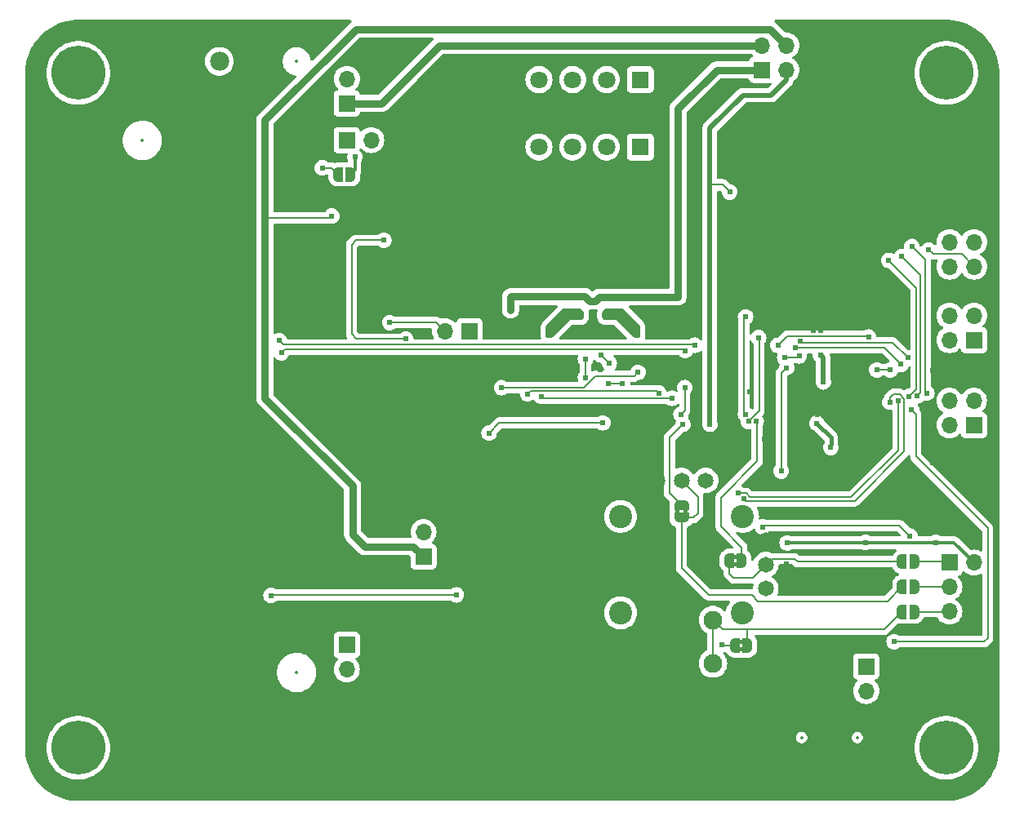
<source format=gbl>
%TF.GenerationSoftware,KiCad,Pcbnew,8.0.2*%
%TF.CreationDate,2024-05-30T20:06:03+01:00*%
%TF.ProjectId,StepUp,53746570-5570-42e6-9b69-6361645f7063,v0.1*%
%TF.SameCoordinates,Original*%
%TF.FileFunction,Copper,L4,Bot*%
%TF.FilePolarity,Positive*%
%FSLAX46Y46*%
G04 Gerber Fmt 4.6, Leading zero omitted, Abs format (unit mm)*
G04 Created by KiCad (PCBNEW 8.0.2) date 2024-05-30 20:06:03*
%MOMM*%
%LPD*%
G01*
G04 APERTURE LIST*
G04 Aperture macros list*
%AMFreePoly0*
4,1,19,0.500000,-0.750000,0.000000,-0.750000,0.000000,-0.744911,-0.071157,-0.744911,-0.207708,-0.704816,-0.327430,-0.627875,-0.420627,-0.520320,-0.479746,-0.390866,-0.500000,-0.250000,-0.500000,0.250000,-0.479746,0.390866,-0.420627,0.520320,-0.327430,0.627875,-0.207708,0.704816,-0.071157,0.744911,0.000000,0.744911,0.000000,0.750000,0.500000,0.750000,0.500000,-0.750000,0.500000,-0.750000,
$1*%
%AMFreePoly1*
4,1,19,0.000000,0.744911,0.071157,0.744911,0.207708,0.704816,0.327430,0.627875,0.420627,0.520320,0.479746,0.390866,0.500000,0.250000,0.500000,-0.250000,0.479746,-0.390866,0.420627,-0.520320,0.327430,-0.627875,0.207708,-0.704816,0.071157,-0.744911,0.000000,-0.744911,0.000000,-0.750000,-0.500000,-0.750000,-0.500000,0.750000,0.000000,0.750000,0.000000,0.744911,0.000000,0.744911,
$1*%
G04 Aperture macros list end*
%TA.AperFunction,EtchedComponent*%
%ADD10C,0.000000*%
%TD*%
%TA.AperFunction,ComponentPad*%
%ADD11C,1.980000*%
%TD*%
%TA.AperFunction,ComponentPad*%
%ADD12O,1.000000X1.800000*%
%TD*%
%TA.AperFunction,ComponentPad*%
%ADD13O,1.000000X2.100000*%
%TD*%
%TA.AperFunction,ComponentPad*%
%ADD14C,0.600000*%
%TD*%
%TA.AperFunction,ComponentPad*%
%ADD15C,1.650000*%
%TD*%
%TA.AperFunction,ComponentPad*%
%ADD16C,1.950000*%
%TD*%
%TA.AperFunction,ComponentPad*%
%ADD17C,2.400000*%
%TD*%
%TA.AperFunction,ComponentPad*%
%ADD18C,5.600000*%
%TD*%
%TA.AperFunction,HeatsinkPad*%
%ADD19C,0.600000*%
%TD*%
%TA.AperFunction,HeatsinkPad*%
%ADD20R,2.500000X1.600000*%
%TD*%
%TA.AperFunction,ComponentPad*%
%ADD21R,1.700000X1.700000*%
%TD*%
%TA.AperFunction,ComponentPad*%
%ADD22O,1.700000X1.700000*%
%TD*%
%TA.AperFunction,ComponentPad*%
%ADD23R,1.800000X1.800000*%
%TD*%
%TA.AperFunction,ComponentPad*%
%ADD24C,1.800000*%
%TD*%
%TA.AperFunction,SMDPad,CuDef*%
%ADD25FreePoly0,180.000000*%
%TD*%
%TA.AperFunction,SMDPad,CuDef*%
%ADD26FreePoly1,180.000000*%
%TD*%
%TA.AperFunction,SMDPad,CuDef*%
%ADD27FreePoly0,270.000000*%
%TD*%
%TA.AperFunction,SMDPad,CuDef*%
%ADD28FreePoly1,270.000000*%
%TD*%
%TA.AperFunction,SMDPad,CuDef*%
%ADD29FreePoly0,0.000000*%
%TD*%
%TA.AperFunction,SMDPad,CuDef*%
%ADD30FreePoly1,0.000000*%
%TD*%
%TA.AperFunction,ViaPad*%
%ADD31C,0.610000*%
%TD*%
%TA.AperFunction,Conductor*%
%ADD32C,0.304800*%
%TD*%
%TA.AperFunction,Conductor*%
%ADD33C,0.762000*%
%TD*%
%TA.AperFunction,Conductor*%
%ADD34C,0.203200*%
%TD*%
%TA.AperFunction,Conductor*%
%ADD35C,0.508000*%
%TD*%
%TA.AperFunction,Conductor*%
%ADD36C,0.400000*%
%TD*%
%TA.AperFunction,Conductor*%
%ADD37C,0.152400*%
%TD*%
%ADD38C,0.300000*%
%ADD39C,0.350000*%
%ADD40O,0.600000X1.400000*%
%ADD41O,0.600000X1.700000*%
G04 APERTURE END LIST*
D10*
%TA.AperFunction,EtchedComponent*%
%TO.C,JP13*%
G36*
X99742000Y-88210000D02*
G01*
X99242000Y-88210000D01*
X99242000Y-87810000D01*
X99742000Y-87810000D01*
X99742000Y-88210000D01*
G37*
%TD.AperFunction*%
%TA.AperFunction,EtchedComponent*%
G36*
X99742000Y-89010000D02*
G01*
X99242000Y-89010000D01*
X99242000Y-88610000D01*
X99742000Y-88610000D01*
X99742000Y-89010000D01*
G37*
%TD.AperFunction*%
%TA.AperFunction,EtchedComponent*%
%TO.C,JP8*%
G36*
X93092000Y-74760000D02*
G01*
X92692000Y-74760000D01*
X92692000Y-74260000D01*
X93092000Y-74260000D01*
X93092000Y-74760000D01*
G37*
%TD.AperFunction*%
%TA.AperFunction,EtchedComponent*%
G36*
X93892000Y-74760000D02*
G01*
X93492000Y-74760000D01*
X93492000Y-74260000D01*
X93892000Y-74260000D01*
X93892000Y-74760000D01*
G37*
%TD.AperFunction*%
%TA.AperFunction,EtchedComponent*%
%TO.C,JP9*%
G36*
X99142000Y-79410000D02*
G01*
X98642000Y-79410000D01*
X98642000Y-79010000D01*
X99142000Y-79010000D01*
X99142000Y-79410000D01*
G37*
%TD.AperFunction*%
%TA.AperFunction,EtchedComponent*%
G36*
X99142000Y-80210000D02*
G01*
X98642000Y-80210000D01*
X98642000Y-79810000D01*
X99142000Y-79810000D01*
X99142000Y-80210000D01*
G37*
%TD.AperFunction*%
%TD*%
D11*
%TO.P,BT1,P*%
%TO.N,Net-(D14-K)*%
X45390000Y-27802000D03*
%TO.P,BT1,N*%
%TO.N,GND*%
X45390000Y-100022000D03*
%TD*%
D12*
%TO.P,J1,S1,SHIELD*%
%TO.N,GND*%
X112962000Y-101635000D03*
D13*
X112962000Y-97455000D03*
D12*
X104322000Y-101635000D03*
D13*
X104322000Y-97455000D03*
%TD*%
D14*
%TO.P,U3,57,GND*%
%TO.N,GND*%
X107366000Y-61880000D03*
X107366000Y-63155000D03*
X107366000Y-64430000D03*
X108641000Y-61880000D03*
X108641000Y-63155000D03*
X108641000Y-64430000D03*
X109916000Y-61880000D03*
X109916000Y-63155000D03*
X109916000Y-64430000D03*
%TD*%
D15*
%TO.P,JOY1,1,1*%
%TO.N,+3V3*%
X95804500Y-71285000D03*
%TO.P,JOY1,2,2*%
%TO.N,/User Input/JOYSTICK_AXIS_H*%
X93304500Y-71285000D03*
%TO.P,JOY1,3,3*%
%TO.N,GND*%
X90804500Y-71285000D03*
%TO.P,JOY1,11,1'*%
%TO.N,+3V3*%
X102034500Y-82515000D03*
%TO.P,JOY1,12,2'*%
%TO.N,/User Input/JOYSTICK_AXIS_V*%
X102034500Y-80015000D03*
%TO.P,JOY1,13,3'*%
%TO.N,GND*%
X102034500Y-77515000D03*
D16*
%TO.P,JOY1,A1,COM_1*%
X90054500Y-85765000D03*
%TO.P,JOY1,B1,COM_2*%
%TO.N,/User Input/JOYSTICK_BUTTON*%
X96554500Y-85765000D03*
%TO.P,JOY1,C1,NO_1*%
%TO.N,GND*%
X90054500Y-90265000D03*
%TO.P,JOY1,D1,NO_2*%
%TO.N,/User Input/JOYSTICK_BUTTON*%
X96554500Y-90265000D03*
D17*
%TO.P,JOY1,MH1,MH1*%
%TO.N,unconnected-(JOY1-PadMH1)*%
X99629500Y-75015000D03*
%TO.P,JOY1,MH2,MH2*%
%TO.N,unconnected-(JOY1-PadMH2)*%
X86979500Y-75015000D03*
%TO.P,JOY1,MH3,MH3*%
%TO.N,unconnected-(JOY1-PadMH3)*%
X86979500Y-85015000D03*
%TO.P,JOY1,MH4,MH4*%
%TO.N,unconnected-(JOY1-PadMH4)*%
X99629500Y-85015000D03*
%TD*%
D18*
%TO.P,H1,1*%
%TO.N,N/C*%
X30742000Y-29010000D03*
%TD*%
D19*
%TO.P,U8,13,PGND*%
%TO.N,GND*%
X62311000Y-48330000D03*
X61361000Y-48330000D03*
X60411000Y-48330000D03*
D20*
X61361000Y-48830000D03*
D19*
X62311000Y-49330000D03*
X61361000Y-49330000D03*
X60411000Y-49330000D03*
%TD*%
D21*
%TO.P,J4,1,Pin_1*%
%TO.N,/MCU/GPIO8*%
X123622000Y-56716000D03*
D22*
%TO.P,J4,2,Pin_2*%
%TO.N,/MCU/GPIO10*%
X121082000Y-56716000D03*
%TO.P,J4,3,Pin_3*%
%TO.N,/MCU/GPIO9*%
X123622000Y-54176000D03*
%TO.P,J4,4,Pin_4*%
%TO.N,/MCU/GPIO11*%
X121082000Y-54176000D03*
%TO.P,J4,5,Pin_5*%
%TO.N,GND*%
X123622000Y-51636000D03*
%TO.P,J4,6,Pin_6*%
X121082000Y-51636000D03*
%TO.P,J4,7,Pin_7*%
%TO.N,/MCU/GPIO14*%
X123622000Y-49096000D03*
%TO.P,J4,8,Pin_8*%
%TO.N,/MCU/GPIO12*%
X121082000Y-49096000D03*
%TO.P,J4,9,Pin_9*%
%TO.N,/MCU/GPIO15*%
X123622000Y-46556000D03*
%TO.P,J4,10,Pin_10*%
%TO.N,/MCU/GPIO13*%
X121082000Y-46556000D03*
%TO.P,J4,11,Pin_11*%
%TO.N,GND*%
X123622000Y-44016000D03*
%TO.P,J4,12,Pin_12*%
X121082000Y-44016000D03*
%TD*%
D18*
%TO.P,H2,1*%
%TO.N,N/C*%
X30742000Y-99010000D03*
%TD*%
D23*
%TO.P,J5,1_A,1*%
%TO.N,OB2_OUT*%
X89019400Y-36699501D03*
%TO.P,J5,1_B,1__1*%
X89019400Y-29699501D03*
D24*
%TO.P,J5,2_A,2*%
%TO.N,OB1_OUT*%
X85519400Y-36699501D03*
%TO.P,J5,2_B,2__1*%
X85519400Y-29699501D03*
%TO.P,J5,3_A,3*%
%TO.N,OA1_OUT*%
X82019400Y-36699501D03*
%TO.P,J5,3_B,3__1*%
X82019400Y-29699501D03*
%TO.P,J5,4_A,4*%
%TO.N,OA2_OUT*%
X78519400Y-36699501D03*
%TO.P,J5,4_B,4__1*%
X78519400Y-29699501D03*
%TD*%
D21*
%TO.P,J3,1,Pin_1*%
%TO.N,/MCU/SWCLK*%
X123617000Y-65535000D03*
D22*
%TO.P,J3,2,Pin_2*%
%TO.N,/MCU/UART_0_TX*%
X121077000Y-65535000D03*
%TO.P,J3,3,Pin_3*%
%TO.N,/MCU/SWD*%
X123617000Y-62995000D03*
%TO.P,J3,4,Pin_4*%
%TO.N,/MCU/UART_0_RX*%
X121077000Y-62995000D03*
%TO.P,J3,5,Pin_5*%
%TO.N,GND*%
X123617000Y-60455000D03*
%TO.P,J3,6,Pin_6*%
X121077000Y-60455000D03*
%TD*%
D21*
%TO.P,J8,1,Pin_1*%
%TO.N,Vbat*%
X58594000Y-88347000D03*
D22*
%TO.P,J8,2,Pin_2*%
%TO.N,Net-(J8-Pin_2)*%
X58594000Y-90887000D03*
%TD*%
D21*
%TO.P,J9,1,Pin_1*%
%TO.N,VMotor*%
X71303000Y-55784000D03*
D22*
%TO.P,J9,2,Pin_2*%
%TO.N,BOOST_VOUT*%
X68763000Y-55784000D03*
%TD*%
D18*
%TO.P,H4,1*%
%TO.N,N/C*%
X120742000Y-99010000D03*
%TD*%
D21*
%TO.P,J6,1,Pin_1*%
%TO.N,V_USB*%
X66542000Y-79185000D03*
D22*
%TO.P,J6,2,Pin_2*%
%TO.N,Net-(D11-A)*%
X66542000Y-76645000D03*
%TD*%
D21*
%TO.P,J10,1,Pin_1*%
%TO.N,VMotor*%
X101617000Y-28685000D03*
D22*
%TO.P,J10,2,Pin_2*%
%TO.N,Vbat*%
X101617000Y-26145000D03*
%TO.P,J10,3,Pin_3*%
%TO.N,+3V3*%
X104157000Y-28685000D03*
%TO.P,J10,4,Pin_4*%
%TO.N,V_USB*%
X104157000Y-26145000D03*
%TO.P,J10,5,Pin_5*%
%TO.N,GND*%
X106697000Y-28685000D03*
%TO.P,J10,6,Pin_6*%
X106697000Y-26145000D03*
%TD*%
D21*
%TO.P,J2,1,Pin_1*%
%TO.N,V_USB*%
X112446000Y-90577000D03*
D22*
%TO.P,J2,2,Pin_2*%
%TO.N,Net-(J2-Pin_2)*%
X112446000Y-93117000D03*
%TD*%
D21*
%TO.P,J11,1,Pin_1*%
%TO.N,Vbat*%
X58598000Y-32167000D03*
D22*
%TO.P,J11,2,Pin_2*%
%TO.N,Net-(D14-K)*%
X58598000Y-29627000D03*
%TD*%
D18*
%TO.P,H3,1*%
%TO.N,N/C*%
X120742000Y-29010000D03*
%TD*%
D21*
%TO.P,J12,1,Pin_1*%
%TO.N,Net-(J12-Pin_1)*%
X121072000Y-79810000D03*
D22*
%TO.P,J12,2,Pin_2*%
%TO.N,+3V3*%
X123612000Y-79810000D03*
%TO.P,J12,3,Pin_3*%
%TO.N,Net-(J12-Pin_3)*%
X121072000Y-82350000D03*
%TO.P,J12,4,Pin_4*%
%TO.N,GND*%
X123612000Y-82350000D03*
%TO.P,J12,5,Pin_5*%
%TO.N,Net-(J12-Pin_5)*%
X121072000Y-84890000D03*
%TO.P,J12,6,Pin_6*%
%TO.N,GND*%
X123612000Y-84890000D03*
%TD*%
D21*
%TO.P,J7,1,Pin_1*%
%TO.N,Vbat*%
X58593000Y-35972000D03*
D22*
%TO.P,J7,2,Pin_2*%
%TO.N,BOOST_VIN*%
X61133000Y-35972000D03*
%TD*%
D25*
%TO.P,JP3,1,A*%
%TO.N,/Power/BOOST_ENABLE*%
X58994000Y-39528000D03*
D26*
%TO.P,JP3,2,B*%
%TO.N,MCU_BOOST_EN*%
X57694000Y-39528000D03*
%TD*%
D25*
%TO.P,JP13,1,A*%
%TO.N,/User Input/JOYSTICK_BUTTON*%
X100142000Y-88410000D03*
D26*
%TO.P,JP13,2,B*%
%TO.N,JOY_MCU_BTN*%
X98842000Y-88410000D03*
%TD*%
D27*
%TO.P,JP8,1,A*%
%TO.N,JOY_AXIS_MCU_H*%
X93292000Y-73860000D03*
D28*
%TO.P,JP8,2,B*%
%TO.N,/User Input/JOYSTICK_AXIS_H*%
X93292000Y-75160000D03*
%TD*%
D29*
%TO.P,JP12,1,A*%
%TO.N,/User Input/JOYSTICK_BUTTON*%
X116142000Y-84910000D03*
D30*
%TO.P,JP12,2,B*%
%TO.N,Net-(J12-Pin_5)*%
X117442000Y-84910000D03*
%TD*%
D29*
%TO.P,JP11,1,A*%
%TO.N,/User Input/JOYSTICK_AXIS_H*%
X116142000Y-82310000D03*
D30*
%TO.P,JP11,2,B*%
%TO.N,Net-(J12-Pin_3)*%
X117442000Y-82310000D03*
%TD*%
D29*
%TO.P,JP10,1,A*%
%TO.N,/User Input/JOYSTICK_AXIS_V*%
X116142000Y-79710000D03*
D30*
%TO.P,JP10,2,B*%
%TO.N,Net-(J12-Pin_1)*%
X117442000Y-79710000D03*
%TD*%
D25*
%TO.P,JP9,1,A*%
%TO.N,JOY_AXIS_MCU_V*%
X99542000Y-79610000D03*
D26*
%TO.P,JP9,2,B*%
%TO.N,/User Input/JOYSTICK_AXIS_V*%
X98242000Y-79610000D03*
%TD*%
D31*
%TO.N,GND*%
X62150000Y-89400000D03*
X84592000Y-56310000D03*
X84562000Y-94611750D03*
X93242000Y-68710000D03*
X72562000Y-100611750D03*
X104192000Y-79960000D03*
X42562000Y-70611750D03*
X66562000Y-64611750D03*
X60092000Y-54260000D03*
X120562000Y-34611750D03*
X42562000Y-46611750D03*
X74342000Y-56310000D03*
X57192000Y-67110000D03*
X58742000Y-65910000D03*
X114942000Y-34060000D03*
X115742000Y-61060000D03*
X106292000Y-54910000D03*
X116242000Y-34060000D03*
X74992000Y-48660000D03*
X72562000Y-34611750D03*
X30562000Y-64611750D03*
X84392000Y-49110000D03*
X90562000Y-94611750D03*
X54562000Y-34611750D03*
X104742000Y-70960000D03*
X78562000Y-88611750D03*
X42562000Y-28611750D03*
X54562000Y-100611750D03*
X108392000Y-42310000D03*
X58692000Y-44810000D03*
X66562000Y-34611750D03*
X48562000Y-94611750D03*
X64142000Y-26460000D03*
X36562000Y-28611750D03*
X106942000Y-55710000D03*
X102562000Y-94611750D03*
X72562000Y-88611750D03*
X30562000Y-70611750D03*
X48562000Y-70611750D03*
X110042000Y-71960000D03*
X120562000Y-40611750D03*
X108642000Y-94710000D03*
X75292000Y-68460000D03*
X30562000Y-94611750D03*
X60092000Y-55810000D03*
X60562000Y-28611750D03*
X112892000Y-67010000D03*
X101892000Y-67010000D03*
X48562000Y-64611750D03*
X120562000Y-94611750D03*
X68642000Y-87560000D03*
X36562000Y-94611750D03*
X48562000Y-52611750D03*
X42562000Y-88611750D03*
X76142000Y-60610000D03*
X48562000Y-40611750D03*
X68292000Y-38510000D03*
X36562000Y-46611750D03*
X42562000Y-34611750D03*
X76142000Y-59060000D03*
X42562000Y-76611750D03*
X102562000Y-40611750D03*
X85092000Y-49160000D03*
X60562000Y-64611750D03*
X111142000Y-54310000D03*
X30562000Y-46611750D03*
X84592000Y-55510000D03*
X102562000Y-34611750D03*
X96562000Y-94611750D03*
X67192000Y-66410000D03*
X68442000Y-66360000D03*
X54562000Y-94611750D03*
X54562000Y-70611750D03*
X48562000Y-88611750D03*
X83592000Y-49660000D03*
X36562000Y-58611750D03*
X72592000Y-41110000D03*
X78562000Y-70611750D03*
X83642000Y-55510000D03*
X87542000Y-64260000D03*
X36562000Y-64611750D03*
X36562000Y-52611750D03*
X119492000Y-90110000D03*
X42562000Y-52611750D03*
X101942000Y-66160000D03*
X36562000Y-76611750D03*
X108562000Y-28611750D03*
X61992000Y-74310000D03*
X83992000Y-63860000D03*
X107742000Y-50260000D03*
X42562000Y-64611750D03*
X93742000Y-54860000D03*
X84042000Y-41960000D03*
X64142000Y-25560000D03*
X30562000Y-76611750D03*
X48562000Y-100611750D03*
X93742000Y-56160000D03*
X111142000Y-53210000D03*
X42562000Y-40611750D03*
X102562000Y-46611750D03*
X36562000Y-100611750D03*
X74092000Y-80910000D03*
X61192000Y-37860000D03*
X83642000Y-56310000D03*
X67792000Y-87560000D03*
X54562000Y-88611750D03*
X119292000Y-59910000D03*
X42562000Y-100611750D03*
X60562000Y-94611750D03*
X114442000Y-67060000D03*
X93742000Y-55510000D03*
X76292000Y-67360000D03*
X72562000Y-64611750D03*
X90562000Y-100611750D03*
X30562000Y-40611750D03*
X30562000Y-34611750D03*
X79542000Y-64160000D03*
X42562000Y-94611750D03*
X84562000Y-100611750D03*
X111042000Y-74860000D03*
X74292000Y-48660000D03*
X100392000Y-62110000D03*
X36562000Y-40611750D03*
X61192000Y-87810000D03*
X80792000Y-74960000D03*
X74342000Y-55660000D03*
X119492000Y-91660000D03*
X74342000Y-55010000D03*
X109042000Y-71960000D03*
X60562000Y-58611750D03*
X84562000Y-88611750D03*
X90562000Y-58611750D03*
X42562000Y-58611750D03*
X117542000Y-34060000D03*
X60562000Y-100611750D03*
X108562000Y-100611750D03*
X48562000Y-46611750D03*
X64392000Y-79310000D03*
X48562000Y-34611750D03*
X36562000Y-70611750D03*
X78562000Y-94611750D03*
X63992000Y-52510000D03*
X36562000Y-88611750D03*
X105692000Y-71010000D03*
X30562000Y-88611750D03*
X84892000Y-59760000D03*
X48562000Y-58611750D03*
X66562000Y-58611750D03*
X96562000Y-100611750D03*
X60292000Y-67160000D03*
X30562000Y-58611750D03*
X64842000Y-52860000D03*
X66562000Y-100611750D03*
X54562000Y-64611750D03*
X58692000Y-43810000D03*
X63992000Y-51360000D03*
X68292000Y-37610000D03*
X48562000Y-76611750D03*
X114562000Y-28611750D03*
X102562000Y-52611750D03*
X58692000Y-45860000D03*
X110192000Y-40510000D03*
X119342000Y-69460000D03*
X54562000Y-76611750D03*
X72562000Y-58611750D03*
X107742000Y-55710000D03*
X109774600Y-58647777D03*
X84042000Y-40310000D03*
X68292000Y-39460000D03*
X72562000Y-28611750D03*
X84792000Y-63860000D03*
X94442000Y-40160000D03*
%TO.N,/Power/BOOST_ENABLE*%
X59442000Y-37710000D03*
%TO.N,V_USB*%
X57042000Y-43860000D03*
%TO.N,+3V3*%
X119692000Y-77710000D03*
X98292000Y-41360000D03*
X112392000Y-77710000D03*
X96242000Y-65460000D03*
X104242000Y-77760000D03*
%TO.N,+1V1*%
X108001000Y-61060000D03*
X107696000Y-58256000D03*
X108783800Y-67860000D03*
X107342000Y-65360000D03*
%TO.N,/MCU/~{USB_BOOT}*%
X101692000Y-76110000D03*
X116992000Y-77060000D03*
X69942000Y-83160000D03*
X50742000Y-83210000D03*
%TO.N,/MCU/SWCLK*%
X116759666Y-58560000D03*
X105592000Y-56860000D03*
%TO.N,/MCU/GPIO13*%
X51592000Y-56760000D03*
X112692000Y-56410000D03*
X94692000Y-57260000D03*
X103292000Y-57260000D03*
%TO.N,/MCU/RUN*%
X103992000Y-58510000D03*
X51817000Y-58035000D03*
X93692000Y-57810000D03*
X105492000Y-58360000D03*
%TO.N,/MCU/SWD*%
X116064144Y-59243894D03*
X105093670Y-57512684D03*
%TO.N,/MCU/GPIO10*%
X114942000Y-59810000D03*
X113542000Y-59810000D03*
%TO.N,VMotor*%
X75592000Y-53610000D03*
X83692000Y-52610000D03*
X75592000Y-52910000D03*
X83142000Y-52210000D03*
X84342000Y-52660000D03*
X92942000Y-52260000D03*
X75592000Y-52260000D03*
%TO.N,~{TMC_STBDY}*%
X93642000Y-61660000D03*
X93242000Y-64410000D03*
X73342000Y-66360000D03*
X85142000Y-65310000D03*
%TO.N,TMC_EN*%
X87192000Y-61210000D03*
X85742000Y-61210000D03*
X83342000Y-58660000D03*
X83342000Y-60610000D03*
%TO.N,TMC_STEP*%
X78742000Y-62560000D03*
X92292000Y-62760000D03*
%TO.N,TMC_DIR*%
X90942000Y-62210000D03*
X77342000Y-62310000D03*
%TO.N,TMC_UART_RX*%
X84942000Y-58272800D03*
X85808400Y-59110000D03*
%TO.N,MCU_BOOST_EN*%
X88792000Y-60060000D03*
X56042000Y-38860000D03*
X74642000Y-61660000D03*
%TO.N,VBAT_MONITOR*%
X99942000Y-54310000D03*
X99942000Y-64410000D03*
%TO.N,VMOTOR_MONITOR*%
X100242000Y-65160000D03*
X101292000Y-56460000D03*
%TO.N,VUSB_MONITOR*%
X115342000Y-88010000D03*
X117142000Y-63960000D03*
%TO.N,Net-(U8-OVP)*%
X62442000Y-46360000D03*
X64694000Y-56608000D03*
%TO.N,/MCU/EEPROM_SCL*%
X115765110Y-63017200D03*
X99142000Y-72610000D03*
%TO.N,/Motor Driver/BRA*%
X82792000Y-54260000D03*
X79642000Y-56060000D03*
X82542000Y-53760000D03*
X79642000Y-55410000D03*
%TO.N,/Motor Driver/BRB*%
X88599000Y-56060000D03*
X88599000Y-55410000D03*
X85699000Y-53760000D03*
X85449000Y-54260000D03*
%TO.N,LED_RED*%
X118742000Y-62210000D03*
X117192000Y-47010000D03*
%TO.N,LED_GREEN*%
X117742000Y-62510000D03*
X116142000Y-48060000D03*
%TO.N,LED_BLUE*%
X114792000Y-48460000D03*
X116892000Y-62560000D03*
%TO.N,BOOST_VOUT*%
X63042000Y-54910000D03*
%TO.N,/MCU/EEPROM_SDA*%
X99742000Y-73210000D03*
X114892000Y-63160000D03*
%TO.N,/MCU/GPIO14*%
X118942000Y-47360000D03*
%TO.N,JOY_AXIS_MCU_H*%
X93442000Y-65460000D03*
%TO.N,JOY_AXIS_MCU_V*%
X101042000Y-65160000D03*
%TO.N,JOY_MCU_BTN*%
X104192000Y-59610000D03*
X103642000Y-70310000D03*
X97442000Y-88310000D03*
%TD*%
D32*
%TO.N,/Power/BOOST_ENABLE*%
X59442000Y-37710000D02*
X59442000Y-39080000D01*
X59442000Y-39080000D02*
X58994000Y-39528000D01*
D33*
%TO.N,V_USB*%
X60442000Y-78160000D02*
X65517000Y-78160000D01*
X50092000Y-44060000D02*
X50092000Y-62735000D01*
X50092000Y-44060000D02*
X50092000Y-33910000D01*
D34*
X56842000Y-44060000D02*
X57042000Y-43860000D01*
X50092000Y-44060000D02*
X56842000Y-44060000D01*
D33*
X65517000Y-78160000D02*
X66542000Y-79185000D01*
X50092000Y-33910000D02*
X59542000Y-24460000D01*
X59192000Y-71835000D02*
X59192000Y-76910000D01*
X50092000Y-62735000D02*
X59192000Y-71835000D01*
X102472000Y-24460000D02*
X104157000Y-26145000D01*
X59192000Y-76910000D02*
X60442000Y-78160000D01*
X59542000Y-24460000D02*
X102472000Y-24460000D01*
D32*
%TO.N,+3V3*%
X121562000Y-77760000D02*
X123612000Y-79810000D01*
D35*
X99642000Y-31310000D02*
X102592000Y-31310000D01*
X96242000Y-65460000D02*
X96242000Y-40610000D01*
D32*
X112342000Y-77760000D02*
X112392000Y-77710000D01*
X104242000Y-77760000D02*
X112342000Y-77760000D01*
X119692000Y-77710000D02*
X119742000Y-77760000D01*
D35*
X96242000Y-40610000D02*
X96242000Y-34710000D01*
D32*
X112442000Y-77760000D02*
X119642000Y-77760000D01*
D35*
X102592000Y-31310000D02*
X104157000Y-29745000D01*
D34*
X96242000Y-40610000D02*
X97542000Y-40610000D01*
D32*
X119642000Y-77760000D02*
X119692000Y-77710000D01*
X119742000Y-77760000D02*
X121562000Y-77760000D01*
X112392000Y-77710000D02*
X112442000Y-77760000D01*
D34*
X97542000Y-40610000D02*
X98292000Y-41360000D01*
D35*
X96242000Y-34710000D02*
X99642000Y-31310000D01*
X104157000Y-29745000D02*
X104157000Y-28685000D01*
D36*
%TO.N,+1V1*%
X108841000Y-66859000D02*
X108841000Y-67460000D01*
D32*
X108841000Y-67802800D02*
X108783800Y-67860000D01*
D35*
X108001000Y-61060000D02*
X108001000Y-58561000D01*
D36*
X107342000Y-65360000D02*
X108841000Y-66859000D01*
D32*
X108841000Y-67460000D02*
X108841000Y-67802800D01*
D35*
X108001000Y-58561000D02*
X107696000Y-58256000D01*
D37*
%TO.N,/MCU/~{USB_BOOT}*%
X115892000Y-75960000D02*
X101842000Y-75960000D01*
X116992000Y-77060000D02*
X115892000Y-75960000D01*
X69942000Y-83160000D02*
X50792000Y-83160000D01*
X101842000Y-75960000D02*
X101692000Y-76110000D01*
X50792000Y-83160000D02*
X50742000Y-83210000D01*
%TO.N,/MCU/SWCLK*%
X115209666Y-57010000D02*
X105742000Y-57010000D01*
X105742000Y-57010000D02*
X105592000Y-56860000D01*
X116759666Y-58560000D02*
X115209666Y-57010000D01*
%TO.N,/MCU/GPIO13*%
X112692000Y-56410000D02*
X112592000Y-56310000D01*
X51592000Y-56760000D02*
X52042000Y-57210000D01*
X94692000Y-57260000D02*
X94592000Y-57260000D01*
X112592000Y-56310000D02*
X104242000Y-56310000D01*
X94642000Y-57210000D02*
X94692000Y-57260000D01*
X104242000Y-56310000D02*
X103292000Y-57260000D01*
X52042000Y-57210000D02*
X94642000Y-57210000D01*
%TO.N,/MCU/RUN*%
X105342000Y-58510000D02*
X103992000Y-58510000D01*
X51817000Y-58035000D02*
X52192000Y-57660000D01*
X52192000Y-57660000D02*
X93542000Y-57660000D01*
X93697600Y-57815600D02*
X93692000Y-57810000D01*
X105492000Y-58360000D02*
X105342000Y-58510000D01*
X93542000Y-57660000D02*
X93692000Y-57810000D01*
%TO.N,/MCU/SWD*%
X116064144Y-59243894D02*
X114332934Y-57512684D01*
X114332934Y-57512684D02*
X105093670Y-57512684D01*
%TO.N,/MCU/GPIO10*%
X114942000Y-59810000D02*
X113542000Y-59810000D01*
D33*
%TO.N,Vbat*%
X68207000Y-26145000D02*
X101617000Y-26145000D01*
X62185000Y-32167000D02*
X68207000Y-26145000D01*
X58598000Y-32167000D02*
X62185000Y-32167000D01*
%TO.N,VMotor*%
X83292000Y-52210000D02*
X83692000Y-52610000D01*
X75642000Y-52210000D02*
X75592000Y-52260000D01*
X84342000Y-52660000D02*
X83742000Y-52660000D01*
X75592000Y-52260000D02*
X75592000Y-53610000D01*
X84342000Y-52660000D02*
X84742000Y-52260000D01*
X96967000Y-28685000D02*
X92942000Y-32710000D01*
X83142000Y-52210000D02*
X83292000Y-52210000D01*
X83142000Y-52210000D02*
X75642000Y-52210000D01*
X92942000Y-32710000D02*
X92942000Y-52260000D01*
X83742000Y-52660000D02*
X83692000Y-52610000D01*
X84742000Y-52260000D02*
X92942000Y-52260000D01*
X101617000Y-28685000D02*
X96967000Y-28685000D01*
D37*
%TO.N,~{TMC_STBDY}*%
X93642000Y-61660000D02*
X93642000Y-64010000D01*
X93642000Y-64010000D02*
X93242000Y-64410000D01*
X74392000Y-65310000D02*
X73342000Y-66360000D01*
X73292000Y-66410000D02*
X73342000Y-66360000D01*
X85142000Y-65310000D02*
X74392000Y-65310000D01*
%TO.N,TMC_EN*%
X85742000Y-61210000D02*
X87192000Y-61210000D01*
X83342000Y-60610000D02*
X83342000Y-58660000D01*
%TO.N,TMC_STEP*%
X78942000Y-62760000D02*
X78742000Y-62560000D01*
X92292000Y-62760000D02*
X78942000Y-62760000D01*
%TO.N,TMC_DIR*%
X77642000Y-62010000D02*
X77342000Y-62310000D01*
X90742000Y-62010000D02*
X77642000Y-62010000D01*
X90942000Y-62210000D02*
X90742000Y-62010000D01*
%TO.N,TMC_UART_RX*%
X85808400Y-59110000D02*
X84971200Y-58272800D01*
X84971200Y-58272800D02*
X84942000Y-58272800D01*
%TO.N,MCU_BOOST_EN*%
X57026000Y-38860000D02*
X56042000Y-38860000D01*
X83142000Y-61660000D02*
X74642000Y-61660000D01*
X57694000Y-39528000D02*
X57026000Y-38860000D01*
X84342000Y-60460000D02*
X83142000Y-61660000D01*
X88792000Y-60060000D02*
X88392000Y-60460000D01*
X88392000Y-60460000D02*
X84342000Y-60460000D01*
%TO.N,VBAT_MONITOR*%
X99942000Y-64410000D02*
X99742000Y-64210000D01*
X99742000Y-54510000D02*
X99942000Y-54310000D01*
X99742000Y-64210000D02*
X99742000Y-54510000D01*
%TO.N,VMOTOR_MONITOR*%
X101342000Y-64060000D02*
X101342000Y-56510000D01*
X100242000Y-65160000D02*
X101342000Y-64060000D01*
X101342000Y-56510000D02*
X101292000Y-56460000D01*
%TO.N,VUSB_MONITOR*%
X125042000Y-76260000D02*
X125042000Y-87660000D01*
X117592000Y-68810000D02*
X125042000Y-76260000D01*
X117592000Y-64410000D02*
X117592000Y-68810000D01*
X124692000Y-88010000D02*
X115342000Y-88010000D01*
X117142000Y-63960000D02*
X117592000Y-64410000D01*
X125042000Y-87660000D02*
X124692000Y-88010000D01*
%TO.N,Net-(U8-OVP)*%
X59092000Y-46810000D02*
X59092000Y-56110000D01*
X62442000Y-46360000D02*
X59542000Y-46360000D01*
X59590000Y-56608000D02*
X64694000Y-56608000D01*
X59542000Y-46360000D02*
X59092000Y-46810000D01*
X59092000Y-56110000D02*
X59590000Y-56608000D01*
%TO.N,/MCU/EEPROM_SCL*%
X115765110Y-68136890D02*
X115765110Y-63017200D01*
X100388579Y-73010000D02*
X110892000Y-73010000D01*
X110892000Y-73010000D02*
X115765110Y-68136890D01*
X99988579Y-72610000D02*
X100388579Y-73010000D01*
X99142000Y-72610000D02*
X99988579Y-72610000D01*
%TO.N,LED_RED*%
X118542000Y-48360000D02*
X117192000Y-47010000D01*
X118542000Y-62010000D02*
X118542000Y-48360000D01*
X118742000Y-62210000D02*
X118542000Y-62010000D01*
%TO.N,LED_GREEN*%
X116142000Y-48060000D02*
X118084800Y-50002800D01*
X118084800Y-50002800D02*
X118084800Y-62167200D01*
X118084800Y-62167200D02*
X117742000Y-62510000D01*
%TO.N,LED_BLUE*%
X117642000Y-61810000D02*
X116892000Y-62560000D01*
X114792000Y-48460000D02*
X117642000Y-51310000D01*
X117642000Y-51310000D02*
X117642000Y-61810000D01*
%TO.N,BOOST_VOUT*%
X67889000Y-54910000D02*
X63042000Y-54910000D01*
X68763000Y-55784000D02*
X67889000Y-54910000D01*
%TO.N,/MCU/EEPROM_SDA*%
X116392000Y-68260000D02*
X111242000Y-73410000D01*
X116392000Y-62810000D02*
X116392000Y-68260000D01*
X115942000Y-62360000D02*
X116392000Y-62810000D01*
X114892000Y-63160000D02*
X114892000Y-62710000D01*
X111242000Y-73410000D02*
X99942000Y-73410000D01*
X114892000Y-62710000D02*
X115242000Y-62360000D01*
X115242000Y-62360000D02*
X115942000Y-62360000D01*
X99942000Y-73410000D02*
X99742000Y-73210000D01*
%TO.N,Net-(J12-Pin_5)*%
X117442000Y-84910000D02*
X121052000Y-84910000D01*
X121052000Y-84910000D02*
X121072000Y-84890000D01*
%TO.N,Net-(J12-Pin_1)*%
X120972000Y-79710000D02*
X121072000Y-79810000D01*
X117442000Y-79710000D02*
X120972000Y-79710000D01*
%TO.N,Net-(J12-Pin_3)*%
X121032000Y-82310000D02*
X121072000Y-82350000D01*
X117442000Y-82310000D02*
X121032000Y-82310000D01*
%TO.N,/MCU/GPIO14*%
X119392000Y-47810000D02*
X122336000Y-47810000D01*
X118942000Y-47360000D02*
X119392000Y-47810000D01*
X122336000Y-47810000D02*
X123622000Y-49096000D01*
%TO.N,/User Input/JOYSTICK_BUTTON*%
X114312000Y-86740000D02*
X100092000Y-86740000D01*
X100092000Y-86740000D02*
X100142000Y-86790000D01*
X97529500Y-86740000D02*
X96554500Y-85765000D01*
X100142000Y-86790000D02*
X100142000Y-88360000D01*
X96554500Y-85765000D02*
X96554500Y-90265000D01*
X100092000Y-86740000D02*
X97529500Y-86740000D01*
X116142000Y-84910000D02*
X114312000Y-86740000D01*
%TO.N,/User Input/JOYSTICK_AXIS_V*%
X100692000Y-81410000D02*
X100692000Y-81357500D01*
X105042000Y-79410000D02*
X102639500Y-79410000D01*
X105342000Y-79710000D02*
X105042000Y-79410000D01*
X116142000Y-79710000D02*
X105342000Y-79710000D01*
X100692000Y-81357500D02*
X102034500Y-80015000D01*
X98242000Y-80960000D02*
X98692000Y-81410000D01*
X102639500Y-79410000D02*
X102034500Y-80015000D01*
X98692000Y-81410000D02*
X100692000Y-81410000D01*
X98242000Y-79610000D02*
X98242000Y-80960000D01*
%TO.N,/User Input/JOYSTICK_AXIS_H*%
X93292000Y-75160000D02*
X94542000Y-75160000D01*
X94992000Y-74710000D02*
X94992000Y-72972500D01*
X101242000Y-83810000D02*
X100592000Y-83160000D01*
X94542000Y-75160000D02*
X94992000Y-74710000D01*
X114642000Y-83810000D02*
X101242000Y-83810000D01*
X100592000Y-83160000D02*
X96092000Y-83160000D01*
X94992000Y-72972500D02*
X93520026Y-71500526D01*
X116142000Y-82310000D02*
X114642000Y-83810000D01*
X93292000Y-80360000D02*
X93292000Y-75160000D01*
X96092000Y-83160000D02*
X93292000Y-80360000D01*
%TO.N,JOY_AXIS_MCU_H*%
X93442000Y-65460000D02*
X92042000Y-66860000D01*
X92042000Y-72610000D02*
X93292000Y-73860000D01*
X92042000Y-66860000D02*
X92042000Y-72610000D01*
%TO.N,JOY_AXIS_MCU_V*%
X101042000Y-65160000D02*
X101142000Y-65260000D01*
X101142000Y-69310000D02*
X97392000Y-73060000D01*
X99542000Y-78210000D02*
X99542000Y-79610000D01*
X97392000Y-73060000D02*
X97392000Y-76060000D01*
X97392000Y-76060000D02*
X99542000Y-78210000D01*
X101142000Y-65260000D02*
X101142000Y-69310000D01*
%TO.N,JOY_MCU_BTN*%
X103642000Y-60160000D02*
X103642000Y-70310000D01*
X97542000Y-88410000D02*
X98842000Y-88410000D01*
X104192000Y-59610000D02*
X103642000Y-60160000D01*
X97442000Y-88310000D02*
X97542000Y-88410000D01*
%TD*%
%TA.AperFunction,Conductor*%
%TO.N,GND*%
G36*
X59035382Y-23529685D02*
G01*
X59081137Y-23582489D01*
X59091081Y-23651647D01*
X59062056Y-23715203D01*
X59037234Y-23737102D01*
X58980075Y-23775293D01*
X58980072Y-23775296D01*
X55042750Y-27712619D01*
X54981427Y-27746104D01*
X54911735Y-27741120D01*
X54855802Y-27699248D01*
X54832596Y-27644338D01*
X54803808Y-27462575D01*
X54803807Y-27462571D01*
X54803807Y-27462570D01*
X54733305Y-27245587D01*
X54701669Y-27183498D01*
X54629723Y-27042296D01*
X54610905Y-27016395D01*
X54495622Y-26857720D01*
X54495618Y-26857715D01*
X54334284Y-26696381D01*
X54334279Y-26696377D01*
X54149707Y-26562279D01*
X54149706Y-26562278D01*
X54149704Y-26562277D01*
X54009401Y-26490789D01*
X53946412Y-26458694D01*
X53729428Y-26388192D01*
X53560414Y-26361423D01*
X53504078Y-26352500D01*
X53275922Y-26352500D01*
X53200806Y-26364397D01*
X53050573Y-26388192D01*
X53050570Y-26388192D01*
X52833587Y-26458694D01*
X52630292Y-26562279D01*
X52445720Y-26696377D01*
X52445715Y-26696381D01*
X52284381Y-26857715D01*
X52284377Y-26857720D01*
X52150279Y-27042292D01*
X52046694Y-27245587D01*
X51976192Y-27462570D01*
X51976192Y-27462573D01*
X51947060Y-27646503D01*
X51940500Y-27687922D01*
X51940500Y-27916078D01*
X51947377Y-27959495D01*
X51976192Y-28141426D01*
X51976192Y-28141429D01*
X52046694Y-28358412D01*
X52046696Y-28358415D01*
X52147964Y-28557165D01*
X52150279Y-28561707D01*
X52284377Y-28746279D01*
X52284381Y-28746284D01*
X52445715Y-28907618D01*
X52445720Y-28907622D01*
X52587609Y-29010709D01*
X52630296Y-29041723D01*
X52833585Y-29145304D01*
X52833587Y-29145305D01*
X53050571Y-29215807D01*
X53050572Y-29215807D01*
X53050575Y-29215808D01*
X53232337Y-29244596D01*
X53295470Y-29274525D01*
X53332402Y-29333836D01*
X53331404Y-29403699D01*
X53300619Y-29454750D01*
X49407296Y-33348072D01*
X49407295Y-33348073D01*
X49335179Y-33456003D01*
X49331980Y-33460793D01*
X49311682Y-33491171D01*
X49311676Y-33491180D01*
X49310823Y-33492456D01*
X49310821Y-33492459D01*
X49244377Y-33652871D01*
X49244374Y-33652881D01*
X49210500Y-33823177D01*
X49210500Y-33823180D01*
X49210500Y-43973180D01*
X49210500Y-62648179D01*
X49210500Y-62821821D01*
X49210500Y-62821823D01*
X49210499Y-62821823D01*
X49244374Y-62992118D01*
X49244377Y-62992128D01*
X49310822Y-63152543D01*
X49407295Y-63296926D01*
X49407296Y-63296927D01*
X58274181Y-72163810D01*
X58307666Y-72225133D01*
X58310500Y-72251491D01*
X58310500Y-76823179D01*
X58310500Y-76996821D01*
X58310500Y-76996823D01*
X58310499Y-76996823D01*
X58344374Y-77167118D01*
X58344377Y-77167128D01*
X58410822Y-77327543D01*
X58507295Y-77471926D01*
X59880073Y-78844704D01*
X60024456Y-78941177D01*
X60180808Y-79005939D01*
X60184876Y-79007624D01*
X60184880Y-79007624D01*
X60184881Y-79007625D01*
X60355176Y-79041500D01*
X60355179Y-79041500D01*
X60355180Y-79041500D01*
X65067500Y-79041500D01*
X65134539Y-79061185D01*
X65180294Y-79113989D01*
X65191500Y-79165500D01*
X65191500Y-80082870D01*
X65191501Y-80082876D01*
X65197908Y-80142483D01*
X65248202Y-80277328D01*
X65248206Y-80277335D01*
X65334452Y-80392544D01*
X65334455Y-80392547D01*
X65449664Y-80478793D01*
X65449671Y-80478797D01*
X65584517Y-80529091D01*
X65584516Y-80529091D01*
X65591444Y-80529835D01*
X65644127Y-80535500D01*
X67439872Y-80535499D01*
X67499483Y-80529091D01*
X67634331Y-80478796D01*
X67749546Y-80392546D01*
X67835796Y-80277331D01*
X67886091Y-80142483D01*
X67892500Y-80082873D01*
X67892499Y-78287128D01*
X67886091Y-78227517D01*
X67842896Y-78111706D01*
X67835797Y-78092671D01*
X67835793Y-78092664D01*
X67749547Y-77977455D01*
X67749544Y-77977452D01*
X67634335Y-77891206D01*
X67634328Y-77891202D01*
X67502917Y-77842189D01*
X67446983Y-77800318D01*
X67422566Y-77734853D01*
X67437418Y-77666580D01*
X67458563Y-77638332D01*
X67580495Y-77516401D01*
X67716035Y-77322830D01*
X67815903Y-77108663D01*
X67877063Y-76880408D01*
X67897659Y-76645000D01*
X67877063Y-76409592D01*
X67819801Y-76195883D01*
X67815905Y-76181344D01*
X67815904Y-76181343D01*
X67815903Y-76181337D01*
X67716035Y-75967171D01*
X67715906Y-75966986D01*
X67580494Y-75773597D01*
X67413402Y-75606506D01*
X67413395Y-75606501D01*
X67219834Y-75470967D01*
X67219830Y-75470965D01*
X67219828Y-75470964D01*
X67005663Y-75371097D01*
X67005659Y-75371096D01*
X67005655Y-75371094D01*
X66777413Y-75309938D01*
X66777403Y-75309936D01*
X66542001Y-75289341D01*
X66541999Y-75289341D01*
X66306596Y-75309936D01*
X66306586Y-75309938D01*
X66078344Y-75371094D01*
X66078335Y-75371098D01*
X65864171Y-75470964D01*
X65864169Y-75470965D01*
X65670597Y-75606505D01*
X65503505Y-75773597D01*
X65367965Y-75967169D01*
X65367964Y-75967171D01*
X65268098Y-76181335D01*
X65268094Y-76181344D01*
X65206938Y-76409586D01*
X65206936Y-76409596D01*
X65186341Y-76644999D01*
X65186341Y-76645000D01*
X65206936Y-76880403D01*
X65206938Y-76880413D01*
X65268097Y-77108666D01*
X65269343Y-77112088D01*
X65269445Y-77113696D01*
X65269498Y-77113893D01*
X65269458Y-77113903D01*
X65273776Y-77181817D01*
X65239806Y-77242873D01*
X65178220Y-77275871D01*
X65152822Y-77278500D01*
X60858492Y-77278500D01*
X60791453Y-77258815D01*
X60770811Y-77242181D01*
X60109819Y-76581189D01*
X60076334Y-76519866D01*
X60073500Y-76493508D01*
X60073500Y-75014995D01*
X85274232Y-75014995D01*
X85274232Y-75015004D01*
X85293277Y-75269154D01*
X85348764Y-75512259D01*
X85349992Y-75517637D01*
X85384870Y-75606505D01*
X85443108Y-75754890D01*
X85453910Y-75773599D01*
X85570541Y-75975612D01*
X85729450Y-76174877D01*
X85916283Y-76348232D01*
X86126866Y-76491805D01*
X86126871Y-76491807D01*
X86126872Y-76491808D01*
X86126873Y-76491809D01*
X86248205Y-76550239D01*
X86356492Y-76602387D01*
X86356493Y-76602387D01*
X86356496Y-76602389D01*
X86600042Y-76677513D01*
X86852065Y-76715500D01*
X87106935Y-76715500D01*
X87358958Y-76677513D01*
X87602504Y-76602389D01*
X87832134Y-76491805D01*
X88042717Y-76348232D01*
X88229550Y-76174877D01*
X88388459Y-75975612D01*
X88515893Y-75754888D01*
X88609008Y-75517637D01*
X88665722Y-75269157D01*
X88681088Y-75064104D01*
X88684768Y-75015004D01*
X88684768Y-75014995D01*
X88671163Y-74833459D01*
X88665722Y-74760843D01*
X88609008Y-74512363D01*
X88515893Y-74275112D01*
X88388459Y-74054388D01*
X88229550Y-73855123D01*
X88042717Y-73681768D01*
X87832134Y-73538195D01*
X87832130Y-73538193D01*
X87832127Y-73538191D01*
X87832126Y-73538190D01*
X87602506Y-73427612D01*
X87602508Y-73427612D01*
X87358966Y-73352489D01*
X87358962Y-73352488D01*
X87358958Y-73352487D01*
X87237731Y-73334214D01*
X87106940Y-73314500D01*
X87106935Y-73314500D01*
X86852065Y-73314500D01*
X86852059Y-73314500D01*
X86695109Y-73338157D01*
X86600042Y-73352487D01*
X86600039Y-73352488D01*
X86600033Y-73352489D01*
X86356492Y-73427612D01*
X86126873Y-73538190D01*
X86126872Y-73538191D01*
X85916282Y-73681768D01*
X85729452Y-73855121D01*
X85729450Y-73855123D01*
X85570541Y-74054388D01*
X85443108Y-74275109D01*
X85349992Y-74512362D01*
X85349990Y-74512369D01*
X85293277Y-74760845D01*
X85274232Y-75014995D01*
X60073500Y-75014995D01*
X60073500Y-71748177D01*
X60039625Y-71577881D01*
X60039624Y-71577880D01*
X60039624Y-71577876D01*
X60039622Y-71577871D01*
X59973178Y-71417459D01*
X59973171Y-71417446D01*
X59876707Y-71273078D01*
X59876706Y-71273077D01*
X59753923Y-71150294D01*
X54963626Y-66359996D01*
X72531403Y-66359996D01*
X72531403Y-66360003D01*
X72551724Y-66540369D01*
X72551725Y-66540374D01*
X72611677Y-66711706D01*
X72685251Y-66828797D01*
X72708250Y-66865399D01*
X72836601Y-66993750D01*
X72990295Y-67090323D01*
X73158433Y-67149157D01*
X73161625Y-67150274D01*
X73161630Y-67150275D01*
X73341996Y-67170597D01*
X73342000Y-67170597D01*
X73342004Y-67170597D01*
X73522369Y-67150275D01*
X73522372Y-67150274D01*
X73522375Y-67150274D01*
X73693705Y-67090323D01*
X73847399Y-66993750D01*
X73975750Y-66865399D01*
X74072323Y-66711705D01*
X74132274Y-66540375D01*
X74133760Y-66527192D01*
X74146686Y-66412456D01*
X74147106Y-66408728D01*
X74174172Y-66344315D01*
X74182635Y-66334940D01*
X74594558Y-65923019D01*
X74655881Y-65889534D01*
X74682239Y-65886700D01*
X84528189Y-65886700D01*
X84595228Y-65906385D01*
X84615870Y-65923019D01*
X84636601Y-65943750D01*
X84723995Y-65998664D01*
X84790295Y-66040323D01*
X84961625Y-66100274D01*
X84961630Y-66100275D01*
X85141996Y-66120597D01*
X85142000Y-66120597D01*
X85142004Y-66120597D01*
X85322369Y-66100275D01*
X85322372Y-66100274D01*
X85322375Y-66100274D01*
X85493705Y-66040323D01*
X85647399Y-65943750D01*
X85775750Y-65815399D01*
X85872323Y-65661705D01*
X85932274Y-65490375D01*
X85935696Y-65460003D01*
X85952597Y-65310003D01*
X85952597Y-65309996D01*
X85932275Y-65129630D01*
X85932274Y-65129625D01*
X85924810Y-65108293D01*
X85872323Y-64958295D01*
X85845369Y-64915399D01*
X85775750Y-64804601D01*
X85647398Y-64676249D01*
X85493706Y-64579677D01*
X85322374Y-64519725D01*
X85322369Y-64519724D01*
X85142004Y-64499403D01*
X85141996Y-64499403D01*
X84961630Y-64519724D01*
X84961625Y-64519725D01*
X84790293Y-64579677D01*
X84636601Y-64676249D01*
X84615870Y-64696981D01*
X84554547Y-64730466D01*
X84528189Y-64733300D01*
X74467924Y-64733300D01*
X74316076Y-64733300D01*
X74169402Y-64772601D01*
X74169401Y-64772601D01*
X74169399Y-64772602D01*
X74169398Y-64772602D01*
X74037901Y-64848522D01*
X74037895Y-64848527D01*
X73367068Y-65519353D01*
X73305745Y-65552838D01*
X73293271Y-65554892D01*
X73161630Y-65569724D01*
X72990295Y-65629676D01*
X72836601Y-65726249D01*
X72708249Y-65854601D01*
X72611677Y-66008293D01*
X72551725Y-66179625D01*
X72551724Y-66179630D01*
X72531403Y-66359996D01*
X54963626Y-66359996D01*
X51009819Y-62406189D01*
X50976334Y-62344866D01*
X50973500Y-62318508D01*
X50973500Y-58630011D01*
X50993185Y-58562972D01*
X51045989Y-58517217D01*
X51115147Y-58507273D01*
X51178703Y-58536298D01*
X51185181Y-58542330D01*
X51311601Y-58668750D01*
X51459043Y-58761395D01*
X51465295Y-58765323D01*
X51574396Y-58803499D01*
X51636625Y-58825274D01*
X51636630Y-58825275D01*
X51816996Y-58845597D01*
X51817000Y-58845597D01*
X51817004Y-58845597D01*
X51997369Y-58825275D01*
X51997372Y-58825274D01*
X51997375Y-58825274D01*
X52168705Y-58765323D01*
X52322399Y-58668750D01*
X52450750Y-58540399D01*
X52547323Y-58386705D01*
X52570753Y-58319746D01*
X52611475Y-58262970D01*
X52676427Y-58237222D01*
X52687795Y-58236700D01*
X82461967Y-58236700D01*
X82529006Y-58256385D01*
X82574761Y-58309189D01*
X82584705Y-58378347D01*
X82579008Y-58401655D01*
X82551727Y-58479617D01*
X82551724Y-58479630D01*
X82531403Y-58659996D01*
X82531403Y-58660003D01*
X82551724Y-58840369D01*
X82551725Y-58840374D01*
X82611677Y-59011706D01*
X82708249Y-59165398D01*
X82728981Y-59186130D01*
X82762466Y-59247453D01*
X82765300Y-59273811D01*
X82765300Y-59996189D01*
X82745615Y-60063228D01*
X82728981Y-60083870D01*
X82708249Y-60104601D01*
X82611677Y-60258293D01*
X82551725Y-60429625D01*
X82551724Y-60429630D01*
X82531403Y-60609996D01*
X82531403Y-60610003D01*
X82551724Y-60790369D01*
X82551727Y-60790382D01*
X82596504Y-60918345D01*
X82600066Y-60988124D01*
X82565338Y-61048751D01*
X82503344Y-61080979D01*
X82479463Y-61083300D01*
X75255811Y-61083300D01*
X75188772Y-61063615D01*
X75168130Y-61046981D01*
X75147398Y-61026249D01*
X74993706Y-60929677D01*
X74822374Y-60869725D01*
X74822369Y-60869724D01*
X74642004Y-60849403D01*
X74641996Y-60849403D01*
X74461630Y-60869724D01*
X74461625Y-60869725D01*
X74290293Y-60929677D01*
X74136601Y-61026249D01*
X74008249Y-61154601D01*
X73911677Y-61308293D01*
X73851725Y-61479625D01*
X73851724Y-61479630D01*
X73831403Y-61659996D01*
X73831403Y-61660003D01*
X73851724Y-61840369D01*
X73851725Y-61840374D01*
X73911677Y-62011706D01*
X74008249Y-62165398D01*
X74136601Y-62293750D01*
X74235503Y-62355895D01*
X74290295Y-62390323D01*
X74461625Y-62450274D01*
X74461630Y-62450275D01*
X74641996Y-62470597D01*
X74642000Y-62470597D01*
X74642004Y-62470597D01*
X74822369Y-62450275D01*
X74822372Y-62450274D01*
X74822375Y-62450274D01*
X74993705Y-62390323D01*
X75147399Y-62293750D01*
X75168130Y-62273019D01*
X75229453Y-62239534D01*
X75255811Y-62236700D01*
X76412331Y-62236700D01*
X76479370Y-62256385D01*
X76525125Y-62309189D01*
X76535551Y-62346817D01*
X76551724Y-62490369D01*
X76551725Y-62490374D01*
X76611677Y-62661706D01*
X76708249Y-62815398D01*
X76836601Y-62943750D01*
X76943796Y-63011106D01*
X76990295Y-63040323D01*
X77161625Y-63100274D01*
X77161630Y-63100275D01*
X77341996Y-63120597D01*
X77342000Y-63120597D01*
X77342004Y-63120597D01*
X77522369Y-63100275D01*
X77522372Y-63100274D01*
X77522375Y-63100274D01*
X77693705Y-63040323D01*
X77847399Y-62943750D01*
X77850700Y-62940448D01*
X77912018Y-62906962D01*
X77981709Y-62911943D01*
X78037646Y-62953811D01*
X78043377Y-62962155D01*
X78108249Y-63065398D01*
X78236601Y-63193750D01*
X78294933Y-63230403D01*
X78390295Y-63290323D01*
X78561622Y-63350273D01*
X78561625Y-63350274D01*
X78561630Y-63350275D01*
X78741996Y-63370597D01*
X78742000Y-63370597D01*
X78742004Y-63370597D01*
X78922366Y-63350275D01*
X78922365Y-63350275D01*
X78922375Y-63350274D01*
X78941279Y-63343658D01*
X78982234Y-63336700D01*
X91678189Y-63336700D01*
X91745228Y-63356385D01*
X91765870Y-63373019D01*
X91786601Y-63393750D01*
X91889908Y-63458663D01*
X91940295Y-63490323D01*
X92111625Y-63550274D01*
X92111630Y-63550275D01*
X92291996Y-63570597D01*
X92292000Y-63570597D01*
X92292004Y-63570597D01*
X92472369Y-63550275D01*
X92472372Y-63550274D01*
X92472375Y-63550274D01*
X92643705Y-63490323D01*
X92797399Y-63393750D01*
X92853619Y-63337530D01*
X92914942Y-63304045D01*
X92984634Y-63309029D01*
X93040567Y-63350901D01*
X93064984Y-63416365D01*
X93065300Y-63425211D01*
X93065300Y-63530457D01*
X93045615Y-63597496D01*
X92992811Y-63643251D01*
X92982254Y-63647499D01*
X92890295Y-63679676D01*
X92736601Y-63776249D01*
X92608249Y-63904601D01*
X92511677Y-64058293D01*
X92451725Y-64229625D01*
X92451724Y-64229630D01*
X92431403Y-64409996D01*
X92431403Y-64410003D01*
X92451724Y-64590369D01*
X92451725Y-64590374D01*
X92511677Y-64761706D01*
X92608249Y-64915398D01*
X92679774Y-64986923D01*
X92713259Y-65048246D01*
X92709135Y-65115558D01*
X92651724Y-65279630D01*
X92636892Y-65411271D01*
X92609825Y-65475685D01*
X92601353Y-65485068D01*
X91687898Y-66398525D01*
X91580527Y-66505895D01*
X91580522Y-66505901D01*
X91504602Y-66637398D01*
X91504602Y-66637399D01*
X91504601Y-66637401D01*
X91504601Y-66637402D01*
X91465300Y-66784076D01*
X91465300Y-72534076D01*
X91465300Y-72685924D01*
X91491046Y-72782011D01*
X91504602Y-72832600D01*
X91504602Y-72832601D01*
X91580522Y-72964098D01*
X91580527Y-72964104D01*
X92051515Y-73435092D01*
X92085000Y-73496415D01*
X92082811Y-73557707D01*
X92056978Y-73645687D01*
X92056974Y-73645703D01*
X92036500Y-73788110D01*
X92036500Y-74360002D01*
X92041644Y-74431939D01*
X92052603Y-74469262D01*
X92056363Y-74521841D01*
X92036500Y-74659998D01*
X92036500Y-75231889D01*
X92056974Y-75374296D01*
X92056977Y-75374308D01*
X92058806Y-75380537D01*
X92093450Y-75498525D01*
X92097483Y-75512258D01*
X92157252Y-75643136D01*
X92157253Y-75643138D01*
X92231376Y-75758476D01*
X92232196Y-75759917D01*
X92234988Y-75764098D01*
X92329207Y-75872830D01*
X92329210Y-75872833D01*
X92437864Y-75966981D01*
X92437867Y-75966984D01*
X92437869Y-75966985D01*
X92437870Y-75966986D01*
X92558906Y-76044770D01*
X92558914Y-76044774D01*
X92558923Y-76044779D01*
X92642811Y-76083089D01*
X92695615Y-76128843D01*
X92715300Y-76195883D01*
X92715300Y-80284076D01*
X92715300Y-80435924D01*
X92751973Y-80572791D01*
X92754602Y-80582600D01*
X92754602Y-80582601D01*
X92830522Y-80714098D01*
X92830524Y-80714100D01*
X92830525Y-80714102D01*
X95737898Y-83621475D01*
X95869402Y-83697399D01*
X96016076Y-83736700D01*
X96167924Y-83736700D01*
X98216401Y-83736700D01*
X98283440Y-83756385D01*
X98329195Y-83809189D01*
X98339139Y-83878347D01*
X98313348Y-83938010D01*
X98249082Y-84018599D01*
X98220541Y-84054388D01*
X98093108Y-84275109D01*
X97999992Y-84512362D01*
X97999990Y-84512369D01*
X97943277Y-84760844D01*
X97941467Y-84784994D01*
X97916826Y-84850375D01*
X97860750Y-84892054D01*
X97791042Y-84896800D01*
X97729833Y-84863106D01*
X97726466Y-84859281D01*
X97726342Y-84859396D01*
X97557257Y-84675722D01*
X97557247Y-84675713D01*
X97364291Y-84525529D01*
X97364287Y-84525526D01*
X97149234Y-84409145D01*
X97149229Y-84409143D01*
X96917958Y-84329748D01*
X96737061Y-84299562D01*
X96676763Y-84289500D01*
X96432237Y-84289500D01*
X96383998Y-84297549D01*
X96191041Y-84329748D01*
X95959770Y-84409143D01*
X95959765Y-84409145D01*
X95744712Y-84525526D01*
X95744708Y-84525529D01*
X95551752Y-84675713D01*
X95551742Y-84675722D01*
X95386132Y-84855621D01*
X95252388Y-85060333D01*
X95154163Y-85284265D01*
X95094136Y-85521304D01*
X95094134Y-85521316D01*
X95073943Y-85764994D01*
X95073943Y-85765005D01*
X95094134Y-86008683D01*
X95094136Y-86008695D01*
X95154163Y-86245734D01*
X95252388Y-86469666D01*
X95386132Y-86674378D01*
X95551742Y-86854277D01*
X95551752Y-86854286D01*
X95744708Y-87004470D01*
X95744712Y-87004473D01*
X95744714Y-87004474D01*
X95744717Y-87004476D01*
X95785480Y-87026535D01*
X95912819Y-87095448D01*
X95962408Y-87144665D01*
X95977800Y-87204501D01*
X95977800Y-88825497D01*
X95958115Y-88892536D01*
X95912818Y-88934552D01*
X95744713Y-89025526D01*
X95744708Y-89025529D01*
X95551752Y-89175713D01*
X95551742Y-89175722D01*
X95386132Y-89355621D01*
X95252388Y-89560333D01*
X95154163Y-89784265D01*
X95094136Y-90021304D01*
X95094134Y-90021316D01*
X95073943Y-90264994D01*
X95073943Y-90265005D01*
X95094134Y-90508683D01*
X95094136Y-90508695D01*
X95154163Y-90745734D01*
X95252388Y-90969666D01*
X95386132Y-91174378D01*
X95534008Y-91335013D01*
X95551746Y-91354281D01*
X95744712Y-91504473D01*
X95959767Y-91620855D01*
X95959770Y-91620856D01*
X96191041Y-91700251D01*
X96191043Y-91700251D01*
X96191045Y-91700252D01*
X96432237Y-91740500D01*
X96432238Y-91740500D01*
X96676762Y-91740500D01*
X96676763Y-91740500D01*
X96917955Y-91700252D01*
X97149233Y-91620855D01*
X97364288Y-91504473D01*
X97557254Y-91354281D01*
X97722868Y-91174377D01*
X97856611Y-90969667D01*
X97954836Y-90745736D01*
X98014864Y-90508692D01*
X98021937Y-90423335D01*
X98035057Y-90265005D01*
X98035057Y-90264994D01*
X98014865Y-90021316D01*
X98014863Y-90021304D01*
X98011944Y-90009778D01*
X97954836Y-89784264D01*
X97856611Y-89560333D01*
X97807174Y-89484664D01*
X97722870Y-89355625D01*
X97648309Y-89274631D01*
X97617387Y-89211977D01*
X97625247Y-89142550D01*
X97669394Y-89088395D01*
X97698578Y-89073609D01*
X97787472Y-89042503D01*
X97857248Y-89038943D01*
X97917876Y-89073672D01*
X97941218Y-89108034D01*
X97957223Y-89143081D01*
X97957227Y-89143087D01*
X97957230Y-89143094D01*
X97998443Y-89207223D01*
X98035015Y-89264132D01*
X98035018Y-89264136D01*
X98126277Y-89369455D01*
X98129168Y-89372791D01*
X98129171Y-89372794D01*
X98237909Y-89467015D01*
X98298386Y-89505881D01*
X98358857Y-89544744D01*
X98358863Y-89544747D01*
X98489741Y-89604517D01*
X98627696Y-89645024D01*
X98770111Y-89665500D01*
X98770114Y-89665500D01*
X99342000Y-89665500D01*
X99413940Y-89660355D01*
X99451259Y-89649396D01*
X99503841Y-89645636D01*
X99642000Y-89665500D01*
X99642003Y-89665500D01*
X100213886Y-89665500D01*
X100213889Y-89665500D01*
X100356304Y-89645024D01*
X100494259Y-89604517D01*
X100625137Y-89544747D01*
X100740477Y-89470622D01*
X100741915Y-89469804D01*
X100746098Y-89467011D01*
X100795017Y-89424620D01*
X100854832Y-89372791D01*
X100948986Y-89264130D01*
X101026770Y-89143094D01*
X101083742Y-89018342D01*
X101085986Y-89014053D01*
X101086498Y-89012308D01*
X101086499Y-89012308D01*
X101127035Y-88874256D01*
X101147497Y-88731941D01*
X101147497Y-88675601D01*
X101147500Y-88675590D01*
X101147500Y-88144426D01*
X101147497Y-88144399D01*
X101147497Y-88088060D01*
X101127035Y-87945744D01*
X101127034Y-87945739D01*
X101092940Y-87829630D01*
X101086498Y-87807691D01*
X101053723Y-87735924D01*
X101026776Y-87676918D01*
X101026773Y-87676914D01*
X101026770Y-87676906D01*
X100948986Y-87555870D01*
X100919553Y-87521902D01*
X100890529Y-87458346D01*
X100900473Y-87389187D01*
X100946229Y-87336384D01*
X101013267Y-87316700D01*
X114387922Y-87316700D01*
X114387924Y-87316700D01*
X114534598Y-87277399D01*
X114666102Y-87201475D01*
X114666105Y-87201471D01*
X114667343Y-87200757D01*
X114675172Y-87198857D01*
X114680585Y-87187319D01*
X114685768Y-87181808D01*
X115717093Y-86150482D01*
X115778414Y-86116999D01*
X115839706Y-86119187D01*
X115927696Y-86145024D01*
X116070111Y-86165500D01*
X116070114Y-86165500D01*
X116642000Y-86165500D01*
X116713940Y-86160355D01*
X116751259Y-86149396D01*
X116803841Y-86145636D01*
X116942000Y-86165500D01*
X116942003Y-86165500D01*
X117513886Y-86165500D01*
X117513889Y-86165500D01*
X117656304Y-86145024D01*
X117794259Y-86104517D01*
X117925137Y-86044747D01*
X118040477Y-85970622D01*
X118041915Y-85969804D01*
X118046098Y-85967011D01*
X118095017Y-85924620D01*
X118154832Y-85872791D01*
X118248986Y-85764130D01*
X118326770Y-85643094D01*
X118326775Y-85643081D01*
X118326779Y-85643076D01*
X118365089Y-85559189D01*
X118410843Y-85506385D01*
X118477883Y-85486700D01*
X119781137Y-85486700D01*
X119848176Y-85506385D01*
X119893520Y-85558298D01*
X119897963Y-85567827D01*
X119897965Y-85567831D01*
X119950653Y-85643076D01*
X120033505Y-85761401D01*
X120200599Y-85928495D01*
X120267888Y-85975611D01*
X120394165Y-86064032D01*
X120394167Y-86064033D01*
X120394170Y-86064035D01*
X120608337Y-86163903D01*
X120836592Y-86225063D01*
X121024918Y-86241539D01*
X121071999Y-86245659D01*
X121072000Y-86245659D01*
X121072001Y-86245659D01*
X121111234Y-86242226D01*
X121307408Y-86225063D01*
X121535663Y-86163903D01*
X121749830Y-86064035D01*
X121943401Y-85928495D01*
X122110495Y-85761401D01*
X122246035Y-85567830D01*
X122345903Y-85353663D01*
X122407063Y-85125408D01*
X122427659Y-84890000D01*
X122407063Y-84654592D01*
X122345903Y-84426337D01*
X122246035Y-84212171D01*
X122221355Y-84176923D01*
X122110494Y-84018597D01*
X121943402Y-83851506D01*
X121943396Y-83851501D01*
X121757842Y-83721575D01*
X121714217Y-83666998D01*
X121707023Y-83597500D01*
X121738546Y-83535145D01*
X121757842Y-83518425D01*
X121887536Y-83427612D01*
X121943401Y-83388495D01*
X122110495Y-83221401D01*
X122246035Y-83027830D01*
X122345903Y-82813663D01*
X122407063Y-82585408D01*
X122427659Y-82350000D01*
X122407063Y-82114592D01*
X122345903Y-81886337D01*
X122246035Y-81672171D01*
X122237327Y-81659735D01*
X122110496Y-81478600D01*
X122087759Y-81455863D01*
X121988567Y-81356671D01*
X121955084Y-81295351D01*
X121960068Y-81225659D01*
X122001939Y-81169725D01*
X122032915Y-81152810D01*
X122164331Y-81103796D01*
X122279546Y-81017546D01*
X122365796Y-80902331D01*
X122414810Y-80770916D01*
X122456681Y-80714984D01*
X122522145Y-80690566D01*
X122590418Y-80705417D01*
X122618673Y-80726569D01*
X122740599Y-80848495D01*
X122820607Y-80904517D01*
X122934165Y-80984032D01*
X122934167Y-80984033D01*
X122934170Y-80984035D01*
X123148337Y-81083903D01*
X123376592Y-81145063D01*
X123553034Y-81160500D01*
X123611999Y-81165659D01*
X123612000Y-81165659D01*
X123612001Y-81165659D01*
X123670966Y-81160500D01*
X123847408Y-81145063D01*
X124075663Y-81083903D01*
X124288895Y-80984471D01*
X124357973Y-80973979D01*
X124421757Y-81002499D01*
X124459996Y-81060975D01*
X124465300Y-81096853D01*
X124465300Y-87309300D01*
X124445615Y-87376339D01*
X124392811Y-87422094D01*
X124341300Y-87433300D01*
X115955811Y-87433300D01*
X115888772Y-87413615D01*
X115868130Y-87396981D01*
X115847398Y-87376249D01*
X115693706Y-87279677D01*
X115522374Y-87219725D01*
X115522369Y-87219724D01*
X115342004Y-87199403D01*
X115341996Y-87199403D01*
X115161630Y-87219724D01*
X115161625Y-87219725D01*
X114990293Y-87279677D01*
X114839437Y-87374467D01*
X114827231Y-87377916D01*
X114819088Y-87393713D01*
X114817026Y-87395825D01*
X114708247Y-87504604D01*
X114611677Y-87658293D01*
X114551725Y-87829625D01*
X114551724Y-87829630D01*
X114531403Y-88009996D01*
X114531403Y-88010003D01*
X114551724Y-88190369D01*
X114551725Y-88190374D01*
X114611677Y-88361706D01*
X114708249Y-88515398D01*
X114836601Y-88643750D01*
X114976953Y-88731940D01*
X114990295Y-88740323D01*
X115161625Y-88800274D01*
X115161630Y-88800275D01*
X115341996Y-88820597D01*
X115342000Y-88820597D01*
X115342004Y-88820597D01*
X115522369Y-88800275D01*
X115522372Y-88800274D01*
X115522375Y-88800274D01*
X115693705Y-88740323D01*
X115847399Y-88643750D01*
X115868130Y-88623019D01*
X115929453Y-88589534D01*
X115955811Y-88586700D01*
X124767922Y-88586700D01*
X124767924Y-88586700D01*
X124914598Y-88547399D01*
X125046102Y-88471475D01*
X125503475Y-88014102D01*
X125579399Y-87882598D01*
X125618700Y-87735924D01*
X125618700Y-87584076D01*
X125618700Y-76184076D01*
X125579399Y-76037402D01*
X125543724Y-75975612D01*
X125503477Y-75905901D01*
X125503472Y-75905895D01*
X118205019Y-68607442D01*
X118171534Y-68546119D01*
X118168700Y-68519761D01*
X118168700Y-64334078D01*
X118168700Y-64334076D01*
X118129399Y-64187402D01*
X118070809Y-64085922D01*
X118053477Y-64055901D01*
X118053472Y-64055895D01*
X117982645Y-63985068D01*
X117949160Y-63923745D01*
X117947106Y-63911269D01*
X117932275Y-63779630D01*
X117932274Y-63779625D01*
X117872322Y-63608292D01*
X117799880Y-63493003D01*
X117780879Y-63425766D01*
X117801246Y-63358931D01*
X117854514Y-63313716D01*
X117890986Y-63303810D01*
X117922375Y-63300274D01*
X118093705Y-63240323D01*
X118247399Y-63143750D01*
X118375750Y-63015399D01*
X118375753Y-63015393D01*
X118380041Y-63011106D01*
X118441364Y-62977621D01*
X118508674Y-62981745D01*
X118561625Y-63000274D01*
X118561629Y-63000274D01*
X118561633Y-63000275D01*
X118741996Y-63020597D01*
X118742000Y-63020597D01*
X118742004Y-63020597D01*
X118922369Y-63000275D01*
X118922372Y-63000274D01*
X118922375Y-63000274D01*
X118937450Y-62994999D01*
X119721341Y-62994999D01*
X119721341Y-62995000D01*
X119741936Y-63230403D01*
X119741938Y-63230413D01*
X119803094Y-63458655D01*
X119803096Y-63458659D01*
X119803097Y-63458663D01*
X119872872Y-63608295D01*
X119902965Y-63672830D01*
X119902967Y-63672834D01*
X119977747Y-63779630D01*
X120038501Y-63866396D01*
X120038506Y-63866402D01*
X120205597Y-64033493D01*
X120205603Y-64033498D01*
X120391158Y-64163425D01*
X120434783Y-64218002D01*
X120441977Y-64287500D01*
X120410454Y-64349855D01*
X120391158Y-64366575D01*
X120205597Y-64496505D01*
X120038505Y-64663597D01*
X119902965Y-64857169D01*
X119902964Y-64857171D01*
X119803098Y-65071335D01*
X119803094Y-65071344D01*
X119741938Y-65299586D01*
X119741936Y-65299596D01*
X119721341Y-65534999D01*
X119721341Y-65535000D01*
X119741936Y-65770403D01*
X119741938Y-65770413D01*
X119803094Y-65998655D01*
X119803096Y-65998659D01*
X119803097Y-65998663D01*
X119878105Y-66159517D01*
X119902965Y-66212830D01*
X119902967Y-66212834D01*
X119988460Y-66334930D01*
X120038505Y-66406401D01*
X120205599Y-66573495D01*
X120296862Y-66637398D01*
X120399165Y-66709032D01*
X120399167Y-66709033D01*
X120399170Y-66709035D01*
X120613337Y-66808903D01*
X120841592Y-66870063D01*
X121018034Y-66885500D01*
X121076999Y-66890659D01*
X121077000Y-66890659D01*
X121077001Y-66890659D01*
X121135966Y-66885500D01*
X121312408Y-66870063D01*
X121540663Y-66808903D01*
X121754830Y-66709035D01*
X121948401Y-66573495D01*
X122070329Y-66451566D01*
X122131648Y-66418084D01*
X122201340Y-66423068D01*
X122257274Y-66464939D01*
X122274189Y-66495917D01*
X122323202Y-66627328D01*
X122323206Y-66627335D01*
X122409452Y-66742544D01*
X122409455Y-66742547D01*
X122524664Y-66828793D01*
X122524671Y-66828797D01*
X122659517Y-66879091D01*
X122659516Y-66879091D01*
X122666444Y-66879835D01*
X122719127Y-66885500D01*
X124514872Y-66885499D01*
X124574483Y-66879091D01*
X124709331Y-66828796D01*
X124824546Y-66742546D01*
X124910796Y-66627331D01*
X124961091Y-66492483D01*
X124967500Y-66432873D01*
X124967499Y-64637128D01*
X124961091Y-64577517D01*
X124959810Y-64574083D01*
X124910797Y-64442671D01*
X124910793Y-64442664D01*
X124824547Y-64327455D01*
X124824544Y-64327452D01*
X124709335Y-64241206D01*
X124709328Y-64241202D01*
X124577917Y-64192189D01*
X124521983Y-64150318D01*
X124497566Y-64084853D01*
X124512418Y-64016580D01*
X124533563Y-63988332D01*
X124655495Y-63866401D01*
X124791035Y-63672830D01*
X124890903Y-63458663D01*
X124952063Y-63230408D01*
X124972659Y-62995000D01*
X124971138Y-62977621D01*
X124959426Y-62843750D01*
X124952063Y-62759592D01*
X124890903Y-62531337D01*
X124791035Y-62317171D01*
X124785425Y-62309158D01*
X124655494Y-62123597D01*
X124488402Y-61956506D01*
X124488395Y-61956501D01*
X124294834Y-61820967D01*
X124294830Y-61820965D01*
X124214057Y-61783300D01*
X124080663Y-61721097D01*
X124080659Y-61721096D01*
X124080655Y-61721094D01*
X123852413Y-61659938D01*
X123852403Y-61659936D01*
X123617001Y-61639341D01*
X123616999Y-61639341D01*
X123381596Y-61659936D01*
X123381586Y-61659938D01*
X123153344Y-61721094D01*
X123153335Y-61721098D01*
X122939171Y-61820964D01*
X122939169Y-61820965D01*
X122745597Y-61956505D01*
X122578505Y-62123597D01*
X122448575Y-62309158D01*
X122393998Y-62352783D01*
X122324500Y-62359977D01*
X122262145Y-62328454D01*
X122245425Y-62309158D01*
X122115494Y-62123597D01*
X121948402Y-61956506D01*
X121948395Y-61956501D01*
X121754834Y-61820967D01*
X121754830Y-61820965D01*
X121674057Y-61783300D01*
X121540663Y-61721097D01*
X121540659Y-61721096D01*
X121540655Y-61721094D01*
X121312413Y-61659938D01*
X121312403Y-61659936D01*
X121077001Y-61639341D01*
X121076999Y-61639341D01*
X120841596Y-61659936D01*
X120841586Y-61659938D01*
X120613344Y-61721094D01*
X120613335Y-61721098D01*
X120399171Y-61820964D01*
X120399169Y-61820965D01*
X120205597Y-61956505D01*
X120038505Y-62123597D01*
X119902965Y-62317169D01*
X119902964Y-62317171D01*
X119803098Y-62531335D01*
X119803094Y-62531344D01*
X119741938Y-62759586D01*
X119741936Y-62759596D01*
X119721341Y-62994999D01*
X118937450Y-62994999D01*
X119093705Y-62940323D01*
X119247399Y-62843750D01*
X119375750Y-62715399D01*
X119472323Y-62561705D01*
X119532274Y-62390375D01*
X119532280Y-62390322D01*
X119552597Y-62210003D01*
X119552597Y-62209996D01*
X119532275Y-62029630D01*
X119532274Y-62029625D01*
X119526004Y-62011706D01*
X119472323Y-61858295D01*
X119461064Y-61840377D01*
X119375750Y-61704601D01*
X119247397Y-61576248D01*
X119247395Y-61576247D01*
X119176727Y-61531842D01*
X119130436Y-61479507D01*
X119118700Y-61426849D01*
X119118700Y-54175999D01*
X119726341Y-54175999D01*
X119726341Y-54176000D01*
X119746936Y-54411403D01*
X119746938Y-54411413D01*
X119808094Y-54639655D01*
X119808096Y-54639659D01*
X119808097Y-54639663D01*
X119873069Y-54778996D01*
X119907965Y-54853830D01*
X119907967Y-54853834D01*
X120002020Y-54988155D01*
X120043501Y-55047396D01*
X120043506Y-55047402D01*
X120210597Y-55214493D01*
X120210603Y-55214498D01*
X120396158Y-55344425D01*
X120439783Y-55399002D01*
X120446977Y-55468500D01*
X120415454Y-55530855D01*
X120396158Y-55547575D01*
X120210597Y-55677505D01*
X120043505Y-55844597D01*
X119907965Y-56038169D01*
X119907964Y-56038171D01*
X119808098Y-56252335D01*
X119808094Y-56252344D01*
X119746938Y-56480586D01*
X119746936Y-56480596D01*
X119726341Y-56715999D01*
X119726341Y-56716000D01*
X119746936Y-56951403D01*
X119746938Y-56951413D01*
X119808094Y-57179655D01*
X119808096Y-57179659D01*
X119808097Y-57179663D01*
X119848176Y-57265612D01*
X119907965Y-57393830D01*
X119907967Y-57393834D01*
X120003033Y-57529601D01*
X120043505Y-57587401D01*
X120210599Y-57754495D01*
X120294947Y-57813556D01*
X120404165Y-57890032D01*
X120404167Y-57890033D01*
X120404170Y-57890035D01*
X120618337Y-57989903D01*
X120618343Y-57989904D01*
X120618344Y-57989905D01*
X120619904Y-57990323D01*
X120846592Y-58051063D01*
X121023034Y-58066500D01*
X121081999Y-58071659D01*
X121082000Y-58071659D01*
X121082001Y-58071659D01*
X121140966Y-58066500D01*
X121317408Y-58051063D01*
X121545663Y-57989903D01*
X121759830Y-57890035D01*
X121953401Y-57754495D01*
X122075329Y-57632566D01*
X122136648Y-57599084D01*
X122206340Y-57604068D01*
X122262274Y-57645939D01*
X122279189Y-57676917D01*
X122328202Y-57808328D01*
X122328206Y-57808335D01*
X122414452Y-57923544D01*
X122414455Y-57923547D01*
X122529664Y-58009793D01*
X122529671Y-58009797D01*
X122664517Y-58060091D01*
X122664516Y-58060091D01*
X122671444Y-58060835D01*
X122724127Y-58066500D01*
X124519872Y-58066499D01*
X124579483Y-58060091D01*
X124714331Y-58009796D01*
X124829546Y-57923546D01*
X124915796Y-57808331D01*
X124966091Y-57673483D01*
X124972500Y-57613873D01*
X124972499Y-55818128D01*
X124966091Y-55758517D01*
X124964810Y-55755083D01*
X124915797Y-55623671D01*
X124915793Y-55623664D01*
X124829547Y-55508455D01*
X124829544Y-55508452D01*
X124714335Y-55422206D01*
X124714328Y-55422202D01*
X124582917Y-55373189D01*
X124526983Y-55331318D01*
X124502566Y-55265853D01*
X124517418Y-55197580D01*
X124538563Y-55169332D01*
X124660495Y-55047401D01*
X124796035Y-54853830D01*
X124895903Y-54639663D01*
X124957063Y-54411408D01*
X124977659Y-54176000D01*
X124957063Y-53940592D01*
X124895903Y-53712337D01*
X124796035Y-53498171D01*
X124790425Y-53490158D01*
X124660494Y-53304597D01*
X124493402Y-53137506D01*
X124493395Y-53137501D01*
X124299834Y-53001967D01*
X124299830Y-53001965D01*
X124299828Y-53001964D01*
X124085663Y-52902097D01*
X124085659Y-52902096D01*
X124085655Y-52902094D01*
X123857413Y-52840938D01*
X123857403Y-52840936D01*
X123622001Y-52820341D01*
X123621999Y-52820341D01*
X123386596Y-52840936D01*
X123386586Y-52840938D01*
X123158344Y-52902094D01*
X123158335Y-52902098D01*
X122944171Y-53001964D01*
X122944169Y-53001965D01*
X122750597Y-53137505D01*
X122583505Y-53304597D01*
X122453575Y-53490158D01*
X122398998Y-53533783D01*
X122329500Y-53540977D01*
X122267145Y-53509454D01*
X122250425Y-53490158D01*
X122120494Y-53304597D01*
X121953402Y-53137506D01*
X121953395Y-53137501D01*
X121759834Y-53001967D01*
X121759830Y-53001965D01*
X121759828Y-53001964D01*
X121545663Y-52902097D01*
X121545659Y-52902096D01*
X121545655Y-52902094D01*
X121317413Y-52840938D01*
X121317403Y-52840936D01*
X121082001Y-52820341D01*
X121081999Y-52820341D01*
X120846596Y-52840936D01*
X120846586Y-52840938D01*
X120618344Y-52902094D01*
X120618335Y-52902098D01*
X120404171Y-53001964D01*
X120404169Y-53001965D01*
X120210597Y-53137505D01*
X120043505Y-53304597D01*
X119907965Y-53498169D01*
X119907964Y-53498171D01*
X119808098Y-53712335D01*
X119808094Y-53712344D01*
X119746938Y-53940586D01*
X119746936Y-53940596D01*
X119726341Y-54175999D01*
X119118700Y-54175999D01*
X119118700Y-48495412D01*
X119138385Y-48428373D01*
X119191189Y-48382618D01*
X119260347Y-48372674D01*
X119274778Y-48375634D01*
X119316076Y-48386700D01*
X119467924Y-48386700D01*
X119727999Y-48386700D01*
X119795038Y-48406385D01*
X119840793Y-48459189D01*
X119850737Y-48528347D01*
X119840381Y-48563105D01*
X119808097Y-48632335D01*
X119808094Y-48632344D01*
X119746938Y-48860586D01*
X119746936Y-48860596D01*
X119726341Y-49095999D01*
X119726341Y-49096000D01*
X119746936Y-49331403D01*
X119746938Y-49331413D01*
X119808094Y-49559655D01*
X119808096Y-49559659D01*
X119808097Y-49559663D01*
X119812000Y-49568032D01*
X119907965Y-49773830D01*
X119907967Y-49773834D01*
X120016281Y-49928521D01*
X120043505Y-49967401D01*
X120210599Y-50134495D01*
X120307384Y-50202265D01*
X120404165Y-50270032D01*
X120404167Y-50270033D01*
X120404170Y-50270035D01*
X120618337Y-50369903D01*
X120846592Y-50431063D01*
X121034918Y-50447539D01*
X121081999Y-50451659D01*
X121082000Y-50451659D01*
X121082001Y-50451659D01*
X121121234Y-50448226D01*
X121317408Y-50431063D01*
X121545663Y-50369903D01*
X121759830Y-50270035D01*
X121953401Y-50134495D01*
X122120495Y-49967401D01*
X122250425Y-49781842D01*
X122305002Y-49738217D01*
X122374500Y-49731023D01*
X122436855Y-49762546D01*
X122453575Y-49781842D01*
X122583500Y-49967395D01*
X122583505Y-49967401D01*
X122750599Y-50134495D01*
X122847384Y-50202265D01*
X122944165Y-50270032D01*
X122944167Y-50270033D01*
X122944170Y-50270035D01*
X123158337Y-50369903D01*
X123386592Y-50431063D01*
X123574918Y-50447539D01*
X123621999Y-50451659D01*
X123622000Y-50451659D01*
X123622001Y-50451659D01*
X123661234Y-50448226D01*
X123857408Y-50431063D01*
X124085663Y-50369903D01*
X124299830Y-50270035D01*
X124493401Y-50134495D01*
X124660495Y-49967401D01*
X124796035Y-49773830D01*
X124895903Y-49559663D01*
X124957063Y-49331408D01*
X124977659Y-49096000D01*
X124957063Y-48860592D01*
X124898057Y-48640375D01*
X124895905Y-48632344D01*
X124895904Y-48632343D01*
X124895903Y-48632337D01*
X124796035Y-48418171D01*
X124787783Y-48406385D01*
X124660494Y-48224597D01*
X124493402Y-48057506D01*
X124493396Y-48057501D01*
X124307842Y-47927575D01*
X124264217Y-47872998D01*
X124257023Y-47803500D01*
X124288546Y-47741145D01*
X124307842Y-47724425D01*
X124385960Y-47669726D01*
X124493401Y-47594495D01*
X124660495Y-47427401D01*
X124796035Y-47233830D01*
X124895903Y-47019663D01*
X124957063Y-46791408D01*
X124977659Y-46556000D01*
X124957063Y-46320592D01*
X124895903Y-46092337D01*
X124796035Y-45878171D01*
X124790425Y-45870158D01*
X124660494Y-45684597D01*
X124493402Y-45517506D01*
X124493395Y-45517501D01*
X124299834Y-45381967D01*
X124299830Y-45381965D01*
X124299828Y-45381964D01*
X124085663Y-45282097D01*
X124085659Y-45282096D01*
X124085655Y-45282094D01*
X123857413Y-45220938D01*
X123857403Y-45220936D01*
X123622001Y-45200341D01*
X123621999Y-45200341D01*
X123386596Y-45220936D01*
X123386586Y-45220938D01*
X123158344Y-45282094D01*
X123158335Y-45282098D01*
X122944171Y-45381964D01*
X122944169Y-45381965D01*
X122750597Y-45517505D01*
X122583505Y-45684597D01*
X122453575Y-45870158D01*
X122398998Y-45913783D01*
X122329500Y-45920977D01*
X122267145Y-45889454D01*
X122250425Y-45870158D01*
X122120494Y-45684597D01*
X121953402Y-45517506D01*
X121953395Y-45517501D01*
X121759834Y-45381967D01*
X121759830Y-45381965D01*
X121759828Y-45381964D01*
X121545663Y-45282097D01*
X121545659Y-45282096D01*
X121545655Y-45282094D01*
X121317413Y-45220938D01*
X121317403Y-45220936D01*
X121082001Y-45200341D01*
X121081999Y-45200341D01*
X120846596Y-45220936D01*
X120846586Y-45220938D01*
X120618344Y-45282094D01*
X120618335Y-45282098D01*
X120404171Y-45381964D01*
X120404169Y-45381965D01*
X120210597Y-45517505D01*
X120043505Y-45684597D01*
X119907965Y-45878169D01*
X119907964Y-45878171D01*
X119808098Y-46092335D01*
X119808094Y-46092344D01*
X119746938Y-46320586D01*
X119746936Y-46320596D01*
X119726341Y-46555999D01*
X119726341Y-46556002D01*
X119739715Y-46708869D01*
X119725948Y-46777369D01*
X119677333Y-46827552D01*
X119609304Y-46843485D01*
X119543461Y-46820110D01*
X119528506Y-46807357D01*
X119447398Y-46726249D01*
X119293706Y-46629677D01*
X119122374Y-46569725D01*
X119122369Y-46569724D01*
X118942004Y-46549403D01*
X118941996Y-46549403D01*
X118761630Y-46569724D01*
X118761625Y-46569725D01*
X118590293Y-46629677D01*
X118436601Y-46726249D01*
X118308249Y-46854601D01*
X118222762Y-46990653D01*
X118170427Y-47036944D01*
X118101373Y-47047592D01*
X118037525Y-47019217D01*
X117999153Y-46960827D01*
X117994548Y-46938563D01*
X117982275Y-46829630D01*
X117982274Y-46829625D01*
X117968901Y-46791408D01*
X117922323Y-46658295D01*
X117866670Y-46569725D01*
X117825750Y-46504601D01*
X117697398Y-46376249D01*
X117543706Y-46279677D01*
X117372374Y-46219725D01*
X117372369Y-46219724D01*
X117192004Y-46199403D01*
X117191996Y-46199403D01*
X117011630Y-46219724D01*
X117011625Y-46219725D01*
X116840293Y-46279677D01*
X116686601Y-46376249D01*
X116558249Y-46504601D01*
X116461677Y-46658293D01*
X116401725Y-46829625D01*
X116401724Y-46829630D01*
X116381403Y-47009996D01*
X116381403Y-47010003D01*
X116394392Y-47125289D01*
X116382337Y-47194111D01*
X116334988Y-47245490D01*
X116267378Y-47263114D01*
X116257289Y-47262392D01*
X116142004Y-47249403D01*
X116141996Y-47249403D01*
X115961630Y-47269724D01*
X115961625Y-47269725D01*
X115790293Y-47329677D01*
X115636601Y-47426249D01*
X115508249Y-47554601D01*
X115411674Y-47708298D01*
X115408598Y-47717090D01*
X115367875Y-47773865D01*
X115302921Y-47799610D01*
X115234360Y-47786152D01*
X115225586Y-47781126D01*
X115143706Y-47729677D01*
X114972374Y-47669725D01*
X114972369Y-47669724D01*
X114792004Y-47649403D01*
X114791996Y-47649403D01*
X114611630Y-47669724D01*
X114611625Y-47669725D01*
X114440293Y-47729677D01*
X114286601Y-47826249D01*
X114158249Y-47954601D01*
X114061677Y-48108293D01*
X114001725Y-48279625D01*
X114001724Y-48279630D01*
X113981403Y-48459996D01*
X113981403Y-48460003D01*
X114001724Y-48640369D01*
X114001725Y-48640374D01*
X114061677Y-48811706D01*
X114158249Y-48965398D01*
X114158250Y-48965399D01*
X114286601Y-49093750D01*
X114440295Y-49190323D01*
X114611625Y-49250274D01*
X114611630Y-49250275D01*
X114743269Y-49265106D01*
X114807684Y-49292172D01*
X114817068Y-49300645D01*
X117028981Y-51512558D01*
X117062466Y-51573881D01*
X117065300Y-51600239D01*
X117065300Y-57645082D01*
X117045615Y-57712121D01*
X116992811Y-57757876D01*
X116927417Y-57768302D01*
X116808394Y-57754892D01*
X116743980Y-57727826D01*
X116734596Y-57719353D01*
X115563770Y-56548527D01*
X115563764Y-56548522D01*
X115432266Y-56472602D01*
X115432265Y-56472601D01*
X115432264Y-56472601D01*
X115285590Y-56433300D01*
X115285589Y-56433300D01*
X113616036Y-56433300D01*
X113548997Y-56413615D01*
X113503242Y-56360811D01*
X113492816Y-56323183D01*
X113482275Y-56229630D01*
X113482274Y-56229625D01*
X113422323Y-56058295D01*
X113397885Y-56019403D01*
X113325750Y-55904601D01*
X113197398Y-55776249D01*
X113043706Y-55679677D01*
X112872374Y-55619725D01*
X112872369Y-55619724D01*
X112692004Y-55599403D01*
X112691996Y-55599403D01*
X112511630Y-55619724D01*
X112511625Y-55619725D01*
X112340292Y-55679677D01*
X112285204Y-55714293D01*
X112219231Y-55733300D01*
X104317924Y-55733300D01*
X104166076Y-55733300D01*
X104019402Y-55772601D01*
X104019401Y-55772601D01*
X104019399Y-55772602D01*
X104019398Y-55772602D01*
X103887901Y-55848522D01*
X103887895Y-55848527D01*
X103317068Y-56419353D01*
X103255745Y-56452838D01*
X103243271Y-56454892D01*
X103111630Y-56469724D01*
X102940295Y-56529676D01*
X102786601Y-56626249D01*
X102658249Y-56754601D01*
X102561677Y-56908293D01*
X102501725Y-57079625D01*
X102501724Y-57079630D01*
X102481403Y-57259996D01*
X102481403Y-57260003D01*
X102501724Y-57440369D01*
X102501725Y-57440374D01*
X102561677Y-57611706D01*
X102658249Y-57765398D01*
X102786601Y-57893750D01*
X102939629Y-57989905D01*
X102940295Y-57990323D01*
X103111625Y-58050274D01*
X103137834Y-58053227D01*
X103202247Y-58080292D01*
X103241804Y-58137885D01*
X103243943Y-58207722D01*
X103240994Y-58217401D01*
X103201726Y-58329622D01*
X103201724Y-58329630D01*
X103181403Y-58509996D01*
X103181403Y-58510003D01*
X103201724Y-58690369D01*
X103201725Y-58690374D01*
X103261677Y-58861706D01*
X103358249Y-59015398D01*
X103445571Y-59102720D01*
X103479056Y-59164043D01*
X103474072Y-59233735D01*
X103462890Y-59256363D01*
X103461677Y-59258292D01*
X103401724Y-59429630D01*
X103386892Y-59561270D01*
X103359825Y-59625684D01*
X103351355Y-59635066D01*
X103287899Y-59698524D01*
X103180522Y-59805901D01*
X103104602Y-59937398D01*
X103104602Y-59937399D01*
X103104601Y-59937401D01*
X103104601Y-59937402D01*
X103076459Y-60042429D01*
X103065300Y-60084076D01*
X103065300Y-69696189D01*
X103045615Y-69763228D01*
X103028981Y-69783870D01*
X103008249Y-69804601D01*
X102911677Y-69958293D01*
X102851725Y-70129625D01*
X102851724Y-70129630D01*
X102831403Y-70309996D01*
X102831403Y-70310003D01*
X102851724Y-70490369D01*
X102851725Y-70490374D01*
X102911677Y-70661706D01*
X103008249Y-70815398D01*
X103008250Y-70815399D01*
X103136601Y-70943750D01*
X103290295Y-71040323D01*
X103461625Y-71100274D01*
X103461630Y-71100275D01*
X103641996Y-71120597D01*
X103642000Y-71120597D01*
X103642004Y-71120597D01*
X103822369Y-71100275D01*
X103822372Y-71100274D01*
X103822375Y-71100274D01*
X103993705Y-71040323D01*
X104147399Y-70943750D01*
X104275750Y-70815399D01*
X104372323Y-70661705D01*
X104432274Y-70490375D01*
X104432275Y-70490369D01*
X104452597Y-70310003D01*
X104452597Y-70309996D01*
X104432275Y-70129630D01*
X104432274Y-70129625D01*
X104399052Y-70034682D01*
X104372323Y-69958295D01*
X104275750Y-69804601D01*
X104255019Y-69783870D01*
X104221534Y-69722547D01*
X104218700Y-69696189D01*
X104218700Y-65359996D01*
X106531403Y-65359996D01*
X106531403Y-65360003D01*
X106551724Y-65540369D01*
X106551725Y-65540374D01*
X106611677Y-65711706D01*
X106701465Y-65854601D01*
X106708250Y-65865399D01*
X106836601Y-65993750D01*
X106990295Y-66090323D01*
X107104134Y-66130156D01*
X107150860Y-66159517D01*
X108104181Y-67112838D01*
X108137666Y-67174161D01*
X108140500Y-67200519D01*
X108140500Y-67334074D01*
X108121494Y-67400046D01*
X108053477Y-67508293D01*
X107993525Y-67679625D01*
X107993524Y-67679630D01*
X107973203Y-67859996D01*
X107973203Y-67860003D01*
X107993524Y-68040369D01*
X107993525Y-68040374D01*
X108053477Y-68211706D01*
X108150049Y-68365398D01*
X108278401Y-68493750D01*
X108401538Y-68571123D01*
X108432095Y-68590323D01*
X108603425Y-68650274D01*
X108603430Y-68650275D01*
X108783796Y-68670597D01*
X108783800Y-68670597D01*
X108783804Y-68670597D01*
X108964169Y-68650275D01*
X108964172Y-68650274D01*
X108964175Y-68650274D01*
X109135505Y-68590323D01*
X109289199Y-68493750D01*
X109417550Y-68365399D01*
X109514123Y-68211705D01*
X109574074Y-68040375D01*
X109594397Y-67860000D01*
X109574074Y-67679625D01*
X109545382Y-67597629D01*
X109540989Y-67535068D01*
X109540903Y-67535060D01*
X109540952Y-67534552D01*
X109540807Y-67532475D01*
X109541500Y-67528993D01*
X109541500Y-66790007D01*
X109541500Y-66790004D01*
X109514581Y-66654677D01*
X109514580Y-66654676D01*
X109514580Y-66654672D01*
X109461775Y-66527189D01*
X109447549Y-66505898D01*
X109440880Y-66495917D01*
X109385114Y-66412456D01*
X109385111Y-66412453D01*
X108141517Y-65168860D01*
X108112156Y-65122133D01*
X108109855Y-65115558D01*
X108072323Y-65008295D01*
X108054311Y-64979630D01*
X107975750Y-64854601D01*
X107847398Y-64726249D01*
X107693706Y-64629677D01*
X107522374Y-64569725D01*
X107522369Y-64569724D01*
X107342004Y-64549403D01*
X107341996Y-64549403D01*
X107161630Y-64569724D01*
X107161625Y-64569725D01*
X106990293Y-64629677D01*
X106836601Y-64726249D01*
X106708249Y-64854601D01*
X106611677Y-65008293D01*
X106551725Y-65179625D01*
X106551724Y-65179630D01*
X106531403Y-65359996D01*
X104218700Y-65359996D01*
X104218700Y-60528401D01*
X104238385Y-60461362D01*
X104291189Y-60415607D01*
X104328812Y-60405181D01*
X104372375Y-60400274D01*
X104543705Y-60340323D01*
X104697399Y-60243750D01*
X104825750Y-60115399D01*
X104922323Y-59961705D01*
X104982274Y-59790375D01*
X104986903Y-59749292D01*
X105002597Y-59610003D01*
X105002597Y-59609996D01*
X104982275Y-59429630D01*
X104982274Y-59429625D01*
X104920023Y-59251722D01*
X104922969Y-59250690D01*
X104914010Y-59195164D01*
X104941939Y-59131119D01*
X105000060Y-59092341D01*
X105037033Y-59086700D01*
X105108872Y-59086700D01*
X105149827Y-59093659D01*
X105311617Y-59150272D01*
X105311623Y-59150273D01*
X105311625Y-59150274D01*
X105311626Y-59150274D01*
X105311630Y-59150275D01*
X105491996Y-59170597D01*
X105492000Y-59170597D01*
X105492004Y-59170597D01*
X105672369Y-59150275D01*
X105672372Y-59150274D01*
X105672375Y-59150274D01*
X105843705Y-59090323D01*
X105997399Y-58993750D01*
X106125750Y-58865399D01*
X106222323Y-58711705D01*
X106282274Y-58540375D01*
X106282734Y-58536298D01*
X106302597Y-58360002D01*
X106302597Y-58359997D01*
X106287642Y-58227268D01*
X106299696Y-58158446D01*
X106347045Y-58107066D01*
X106410862Y-58089384D01*
X106765420Y-58089384D01*
X106832459Y-58109069D01*
X106878214Y-58161873D01*
X106888640Y-58227268D01*
X106885403Y-58255997D01*
X106885403Y-58256003D01*
X106905724Y-58436369D01*
X106905725Y-58436374D01*
X106965677Y-58607706D01*
X107062247Y-58761395D01*
X107062250Y-58761399D01*
X107141220Y-58840369D01*
X107190602Y-58889751D01*
X107196042Y-58894089D01*
X107194831Y-58895607D01*
X107234753Y-58940725D01*
X107246500Y-58993405D01*
X107246500Y-60756318D01*
X107239542Y-60797272D01*
X107210725Y-60879627D01*
X107190403Y-61059996D01*
X107190403Y-61060003D01*
X107210724Y-61240369D01*
X107210725Y-61240374D01*
X107270677Y-61411706D01*
X107367249Y-61565398D01*
X107367250Y-61565399D01*
X107495601Y-61693750D01*
X107649295Y-61790323D01*
X107792335Y-61840375D01*
X107820625Y-61850274D01*
X107820630Y-61850275D01*
X108000996Y-61870597D01*
X108001000Y-61870597D01*
X108001004Y-61870597D01*
X108181369Y-61850275D01*
X108181372Y-61850274D01*
X108181375Y-61850274D01*
X108352705Y-61790323D01*
X108506399Y-61693750D01*
X108634750Y-61565399D01*
X108731323Y-61411705D01*
X108791274Y-61240375D01*
X108791275Y-61240369D01*
X108811597Y-61060003D01*
X108811597Y-61059996D01*
X108791274Y-60879627D01*
X108791274Y-60879625D01*
X108762458Y-60797272D01*
X108755500Y-60756318D01*
X108755500Y-58641446D01*
X108755501Y-58641425D01*
X108755501Y-58486686D01*
X108734214Y-58379677D01*
X108730300Y-58360000D01*
X108730299Y-58359997D01*
X108726506Y-58340926D01*
X108726505Y-58340920D01*
X108693332Y-58260835D01*
X108685864Y-58191368D01*
X108717139Y-58128888D01*
X108777228Y-58093236D01*
X108807894Y-58089384D01*
X114042695Y-58089384D01*
X114109734Y-58109069D01*
X114130376Y-58125703D01*
X114816920Y-58812247D01*
X114850405Y-58873570D01*
X114845421Y-58943262D01*
X114803549Y-58999195D01*
X114767636Y-59015821D01*
X114768198Y-59017426D01*
X114590293Y-59079677D01*
X114436601Y-59176249D01*
X114415870Y-59196981D01*
X114354547Y-59230466D01*
X114328189Y-59233300D01*
X114155811Y-59233300D01*
X114088772Y-59213615D01*
X114068130Y-59196981D01*
X114047398Y-59176249D01*
X113893706Y-59079677D01*
X113722374Y-59019725D01*
X113722369Y-59019724D01*
X113542004Y-58999403D01*
X113541996Y-58999403D01*
X113361630Y-59019724D01*
X113361625Y-59019725D01*
X113190293Y-59079677D01*
X113036601Y-59176249D01*
X112908249Y-59304601D01*
X112811677Y-59458293D01*
X112751725Y-59629625D01*
X112751724Y-59629630D01*
X112731403Y-59809996D01*
X112731403Y-59810003D01*
X112751724Y-59990369D01*
X112751725Y-59990374D01*
X112811677Y-60161706D01*
X112908249Y-60315398D01*
X112908250Y-60315399D01*
X113036601Y-60443750D01*
X113190295Y-60540323D01*
X113361625Y-60600274D01*
X113361630Y-60600275D01*
X113541996Y-60620597D01*
X113542000Y-60620597D01*
X113542004Y-60620597D01*
X113722369Y-60600275D01*
X113722372Y-60600274D01*
X113722375Y-60600274D01*
X113893705Y-60540323D01*
X114047399Y-60443750D01*
X114068130Y-60423019D01*
X114129453Y-60389534D01*
X114155811Y-60386700D01*
X114328189Y-60386700D01*
X114395228Y-60406385D01*
X114415870Y-60423019D01*
X114436601Y-60443750D01*
X114590295Y-60540323D01*
X114761625Y-60600274D01*
X114761630Y-60600275D01*
X114941996Y-60620597D01*
X114942000Y-60620597D01*
X114942004Y-60620597D01*
X115122369Y-60600275D01*
X115122372Y-60600274D01*
X115122375Y-60600274D01*
X115293705Y-60540323D01*
X115447399Y-60443750D01*
X115575750Y-60315399D01*
X115672323Y-60161705D01*
X115694193Y-60099203D01*
X115734912Y-60042429D01*
X115799865Y-60016680D01*
X115852185Y-60023116D01*
X115883769Y-60034168D01*
X115883773Y-60034168D01*
X115883777Y-60034169D01*
X116064140Y-60054491D01*
X116064144Y-60054491D01*
X116064148Y-60054491D01*
X116244513Y-60034169D01*
X116244516Y-60034168D01*
X116244519Y-60034168D01*
X116415849Y-59974217D01*
X116569543Y-59877644D01*
X116697894Y-59749293D01*
X116794467Y-59595599D01*
X116824258Y-59510460D01*
X116864980Y-59453685D01*
X116929932Y-59427937D01*
X116998494Y-59441393D01*
X117048897Y-59489780D01*
X117065300Y-59551415D01*
X117065300Y-61519760D01*
X117045615Y-61586799D01*
X117028981Y-61607442D01*
X116917068Y-61719354D01*
X116855745Y-61752838D01*
X116843271Y-61754892D01*
X116711630Y-61769724D01*
X116540294Y-61829676D01*
X116429524Y-61899278D01*
X116362287Y-61918278D01*
X116301552Y-61901671D01*
X116164601Y-61822602D01*
X116164598Y-61822601D01*
X116017924Y-61783300D01*
X115317924Y-61783300D01*
X115166076Y-61783300D01*
X115019402Y-61822601D01*
X115019401Y-61822601D01*
X115019399Y-61822602D01*
X115019398Y-61822602D01*
X114887901Y-61898522D01*
X114887895Y-61898527D01*
X114430527Y-62355895D01*
X114430522Y-62355901D01*
X114354602Y-62487398D01*
X114354600Y-62487403D01*
X114337266Y-62552090D01*
X114305175Y-62607674D01*
X114258250Y-62654600D01*
X114161677Y-62808292D01*
X114101725Y-62979625D01*
X114101724Y-62979630D01*
X114081403Y-63159996D01*
X114081403Y-63160003D01*
X114101724Y-63340369D01*
X114101725Y-63340374D01*
X114161677Y-63511706D01*
X114258249Y-63665398D01*
X114386601Y-63793750D01*
X114507879Y-63869955D01*
X114540295Y-63890323D01*
X114635810Y-63923745D01*
X114711625Y-63950274D01*
X114711630Y-63950275D01*
X114891996Y-63970597D01*
X114892000Y-63970597D01*
X114892004Y-63970597D01*
X115050527Y-63952736D01*
X115119348Y-63964791D01*
X115170728Y-64012140D01*
X115188410Y-64075956D01*
X115188410Y-67846651D01*
X115168725Y-67913690D01*
X115152091Y-67934332D01*
X110689442Y-72396981D01*
X110628119Y-72430466D01*
X110601761Y-72433300D01*
X100678818Y-72433300D01*
X100611779Y-72413615D01*
X100591137Y-72396981D01*
X100342683Y-72148527D01*
X100342677Y-72148522D01*
X100211179Y-72072602D01*
X100211178Y-72072601D01*
X100211177Y-72072601D01*
X100064503Y-72033300D01*
X100064502Y-72033300D01*
X99755811Y-72033300D01*
X99688772Y-72013615D01*
X99668130Y-71996981D01*
X99647398Y-71976249D01*
X99606070Y-71950281D01*
X99560382Y-71921573D01*
X99514093Y-71869241D01*
X99503444Y-71800187D01*
X99531819Y-71736339D01*
X99538662Y-71728913D01*
X101603475Y-69664102D01*
X101679399Y-69532598D01*
X101718700Y-69385924D01*
X101718700Y-69234076D01*
X101718700Y-65632767D01*
X101737706Y-65566795D01*
X101772323Y-65511705D01*
X101825407Y-65360000D01*
X101832272Y-65340382D01*
X101832275Y-65340369D01*
X101852597Y-65160003D01*
X101852597Y-65159996D01*
X101832275Y-64979630D01*
X101832274Y-64979625D01*
X101772322Y-64808292D01*
X101684844Y-64669074D01*
X101665843Y-64601837D01*
X101686210Y-64535002D01*
X101702147Y-64515429D01*
X101803475Y-64414102D01*
X101879399Y-64282598D01*
X101918700Y-64135924D01*
X101918700Y-63984076D01*
X101918700Y-57012343D01*
X101937707Y-56946370D01*
X102022322Y-56811707D01*
X102022323Y-56811704D01*
X102082274Y-56640375D01*
X102083669Y-56627996D01*
X102102597Y-56460003D01*
X102102597Y-56459996D01*
X102082275Y-56279630D01*
X102082274Y-56279625D01*
X102072728Y-56252344D01*
X102022323Y-56108295D01*
X101999099Y-56071335D01*
X101925750Y-55954601D01*
X101797398Y-55826249D01*
X101643706Y-55729677D01*
X101472374Y-55669725D01*
X101472369Y-55669724D01*
X101292004Y-55649403D01*
X101291996Y-55649403D01*
X101111630Y-55669724D01*
X101111625Y-55669725D01*
X100940293Y-55729677D01*
X100786601Y-55826249D01*
X100658249Y-55954601D01*
X100561676Y-56108295D01*
X100559741Y-56113826D01*
X100519018Y-56170601D01*
X100454064Y-56196347D01*
X100385503Y-56182889D01*
X100335101Y-56134501D01*
X100318700Y-56072869D01*
X100318700Y-55093149D01*
X100338385Y-55026110D01*
X100376726Y-54988156D01*
X100447399Y-54943750D01*
X100575750Y-54815399D01*
X100672323Y-54661705D01*
X100732274Y-54490375D01*
X100732293Y-54490206D01*
X100752597Y-54310003D01*
X100752597Y-54309996D01*
X100732275Y-54129630D01*
X100732274Y-54129625D01*
X100672322Y-53958293D01*
X100575750Y-53804601D01*
X100447398Y-53676249D01*
X100293706Y-53579677D01*
X100122374Y-53519725D01*
X100122369Y-53519724D01*
X99942004Y-53499403D01*
X99941996Y-53499403D01*
X99761630Y-53519724D01*
X99761625Y-53519725D01*
X99590293Y-53579677D01*
X99436601Y-53676249D01*
X99308249Y-53804601D01*
X99211677Y-53958293D01*
X99151725Y-54129625D01*
X99151724Y-54129630D01*
X99131403Y-54309996D01*
X99131403Y-54310003D01*
X99151724Y-54490366D01*
X99151726Y-54490376D01*
X99156270Y-54503362D01*
X99158232Y-54508969D01*
X99158341Y-54509279D01*
X99165300Y-54550234D01*
X99165300Y-64169763D01*
X99158342Y-64210717D01*
X99151725Y-64229627D01*
X99131403Y-64409996D01*
X99131403Y-64410003D01*
X99151724Y-64590369D01*
X99151725Y-64590374D01*
X99211677Y-64761706D01*
X99287939Y-64883075D01*
X99308250Y-64915399D01*
X99372476Y-64979625D01*
X99401476Y-65008625D01*
X99434960Y-65069949D01*
X99437015Y-65110187D01*
X99431404Y-65159996D01*
X99431403Y-65160003D01*
X99451724Y-65340369D01*
X99451725Y-65340374D01*
X99511677Y-65511706D01*
X99608249Y-65665398D01*
X99608250Y-65665399D01*
X99736601Y-65793750D01*
X99890295Y-65890323D01*
X100060002Y-65949706D01*
X100061625Y-65950274D01*
X100061630Y-65950275D01*
X100241996Y-65970597D01*
X100242000Y-65970597D01*
X100242003Y-65970597D01*
X100427416Y-65949706D01*
X100496238Y-65961760D01*
X100547618Y-66009110D01*
X100565300Y-66072926D01*
X100565300Y-69019761D01*
X100545615Y-69086800D01*
X100528981Y-69107442D01*
X96930527Y-72705895D01*
X96930522Y-72705901D01*
X96854602Y-72837398D01*
X96854602Y-72837399D01*
X96854601Y-72837401D01*
X96854601Y-72837402D01*
X96815300Y-72984076D01*
X96815300Y-75984076D01*
X96815300Y-76135924D01*
X96851151Y-76269724D01*
X96854602Y-76282600D01*
X96854602Y-76282601D01*
X96930522Y-76414098D01*
X96930527Y-76414104D01*
X98659242Y-78142819D01*
X98692727Y-78204142D01*
X98687743Y-78273834D01*
X98645871Y-78329767D01*
X98580407Y-78354184D01*
X98571561Y-78354500D01*
X98170110Y-78354500D01*
X98027703Y-78374974D01*
X98027691Y-78374977D01*
X97889741Y-78415483D01*
X97758863Y-78475252D01*
X97758861Y-78475254D01*
X97643523Y-78549376D01*
X97642083Y-78550196D01*
X97637901Y-78552988D01*
X97529169Y-78647207D01*
X97529166Y-78647210D01*
X97435018Y-78755864D01*
X97435015Y-78755867D01*
X97357231Y-78876905D01*
X97357223Y-78876918D01*
X97300263Y-79001643D01*
X97298015Y-79005939D01*
X97256966Y-79145738D01*
X97256965Y-79145744D01*
X97236503Y-79288059D01*
X97236503Y-79344399D01*
X97236500Y-79344409D01*
X97236500Y-79875573D01*
X97236503Y-79875601D01*
X97236503Y-79931941D01*
X97255505Y-80064102D01*
X97255703Y-80065478D01*
X97255703Y-80065481D01*
X97256964Y-80074255D01*
X97297503Y-80212313D01*
X97357223Y-80343081D01*
X97357227Y-80343087D01*
X97357230Y-80343094D01*
X97400677Y-80410700D01*
X97435015Y-80464132D01*
X97435018Y-80464136D01*
X97529152Y-80572773D01*
X97529169Y-80572792D01*
X97529185Y-80572807D01*
X97571763Y-80609700D01*
X97622502Y-80653665D01*
X97660277Y-80712440D01*
X97665300Y-80747377D01*
X97665300Y-80884076D01*
X97665300Y-81035924D01*
X97702633Y-81175255D01*
X97704602Y-81182600D01*
X97704602Y-81182601D01*
X97780522Y-81314098D01*
X97780524Y-81314100D01*
X97780525Y-81314102D01*
X98230525Y-81764102D01*
X98337898Y-81871475D01*
X98337899Y-81871476D01*
X98337901Y-81871477D01*
X98363652Y-81886344D01*
X98469402Y-81947399D01*
X98616076Y-81986700D01*
X98616078Y-81986700D01*
X100642199Y-81986700D01*
X100709238Y-82006385D01*
X100754993Y-82059189D01*
X100764937Y-82128347D01*
X100761974Y-82142794D01*
X100724151Y-82283947D01*
X100724150Y-82283954D01*
X100707864Y-82470108D01*
X100682411Y-82535176D01*
X100625820Y-82576155D01*
X100584336Y-82583300D01*
X96382239Y-82583300D01*
X96315200Y-82563615D01*
X96294558Y-82546981D01*
X93905019Y-80157442D01*
X93871534Y-80096119D01*
X93868700Y-80069761D01*
X93868700Y-76195883D01*
X93888385Y-76128844D01*
X93941189Y-76083089D01*
X94025076Y-76044779D01*
X94025081Y-76044775D01*
X94025094Y-76044770D01*
X94146130Y-75966986D01*
X94254791Y-75872832D01*
X94254794Y-75872829D01*
X94335666Y-75779496D01*
X94394442Y-75741723D01*
X94429378Y-75736700D01*
X94617922Y-75736700D01*
X94617924Y-75736700D01*
X94764598Y-75697399D01*
X94896102Y-75621475D01*
X95453475Y-75064102D01*
X95529399Y-74932598D01*
X95568700Y-74785924D01*
X95568700Y-74634076D01*
X95568700Y-72896576D01*
X95531768Y-72758743D01*
X95533431Y-72688898D01*
X95572593Y-72631035D01*
X95636821Y-72603531D01*
X95662343Y-72603126D01*
X95789310Y-72614234D01*
X95804499Y-72615563D01*
X95804500Y-72615563D01*
X95804502Y-72615563D01*
X95862262Y-72610509D01*
X96035550Y-72595349D01*
X96259579Y-72535320D01*
X96469782Y-72437301D01*
X96659769Y-72304270D01*
X96823770Y-72140269D01*
X96956801Y-71950282D01*
X97054820Y-71740079D01*
X97114849Y-71516050D01*
X97135063Y-71285000D01*
X97114849Y-71053950D01*
X97054820Y-70829921D01*
X96956801Y-70619719D01*
X96956799Y-70619716D01*
X96956798Y-70619714D01*
X96823773Y-70429735D01*
X96823768Y-70429729D01*
X96659769Y-70265730D01*
X96659763Y-70265726D01*
X96469782Y-70132699D01*
X96259579Y-70034680D01*
X96259576Y-70034679D01*
X96259574Y-70034678D01*
X96035551Y-69974651D01*
X96035544Y-69974650D01*
X95804502Y-69954437D01*
X95804498Y-69954437D01*
X95573455Y-69974650D01*
X95573448Y-69974651D01*
X95349417Y-70034681D01*
X95139218Y-70132699D01*
X95139214Y-70132701D01*
X94949235Y-70265726D01*
X94949229Y-70265731D01*
X94785231Y-70429729D01*
X94785226Y-70429735D01*
X94656075Y-70614183D01*
X94601498Y-70657808D01*
X94532000Y-70665002D01*
X94469645Y-70633479D01*
X94452925Y-70614183D01*
X94323773Y-70429735D01*
X94323768Y-70429729D01*
X94159769Y-70265730D01*
X94159763Y-70265726D01*
X93969782Y-70132699D01*
X93759579Y-70034680D01*
X93759576Y-70034679D01*
X93759574Y-70034678D01*
X93535551Y-69974651D01*
X93535544Y-69974650D01*
X93304502Y-69954437D01*
X93304498Y-69954437D01*
X93073455Y-69974650D01*
X93073448Y-69974651D01*
X92944099Y-70009310D01*
X92849421Y-70034680D01*
X92849419Y-70034680D01*
X92849415Y-70034682D01*
X92795104Y-70060008D01*
X92726027Y-70070500D01*
X92662243Y-70041980D01*
X92624004Y-69983503D01*
X92618700Y-69947626D01*
X92618700Y-67150238D01*
X92638385Y-67083199D01*
X92655015Y-67062561D01*
X93416932Y-66300643D01*
X93478253Y-66267160D01*
X93490726Y-66265106D01*
X93530963Y-66260573D01*
X93622369Y-66250275D01*
X93622372Y-66250274D01*
X93622375Y-66250274D01*
X93793705Y-66190323D01*
X93947399Y-66093750D01*
X94075750Y-65965399D01*
X94172323Y-65811705D01*
X94232274Y-65640375D01*
X94232275Y-65640369D01*
X94252597Y-65460003D01*
X94252597Y-65459996D01*
X94232275Y-65279630D01*
X94232274Y-65279625D01*
X94196500Y-65177388D01*
X94172323Y-65108295D01*
X94149099Y-65071335D01*
X94075752Y-64954604D01*
X94075751Y-64954603D01*
X94075750Y-64954601D01*
X94004224Y-64883075D01*
X93970740Y-64821751D01*
X93974864Y-64754440D01*
X94022457Y-64618430D01*
X94032273Y-64590379D01*
X94032275Y-64590369D01*
X94047106Y-64458730D01*
X94074172Y-64394316D01*
X94082633Y-64384943D01*
X94103475Y-64364102D01*
X94179399Y-64232598D01*
X94218700Y-64085924D01*
X94218700Y-63934076D01*
X94218700Y-62273811D01*
X94238385Y-62206772D01*
X94255019Y-62186130D01*
X94275750Y-62165399D01*
X94372323Y-62011705D01*
X94432274Y-61840375D01*
X94432275Y-61840369D01*
X94452597Y-61660003D01*
X94452597Y-61659996D01*
X94432275Y-61479630D01*
X94432274Y-61479625D01*
X94401044Y-61390375D01*
X94372323Y-61308295D01*
X94317860Y-61221619D01*
X94275750Y-61154601D01*
X94147398Y-61026249D01*
X93993706Y-60929677D01*
X93822374Y-60869725D01*
X93822369Y-60869724D01*
X93642004Y-60849403D01*
X93641996Y-60849403D01*
X93461630Y-60869724D01*
X93461625Y-60869725D01*
X93290293Y-60929677D01*
X93136601Y-61026249D01*
X93008249Y-61154601D01*
X92911677Y-61308293D01*
X92851725Y-61479625D01*
X92851724Y-61479630D01*
X92831403Y-61659996D01*
X92831403Y-61660003D01*
X92851724Y-61840369D01*
X92851726Y-61840377D01*
X92878218Y-61916088D01*
X92881779Y-61985867D01*
X92847050Y-62046494D01*
X92785056Y-62078721D01*
X92715481Y-62072315D01*
X92695204Y-62062036D01*
X92643705Y-62029677D01*
X92472374Y-61969725D01*
X92472369Y-61969724D01*
X92292004Y-61949403D01*
X92291996Y-61949403D01*
X92111630Y-61969724D01*
X92111625Y-61969725D01*
X91940292Y-62029677D01*
X91901438Y-62054091D01*
X91834201Y-62073090D01*
X91767367Y-62052721D01*
X91722153Y-61999453D01*
X91718426Y-61990050D01*
X91706688Y-61956506D01*
X91672323Y-61858295D01*
X91575750Y-61704601D01*
X91447399Y-61576250D01*
X91447398Y-61576249D01*
X91293706Y-61479677D01*
X91122374Y-61419725D01*
X91122369Y-61419724D01*
X90942004Y-61399403D01*
X90941996Y-61399403D01*
X90761633Y-61419724D01*
X90761623Y-61419726D01*
X90742721Y-61426341D01*
X90701766Y-61433300D01*
X88116194Y-61433300D01*
X88049155Y-61413615D01*
X88003400Y-61360811D01*
X87992974Y-61295417D01*
X88002597Y-61210004D01*
X88002597Y-61209996D01*
X87998607Y-61174583D01*
X88010662Y-61105761D01*
X88058011Y-61054382D01*
X88121827Y-61036700D01*
X88467922Y-61036700D01*
X88467924Y-61036700D01*
X88614598Y-60997399D01*
X88746102Y-60921475D01*
X88766930Y-60900646D01*
X88828249Y-60867161D01*
X88840730Y-60865106D01*
X88972369Y-60850275D01*
X88972372Y-60850274D01*
X88972375Y-60850274D01*
X89143705Y-60790323D01*
X89297399Y-60693750D01*
X89425750Y-60565399D01*
X89522323Y-60411705D01*
X89582274Y-60240375D01*
X89596355Y-60115399D01*
X89602597Y-60060003D01*
X89602597Y-60059996D01*
X89582275Y-59879630D01*
X89582274Y-59879625D01*
X89522322Y-59708293D01*
X89425750Y-59554601D01*
X89297398Y-59426249D01*
X89143706Y-59329677D01*
X88972374Y-59269725D01*
X88972369Y-59269724D01*
X88792004Y-59249403D01*
X88791996Y-59249403D01*
X88611630Y-59269724D01*
X88611625Y-59269725D01*
X88440293Y-59329677D01*
X88286601Y-59426249D01*
X88158249Y-59554601D01*
X88061676Y-59708295D01*
X88029499Y-59800254D01*
X87988777Y-59857031D01*
X87923824Y-59882778D01*
X87912457Y-59883300D01*
X86473611Y-59883300D01*
X86406572Y-59863615D01*
X86360817Y-59810811D01*
X86350873Y-59741653D01*
X86379898Y-59678097D01*
X86385930Y-59671619D01*
X86442150Y-59615399D01*
X86538723Y-59461705D01*
X86598674Y-59290375D01*
X86598675Y-59290367D01*
X86618997Y-59110003D01*
X86618997Y-59109996D01*
X86598675Y-58929630D01*
X86598674Y-58929625D01*
X86562160Y-58825274D01*
X86538723Y-58758295D01*
X86509448Y-58711705D01*
X86442150Y-58604601D01*
X86313797Y-58476248D01*
X86313795Y-58476247D01*
X86296999Y-58465693D01*
X86250709Y-58413359D01*
X86240061Y-58344305D01*
X86268436Y-58280457D01*
X86326826Y-58242085D01*
X86362972Y-58236700D01*
X92940268Y-58236700D01*
X93007307Y-58256385D01*
X93045262Y-58294728D01*
X93058250Y-58315399D01*
X93186601Y-58443750D01*
X93292036Y-58510000D01*
X93340295Y-58540323D01*
X93511625Y-58600274D01*
X93511630Y-58600275D01*
X93691996Y-58620597D01*
X93692000Y-58620597D01*
X93692004Y-58620597D01*
X93872369Y-58600275D01*
X93872372Y-58600274D01*
X93872375Y-58600274D01*
X94043705Y-58540323D01*
X94197399Y-58443750D01*
X94325750Y-58315399D01*
X94422323Y-58161705D01*
X94430562Y-58138159D01*
X94471283Y-58081382D01*
X94536235Y-58055634D01*
X94561486Y-58055891D01*
X94592494Y-58059385D01*
X94691997Y-58070597D01*
X94692000Y-58070597D01*
X94692004Y-58070597D01*
X94872369Y-58050275D01*
X94872372Y-58050274D01*
X94872375Y-58050274D01*
X95043705Y-57990323D01*
X95197399Y-57893750D01*
X95275819Y-57815330D01*
X95337142Y-57781845D01*
X95406834Y-57786829D01*
X95462767Y-57828701D01*
X95487184Y-57894165D01*
X95487500Y-57903011D01*
X95487500Y-65156318D01*
X95480542Y-65197272D01*
X95451725Y-65279627D01*
X95431403Y-65459996D01*
X95431403Y-65460003D01*
X95451724Y-65640369D01*
X95451725Y-65640374D01*
X95511677Y-65811706D01*
X95608249Y-65965398D01*
X95736601Y-66093750D01*
X95873329Y-66179663D01*
X95890295Y-66190323D01*
X95954628Y-66212834D01*
X96061625Y-66250274D01*
X96061630Y-66250275D01*
X96241996Y-66270597D01*
X96242000Y-66270597D01*
X96242004Y-66270597D01*
X96422369Y-66250275D01*
X96422372Y-66250274D01*
X96422375Y-66250274D01*
X96593705Y-66190323D01*
X96747399Y-66093750D01*
X96875750Y-65965399D01*
X96972323Y-65811705D01*
X97032274Y-65640375D01*
X97032275Y-65640369D01*
X97052597Y-65460003D01*
X97052597Y-65459996D01*
X97034523Y-65299586D01*
X97032274Y-65279625D01*
X97003458Y-65197272D01*
X96996500Y-65156318D01*
X96996500Y-41336100D01*
X97016185Y-41269061D01*
X97068989Y-41223306D01*
X97120500Y-41212100D01*
X97241240Y-41212100D01*
X97308279Y-41231785D01*
X97328921Y-41248419D01*
X97455914Y-41375412D01*
X97489399Y-41436735D01*
X97491453Y-41449209D01*
X97501724Y-41540369D01*
X97561676Y-41711704D01*
X97561678Y-41711706D01*
X97658250Y-41865399D01*
X97786601Y-41993750D01*
X97940295Y-42090323D01*
X98111625Y-42150274D01*
X98111630Y-42150275D01*
X98291996Y-42170597D01*
X98292000Y-42170597D01*
X98292004Y-42170597D01*
X98472369Y-42150275D01*
X98472372Y-42150274D01*
X98472375Y-42150274D01*
X98643705Y-42090323D01*
X98797399Y-41993750D01*
X98925750Y-41865399D01*
X99022323Y-41711705D01*
X99082274Y-41540375D01*
X99092546Y-41449209D01*
X99102597Y-41360003D01*
X99102597Y-41359996D01*
X99082275Y-41179630D01*
X99082274Y-41179625D01*
X99022322Y-41008293D01*
X98925750Y-40854601D01*
X98797398Y-40726249D01*
X98643704Y-40629676D01*
X98472369Y-40569724D01*
X98381209Y-40559453D01*
X98316795Y-40532386D01*
X98307412Y-40523914D01*
X97911699Y-40128201D01*
X97911698Y-40128200D01*
X97870994Y-40104700D01*
X97870994Y-40104699D01*
X97870992Y-40104699D01*
X97774404Y-40048934D01*
X97774403Y-40048933D01*
X97723357Y-40035255D01*
X97621268Y-40007900D01*
X97621266Y-40007900D01*
X97120500Y-40007900D01*
X97053461Y-39988215D01*
X97007706Y-39935411D01*
X96996500Y-39883900D01*
X96996500Y-35073887D01*
X97016185Y-35006848D01*
X97032819Y-34986206D01*
X99918206Y-32100819D01*
X99979529Y-32067334D01*
X100005887Y-32064500D01*
X102511554Y-32064500D01*
X102511574Y-32064501D01*
X102517688Y-32064501D01*
X102666314Y-32064501D01*
X102787894Y-32040315D01*
X102787894Y-32040316D01*
X102787900Y-32040313D01*
X102812080Y-32035505D01*
X102847942Y-32020649D01*
X102868944Y-32011951D01*
X102868947Y-32011949D01*
X102868955Y-32011946D01*
X102949389Y-31978630D01*
X103072966Y-31896059D01*
X104637963Y-30331060D01*
X104637966Y-30331059D01*
X104743059Y-30225966D01*
X104825629Y-30102390D01*
X104882505Y-29965080D01*
X104905014Y-29851918D01*
X104937398Y-29790008D01*
X104955508Y-29774535D01*
X105028401Y-29723495D01*
X105195495Y-29556401D01*
X105331035Y-29362830D01*
X105430903Y-29148663D01*
X105468058Y-29009997D01*
X117436652Y-29009997D01*
X117436652Y-29010002D01*
X117443988Y-29145304D01*
X117447810Y-29215807D01*
X117456028Y-29367368D01*
X117456029Y-29367385D01*
X117513926Y-29720539D01*
X117513932Y-29720565D01*
X117609672Y-30065392D01*
X117609674Y-30065399D01*
X117742142Y-30397870D01*
X117742151Y-30397888D01*
X117909784Y-30714077D01*
X117909787Y-30714082D01*
X117909789Y-30714085D01*
X118094449Y-30986439D01*
X118110634Y-31010309D01*
X118110641Y-31010319D01*
X118313533Y-31249181D01*
X118342332Y-31283086D01*
X118602163Y-31529211D01*
X118887081Y-31745800D01*
X119193747Y-31930315D01*
X119193749Y-31930316D01*
X119193751Y-31930317D01*
X119193755Y-31930319D01*
X119483785Y-32064500D01*
X119518565Y-32080591D01*
X119857726Y-32194868D01*
X120207254Y-32271805D01*
X120563052Y-32310500D01*
X120563058Y-32310500D01*
X120920942Y-32310500D01*
X120920948Y-32310500D01*
X121276746Y-32271805D01*
X121626274Y-32194868D01*
X121965435Y-32080591D01*
X122290253Y-31930315D01*
X122596919Y-31745800D01*
X122881837Y-31529211D01*
X123141668Y-31283086D01*
X123373365Y-31010311D01*
X123574211Y-30714085D01*
X123741853Y-30397880D01*
X123874324Y-30065403D01*
X123970071Y-29720552D01*
X123996983Y-29556395D01*
X124027970Y-29367385D01*
X124027970Y-29367382D01*
X124027972Y-29367371D01*
X124047348Y-29010000D01*
X124027972Y-28652629D01*
X124017459Y-28588505D01*
X123970073Y-28299460D01*
X123970072Y-28299459D01*
X123970071Y-28299448D01*
X123970067Y-28299435D01*
X123970065Y-28299424D01*
X123874327Y-27954607D01*
X123874325Y-27954600D01*
X123858976Y-27916078D01*
X123818145Y-27813599D01*
X123741857Y-27622129D01*
X123741848Y-27622111D01*
X123574215Y-27305922D01*
X123574213Y-27305919D01*
X123574211Y-27305915D01*
X123373365Y-27009689D01*
X123373361Y-27009684D01*
X123373358Y-27009680D01*
X123141668Y-26736914D01*
X123104432Y-26701642D01*
X122881837Y-26490789D01*
X122881830Y-26490783D01*
X122881827Y-26490781D01*
X122804974Y-26432359D01*
X122596919Y-26274200D01*
X122290253Y-26089685D01*
X122290252Y-26089684D01*
X122290248Y-26089682D01*
X122290244Y-26089680D01*
X121965447Y-25939414D01*
X121965441Y-25939411D01*
X121965435Y-25939409D01*
X121795854Y-25882270D01*
X121626273Y-25825131D01*
X121276744Y-25748194D01*
X120920949Y-25709500D01*
X120920948Y-25709500D01*
X120563052Y-25709500D01*
X120563050Y-25709500D01*
X120207255Y-25748194D01*
X119857726Y-25825131D01*
X119601970Y-25911306D01*
X119518565Y-25939409D01*
X119518563Y-25939410D01*
X119518552Y-25939414D01*
X119193755Y-26089680D01*
X119193751Y-26089682D01*
X118965367Y-26227096D01*
X118887081Y-26274200D01*
X118838014Y-26311500D01*
X118602172Y-26490781D01*
X118602163Y-26490789D01*
X118342331Y-26736914D01*
X118110641Y-27009680D01*
X118110634Y-27009690D01*
X117909790Y-27305913D01*
X117909784Y-27305922D01*
X117742151Y-27622111D01*
X117742142Y-27622129D01*
X117609674Y-27954600D01*
X117609672Y-27954607D01*
X117513935Y-28299424D01*
X117513926Y-28299460D01*
X117456029Y-28652614D01*
X117456028Y-28652627D01*
X117456028Y-28652629D01*
X117450950Y-28746284D01*
X117436652Y-29009997D01*
X105468058Y-29009997D01*
X105492063Y-28920408D01*
X105512659Y-28685000D01*
X105492063Y-28449592D01*
X105430903Y-28221337D01*
X105331035Y-28007171D01*
X105294230Y-27954607D01*
X105195494Y-27813597D01*
X105028402Y-27646506D01*
X105028396Y-27646501D01*
X104842842Y-27516575D01*
X104799217Y-27461998D01*
X104792023Y-27392500D01*
X104823546Y-27330145D01*
X104842842Y-27313425D01*
X104905800Y-27269341D01*
X105028401Y-27183495D01*
X105195495Y-27016401D01*
X105331035Y-26822830D01*
X105430903Y-26608663D01*
X105492063Y-26380408D01*
X105512659Y-26145000D01*
X105492063Y-25909592D01*
X105430903Y-25681337D01*
X105331035Y-25467171D01*
X105268471Y-25377819D01*
X105195494Y-25273597D01*
X105028402Y-25106506D01*
X105028395Y-25106501D01*
X104834834Y-24970967D01*
X104834830Y-24970965D01*
X104620663Y-24871097D01*
X104620659Y-24871096D01*
X104620655Y-24871094D01*
X104392413Y-24809938D01*
X104392403Y-24809936D01*
X104157001Y-24789341D01*
X104156996Y-24789341D01*
X104114341Y-24793072D01*
X104045841Y-24779304D01*
X104015855Y-24757225D01*
X103033927Y-23775296D01*
X103033924Y-23775293D01*
X102976766Y-23737102D01*
X102931961Y-23683490D01*
X102923254Y-23614165D01*
X102953408Y-23551138D01*
X103012851Y-23514418D01*
X103045657Y-23510000D01*
X120741290Y-23510000D01*
X120742642Y-23510007D01*
X120977302Y-23512565D01*
X120986734Y-23513029D01*
X121454846Y-23553984D01*
X121465567Y-23555396D01*
X121927664Y-23636875D01*
X121938192Y-23639209D01*
X122391458Y-23760661D01*
X122401747Y-23763906D01*
X122842688Y-23924395D01*
X122852654Y-23928523D01*
X123277926Y-24126830D01*
X123287512Y-24131821D01*
X123693866Y-24366429D01*
X123702985Y-24372238D01*
X124087353Y-24641376D01*
X124095935Y-24647962D01*
X124455370Y-24949564D01*
X124463345Y-24956872D01*
X124795127Y-25288654D01*
X124802435Y-25296629D01*
X125104037Y-25656064D01*
X125110623Y-25664646D01*
X125379761Y-26049014D01*
X125385573Y-26058138D01*
X125620176Y-26464483D01*
X125625171Y-26474078D01*
X125823470Y-26899331D01*
X125827609Y-26909323D01*
X125883477Y-27062819D01*
X125988089Y-27350239D01*
X125991342Y-27360555D01*
X126112786Y-27813790D01*
X126115127Y-27824352D01*
X126196603Y-28286432D01*
X126198015Y-28297156D01*
X126238969Y-28765252D01*
X126239434Y-28774708D01*
X126241993Y-29009357D01*
X126242000Y-29010709D01*
X126242000Y-99009290D01*
X126241993Y-99010642D01*
X126239434Y-99245291D01*
X126238969Y-99254747D01*
X126198015Y-99722843D01*
X126196603Y-99733567D01*
X126115127Y-100195647D01*
X126112786Y-100206209D01*
X125991342Y-100659444D01*
X125988089Y-100669760D01*
X125827610Y-101110673D01*
X125823470Y-101120668D01*
X125625171Y-101545921D01*
X125620176Y-101555516D01*
X125385573Y-101961861D01*
X125379761Y-101970985D01*
X125110623Y-102355353D01*
X125104037Y-102363935D01*
X124802435Y-102723370D01*
X124795127Y-102731345D01*
X124463345Y-103063127D01*
X124455370Y-103070435D01*
X124095935Y-103372037D01*
X124087353Y-103378623D01*
X123702985Y-103647761D01*
X123693861Y-103653573D01*
X123287516Y-103888176D01*
X123277921Y-103893171D01*
X122852668Y-104091470D01*
X122842673Y-104095610D01*
X122401760Y-104256089D01*
X122391444Y-104259342D01*
X121938209Y-104380786D01*
X121927647Y-104383127D01*
X121465567Y-104464603D01*
X121454843Y-104466015D01*
X120986747Y-104506969D01*
X120977291Y-104507434D01*
X120742642Y-104509993D01*
X120741290Y-104510000D01*
X30742710Y-104510000D01*
X30741358Y-104509993D01*
X30506708Y-104507434D01*
X30497252Y-104506969D01*
X30029156Y-104466015D01*
X30018432Y-104464603D01*
X29556352Y-104383127D01*
X29545790Y-104380786D01*
X29092555Y-104259342D01*
X29082239Y-104256089D01*
X28641326Y-104095610D01*
X28631331Y-104091470D01*
X28206078Y-103893171D01*
X28196483Y-103888176D01*
X27790138Y-103653573D01*
X27781014Y-103647761D01*
X27396646Y-103378623D01*
X27388064Y-103372037D01*
X27028629Y-103070435D01*
X27020654Y-103063127D01*
X26688872Y-102731345D01*
X26681564Y-102723370D01*
X26379962Y-102363935D01*
X26373376Y-102355353D01*
X26104238Y-101970985D01*
X26098426Y-101961861D01*
X26080215Y-101930319D01*
X25863821Y-101555512D01*
X25858828Y-101545921D01*
X25660523Y-101120654D01*
X25656395Y-101110688D01*
X25495906Y-100669747D01*
X25492661Y-100659458D01*
X25371209Y-100206192D01*
X25368875Y-100195664D01*
X25287396Y-99733567D01*
X25285984Y-99722843D01*
X25285785Y-99720565D01*
X25245029Y-99254734D01*
X25244565Y-99245291D01*
X25242007Y-99010642D01*
X25242004Y-99009997D01*
X27436652Y-99009997D01*
X27436652Y-99010002D01*
X27456028Y-99367368D01*
X27456029Y-99367385D01*
X27513926Y-99720539D01*
X27513932Y-99720565D01*
X27609672Y-100065392D01*
X27609674Y-100065399D01*
X27742142Y-100397870D01*
X27742151Y-100397888D01*
X27909784Y-100714077D01*
X27909790Y-100714086D01*
X28110634Y-101010309D01*
X28110641Y-101010319D01*
X28342331Y-101283085D01*
X28342332Y-101283086D01*
X28602163Y-101529211D01*
X28887081Y-101745800D01*
X29193747Y-101930315D01*
X29193749Y-101930316D01*
X29193751Y-101930317D01*
X29193755Y-101930319D01*
X29281654Y-101970985D01*
X29518565Y-102080591D01*
X29857726Y-102194868D01*
X30207254Y-102271805D01*
X30563052Y-102310500D01*
X30563058Y-102310500D01*
X30920942Y-102310500D01*
X30920948Y-102310500D01*
X31276746Y-102271805D01*
X31626274Y-102194868D01*
X31965435Y-102080591D01*
X32290253Y-101930315D01*
X32596919Y-101745800D01*
X32881837Y-101529211D01*
X33141668Y-101283086D01*
X33373365Y-101010311D01*
X33574211Y-100714085D01*
X33741853Y-100397880D01*
X33874324Y-100065403D01*
X33970071Y-99720552D01*
X34027972Y-99367371D01*
X34047348Y-99010000D01*
X34047348Y-99009997D01*
X117436652Y-99009997D01*
X117436652Y-99010002D01*
X117456028Y-99367368D01*
X117456029Y-99367385D01*
X117513926Y-99720539D01*
X117513932Y-99720565D01*
X117609672Y-100065392D01*
X117609674Y-100065399D01*
X117742142Y-100397870D01*
X117742151Y-100397888D01*
X117909784Y-100714077D01*
X117909790Y-100714086D01*
X118110634Y-101010309D01*
X118110641Y-101010319D01*
X118342331Y-101283085D01*
X118342332Y-101283086D01*
X118602163Y-101529211D01*
X118887081Y-101745800D01*
X119193747Y-101930315D01*
X119193749Y-101930316D01*
X119193751Y-101930317D01*
X119193755Y-101930319D01*
X119281654Y-101970985D01*
X119518565Y-102080591D01*
X119857726Y-102194868D01*
X120207254Y-102271805D01*
X120563052Y-102310500D01*
X120563058Y-102310500D01*
X120920942Y-102310500D01*
X120920948Y-102310500D01*
X121276746Y-102271805D01*
X121626274Y-102194868D01*
X121965435Y-102080591D01*
X122290253Y-101930315D01*
X122596919Y-101745800D01*
X122881837Y-101529211D01*
X123141668Y-101283086D01*
X123373365Y-101010311D01*
X123574211Y-100714085D01*
X123741853Y-100397880D01*
X123874324Y-100065403D01*
X123970071Y-99720552D01*
X124027972Y-99367371D01*
X124047348Y-99010000D01*
X124027972Y-98652629D01*
X124002131Y-98495008D01*
X123970073Y-98299460D01*
X123970072Y-98299459D01*
X123970071Y-98299448D01*
X123936540Y-98178678D01*
X123874327Y-97954607D01*
X123874325Y-97954600D01*
X123741857Y-97622129D01*
X123741848Y-97622111D01*
X123574215Y-97305922D01*
X123574213Y-97305919D01*
X123574211Y-97305915D01*
X123373365Y-97009689D01*
X123373361Y-97009684D01*
X123373358Y-97009680D01*
X123141668Y-96736914D01*
X122881837Y-96490789D01*
X122881830Y-96490783D01*
X122881827Y-96490781D01*
X122814245Y-96439407D01*
X122596919Y-96274200D01*
X122290253Y-96089685D01*
X122290252Y-96089684D01*
X122290248Y-96089682D01*
X122290244Y-96089680D01*
X121965447Y-95939414D01*
X121965441Y-95939411D01*
X121965435Y-95939409D01*
X121795854Y-95882270D01*
X121626273Y-95825131D01*
X121276744Y-95748194D01*
X120920949Y-95709500D01*
X120920948Y-95709500D01*
X120563052Y-95709500D01*
X120563050Y-95709500D01*
X120207255Y-95748194D01*
X119857726Y-95825131D01*
X119601970Y-95911306D01*
X119518565Y-95939409D01*
X119518563Y-95939410D01*
X119518552Y-95939414D01*
X119193755Y-96089680D01*
X119193751Y-96089682D01*
X118965367Y-96227096D01*
X118887081Y-96274200D01*
X118798768Y-96341333D01*
X118602172Y-96490781D01*
X118602163Y-96490789D01*
X118342331Y-96736914D01*
X118110641Y-97009680D01*
X118110634Y-97009690D01*
X117909790Y-97305913D01*
X117909784Y-97305922D01*
X117742151Y-97622111D01*
X117742142Y-97622129D01*
X117609674Y-97954600D01*
X117609672Y-97954607D01*
X117513932Y-98299434D01*
X117513926Y-98299460D01*
X117456029Y-98652614D01*
X117456028Y-98652631D01*
X117436652Y-99009997D01*
X34047348Y-99009997D01*
X34027972Y-98652629D01*
X34002131Y-98495008D01*
X33970073Y-98299460D01*
X33970072Y-98299459D01*
X33970071Y-98299448D01*
X33936540Y-98178678D01*
X33874327Y-97954607D01*
X33874325Y-97954600D01*
X33844087Y-97878707D01*
X105172500Y-97878707D01*
X105172500Y-98031293D01*
X105211992Y-98178678D01*
X105211993Y-98178681D01*
X105288282Y-98310817D01*
X105288284Y-98310819D01*
X105288285Y-98310821D01*
X105396179Y-98418715D01*
X105396180Y-98418716D01*
X105396182Y-98418717D01*
X105528318Y-98495006D01*
X105528319Y-98495006D01*
X105528322Y-98495008D01*
X105675707Y-98534500D01*
X105675710Y-98534500D01*
X105828290Y-98534500D01*
X105828293Y-98534500D01*
X105975678Y-98495008D01*
X106107821Y-98418715D01*
X106215715Y-98310821D01*
X106292008Y-98178678D01*
X106331500Y-98031293D01*
X106331500Y-97878707D01*
X110952500Y-97878707D01*
X110952500Y-98031293D01*
X110991992Y-98178678D01*
X110991993Y-98178681D01*
X111068282Y-98310817D01*
X111068284Y-98310819D01*
X111068285Y-98310821D01*
X111176179Y-98418715D01*
X111176180Y-98418716D01*
X111176182Y-98418717D01*
X111308318Y-98495006D01*
X111308319Y-98495006D01*
X111308322Y-98495008D01*
X111455707Y-98534500D01*
X111455710Y-98534500D01*
X111608290Y-98534500D01*
X111608293Y-98534500D01*
X111755678Y-98495008D01*
X111887821Y-98418715D01*
X111995715Y-98310821D01*
X112072008Y-98178678D01*
X112111500Y-98031293D01*
X112111500Y-97878707D01*
X112072008Y-97731322D01*
X111995715Y-97599179D01*
X111887821Y-97491285D01*
X111887819Y-97491284D01*
X111887817Y-97491282D01*
X111755681Y-97414993D01*
X111755682Y-97414993D01*
X111743595Y-97411754D01*
X111608293Y-97375500D01*
X111455707Y-97375500D01*
X111320404Y-97411754D01*
X111308318Y-97414993D01*
X111176182Y-97491282D01*
X111176176Y-97491287D01*
X111068287Y-97599176D01*
X111068282Y-97599182D01*
X110991993Y-97731318D01*
X110991992Y-97731322D01*
X110952500Y-97878707D01*
X106331500Y-97878707D01*
X106292008Y-97731322D01*
X106215715Y-97599179D01*
X106107821Y-97491285D01*
X106107819Y-97491284D01*
X106107817Y-97491282D01*
X105975681Y-97414993D01*
X105975682Y-97414993D01*
X105963595Y-97411754D01*
X105828293Y-97375500D01*
X105675707Y-97375500D01*
X105540404Y-97411754D01*
X105528318Y-97414993D01*
X105396182Y-97491282D01*
X105396176Y-97491287D01*
X105288287Y-97599176D01*
X105288282Y-97599182D01*
X105211993Y-97731318D01*
X105211992Y-97731322D01*
X105172500Y-97878707D01*
X33844087Y-97878707D01*
X33741857Y-97622129D01*
X33741848Y-97622111D01*
X33574215Y-97305922D01*
X33574213Y-97305919D01*
X33574211Y-97305915D01*
X33373365Y-97009689D01*
X33373361Y-97009684D01*
X33373358Y-97009680D01*
X33141668Y-96736914D01*
X32881837Y-96490789D01*
X32881830Y-96490783D01*
X32881827Y-96490781D01*
X32814245Y-96439407D01*
X32596919Y-96274200D01*
X32290253Y-96089685D01*
X32290252Y-96089684D01*
X32290248Y-96089682D01*
X32290244Y-96089680D01*
X31965447Y-95939414D01*
X31965441Y-95939411D01*
X31965435Y-95939409D01*
X31795854Y-95882270D01*
X31626273Y-95825131D01*
X31276744Y-95748194D01*
X30920949Y-95709500D01*
X30920948Y-95709500D01*
X30563052Y-95709500D01*
X30563050Y-95709500D01*
X30207255Y-95748194D01*
X29857726Y-95825131D01*
X29601970Y-95911306D01*
X29518565Y-95939409D01*
X29518563Y-95939410D01*
X29518552Y-95939414D01*
X29193755Y-96089680D01*
X29193751Y-96089682D01*
X28965367Y-96227096D01*
X28887081Y-96274200D01*
X28798768Y-96341333D01*
X28602172Y-96490781D01*
X28602163Y-96490789D01*
X28342331Y-96736914D01*
X28110641Y-97009680D01*
X28110634Y-97009690D01*
X27909790Y-97305913D01*
X27909784Y-97305922D01*
X27742151Y-97622111D01*
X27742142Y-97622129D01*
X27609674Y-97954600D01*
X27609672Y-97954607D01*
X27513932Y-98299434D01*
X27513926Y-98299460D01*
X27456029Y-98652614D01*
X27456028Y-98652631D01*
X27436652Y-99009997D01*
X25242004Y-99009997D01*
X25242000Y-99009290D01*
X25242000Y-91068986D01*
X51360500Y-91068986D01*
X51360500Y-91335013D01*
X51360501Y-91335030D01*
X51395223Y-91598774D01*
X51395224Y-91598779D01*
X51395225Y-91598785D01*
X51464081Y-91855761D01*
X51497618Y-91936725D01*
X51565888Y-92101544D01*
X51565892Y-92101554D01*
X51698910Y-92331948D01*
X51860865Y-92543012D01*
X51860871Y-92543019D01*
X52048980Y-92731128D01*
X52048987Y-92731134D01*
X52260051Y-92893089D01*
X52490445Y-93026107D01*
X52490446Y-93026107D01*
X52490449Y-93026109D01*
X52736239Y-93127919D01*
X52993215Y-93196775D01*
X53256980Y-93231500D01*
X53256987Y-93231500D01*
X53523013Y-93231500D01*
X53523020Y-93231500D01*
X53786785Y-93196775D01*
X54043761Y-93127919D01*
X54070124Y-93116999D01*
X111090341Y-93116999D01*
X111090341Y-93117000D01*
X111110936Y-93352403D01*
X111110938Y-93352413D01*
X111172094Y-93580655D01*
X111172096Y-93580659D01*
X111172097Y-93580663D01*
X111271965Y-93794830D01*
X111271967Y-93794834D01*
X111380281Y-93949521D01*
X111407505Y-93988401D01*
X111574599Y-94155495D01*
X111671384Y-94223265D01*
X111768165Y-94291032D01*
X111768167Y-94291033D01*
X111768170Y-94291035D01*
X111982337Y-94390903D01*
X112210592Y-94452063D01*
X112398918Y-94468539D01*
X112445999Y-94472659D01*
X112446000Y-94472659D01*
X112446001Y-94472659D01*
X112485234Y-94469226D01*
X112681408Y-94452063D01*
X112909663Y-94390903D01*
X113123830Y-94291035D01*
X113317401Y-94155495D01*
X113484495Y-93988401D01*
X113620035Y-93794830D01*
X113719903Y-93580663D01*
X113781063Y-93352408D01*
X113801659Y-93117000D01*
X113781063Y-92881592D01*
X113719903Y-92653337D01*
X113620035Y-92439171D01*
X113484495Y-92245599D01*
X113362567Y-92123671D01*
X113329084Y-92062351D01*
X113334068Y-91992659D01*
X113375939Y-91936725D01*
X113406915Y-91919810D01*
X113538331Y-91870796D01*
X113653546Y-91784546D01*
X113739796Y-91669331D01*
X113790091Y-91534483D01*
X113796500Y-91474873D01*
X113796499Y-89679128D01*
X113790091Y-89619517D01*
X113784496Y-89604517D01*
X113739797Y-89484671D01*
X113739793Y-89484664D01*
X113653547Y-89369455D01*
X113653544Y-89369452D01*
X113538335Y-89283206D01*
X113538328Y-89283202D01*
X113403482Y-89232908D01*
X113403483Y-89232908D01*
X113343883Y-89226501D01*
X113343881Y-89226500D01*
X113343873Y-89226500D01*
X113343864Y-89226500D01*
X111548129Y-89226500D01*
X111548123Y-89226501D01*
X111488516Y-89232908D01*
X111353671Y-89283202D01*
X111353664Y-89283206D01*
X111238455Y-89369452D01*
X111238452Y-89369455D01*
X111152206Y-89484664D01*
X111152202Y-89484671D01*
X111101908Y-89619517D01*
X111095501Y-89679116D01*
X111095501Y-89679123D01*
X111095500Y-89679135D01*
X111095500Y-91474870D01*
X111095501Y-91474876D01*
X111101908Y-91534483D01*
X111152202Y-91669328D01*
X111152206Y-91669335D01*
X111238452Y-91784544D01*
X111238455Y-91784547D01*
X111353664Y-91870793D01*
X111353671Y-91870797D01*
X111485081Y-91919810D01*
X111541015Y-91961681D01*
X111565432Y-92027145D01*
X111550580Y-92095418D01*
X111529430Y-92123673D01*
X111407503Y-92245600D01*
X111271965Y-92439169D01*
X111271964Y-92439171D01*
X111172098Y-92653335D01*
X111172094Y-92653344D01*
X111110938Y-92881586D01*
X111110936Y-92881596D01*
X111090341Y-93116999D01*
X54070124Y-93116999D01*
X54289551Y-93026109D01*
X54519949Y-92893089D01*
X54731014Y-92731133D01*
X54919133Y-92543014D01*
X55081089Y-92331949D01*
X55214109Y-92101551D01*
X55315919Y-91855761D01*
X55384775Y-91598785D01*
X55419500Y-91335020D01*
X55419500Y-91068980D01*
X55395542Y-90886999D01*
X57238341Y-90886999D01*
X57238341Y-90887000D01*
X57258936Y-91122403D01*
X57258938Y-91122413D01*
X57320094Y-91350655D01*
X57320096Y-91350659D01*
X57320097Y-91350663D01*
X57405814Y-91534483D01*
X57419965Y-91564830D01*
X57419967Y-91564834D01*
X57528281Y-91719521D01*
X57555505Y-91758401D01*
X57722599Y-91925495D01*
X57747549Y-91942965D01*
X57916165Y-92061032D01*
X57916167Y-92061033D01*
X57916170Y-92061035D01*
X58130337Y-92160903D01*
X58358592Y-92222063D01*
X58546918Y-92238539D01*
X58593999Y-92242659D01*
X58594000Y-92242659D01*
X58594001Y-92242659D01*
X58633234Y-92239226D01*
X58829408Y-92222063D01*
X59057663Y-92160903D01*
X59271830Y-92061035D01*
X59465401Y-91925495D01*
X59632495Y-91758401D01*
X59768035Y-91564830D01*
X59867903Y-91350663D01*
X59929063Y-91122408D01*
X59949659Y-90887000D01*
X59929063Y-90651592D01*
X59867903Y-90423337D01*
X59768035Y-90209171D01*
X59636492Y-90021308D01*
X59632496Y-90015600D01*
X59632495Y-90015599D01*
X59510567Y-89893671D01*
X59477084Y-89832351D01*
X59482068Y-89762659D01*
X59523939Y-89706725D01*
X59554915Y-89689810D01*
X59686331Y-89640796D01*
X59801546Y-89554546D01*
X59887796Y-89439331D01*
X59938091Y-89304483D01*
X59944500Y-89244873D01*
X59944499Y-87449128D01*
X59938091Y-87389517D01*
X59933142Y-87376249D01*
X59887797Y-87254671D01*
X59887793Y-87254664D01*
X59801547Y-87139455D01*
X59801544Y-87139452D01*
X59686335Y-87053206D01*
X59686328Y-87053202D01*
X59551482Y-87002908D01*
X59551483Y-87002908D01*
X59491883Y-86996501D01*
X59491881Y-86996500D01*
X59491873Y-86996500D01*
X59491864Y-86996500D01*
X57696129Y-86996500D01*
X57696123Y-86996501D01*
X57636516Y-87002908D01*
X57501671Y-87053202D01*
X57501664Y-87053206D01*
X57386455Y-87139452D01*
X57386452Y-87139455D01*
X57300206Y-87254664D01*
X57300202Y-87254671D01*
X57249908Y-87389517D01*
X57243706Y-87447209D01*
X57243501Y-87449123D01*
X57243500Y-87449135D01*
X57243500Y-89244870D01*
X57243501Y-89244876D01*
X57249908Y-89304483D01*
X57300202Y-89439328D01*
X57300206Y-89439335D01*
X57386452Y-89554544D01*
X57386455Y-89554547D01*
X57501664Y-89640793D01*
X57501671Y-89640797D01*
X57633081Y-89689810D01*
X57689015Y-89731681D01*
X57713432Y-89797145D01*
X57698580Y-89865418D01*
X57677430Y-89893673D01*
X57555503Y-90015600D01*
X57419965Y-90209169D01*
X57419964Y-90209171D01*
X57320098Y-90423335D01*
X57320094Y-90423344D01*
X57258938Y-90651586D01*
X57258936Y-90651596D01*
X57238341Y-90886999D01*
X55395542Y-90886999D01*
X55384775Y-90805215D01*
X55315919Y-90548239D01*
X55214109Y-90302449D01*
X55192484Y-90264994D01*
X55081089Y-90072051D01*
X54919134Y-89860987D01*
X54919128Y-89860980D01*
X54731019Y-89672871D01*
X54731012Y-89672865D01*
X54519948Y-89510910D01*
X54289554Y-89377892D01*
X54289544Y-89377888D01*
X54112329Y-89304483D01*
X54043761Y-89276081D01*
X54043759Y-89276080D01*
X54043758Y-89276080D01*
X53967414Y-89255624D01*
X53786785Y-89207225D01*
X53786779Y-89207224D01*
X53786774Y-89207223D01*
X53523030Y-89172501D01*
X53523025Y-89172500D01*
X53523020Y-89172500D01*
X53256980Y-89172500D01*
X53256974Y-89172500D01*
X53256969Y-89172501D01*
X52993225Y-89207223D01*
X52993218Y-89207224D01*
X52993215Y-89207225D01*
X52921279Y-89226500D01*
X52736241Y-89276080D01*
X52490455Y-89377888D01*
X52490445Y-89377892D01*
X52260051Y-89510910D01*
X52048987Y-89672865D01*
X52048980Y-89672871D01*
X51860871Y-89860980D01*
X51860865Y-89860987D01*
X51698910Y-90072051D01*
X51565892Y-90302445D01*
X51565888Y-90302455D01*
X51464080Y-90548241D01*
X51395226Y-90805212D01*
X51395223Y-90805225D01*
X51360501Y-91068969D01*
X51360500Y-91068986D01*
X25242000Y-91068986D01*
X25242000Y-85014995D01*
X85274232Y-85014995D01*
X85274232Y-85015004D01*
X85293277Y-85269154D01*
X85348775Y-85512308D01*
X85349992Y-85517637D01*
X85443107Y-85754888D01*
X85570541Y-85975612D01*
X85729450Y-86174877D01*
X85916283Y-86348232D01*
X86126866Y-86491805D01*
X86126871Y-86491807D01*
X86126872Y-86491808D01*
X86126873Y-86491809D01*
X86248828Y-86550538D01*
X86356492Y-86602387D01*
X86356493Y-86602387D01*
X86356496Y-86602389D01*
X86600042Y-86677513D01*
X86852065Y-86715500D01*
X87106935Y-86715500D01*
X87358958Y-86677513D01*
X87602504Y-86602389D01*
X87832134Y-86491805D01*
X88042717Y-86348232D01*
X88229550Y-86174877D01*
X88388459Y-85975612D01*
X88515893Y-85754888D01*
X88609008Y-85517637D01*
X88665722Y-85269157D01*
X88684768Y-85015000D01*
X88672824Y-84855621D01*
X88665722Y-84760845D01*
X88646293Y-84675722D01*
X88609008Y-84512363D01*
X88515893Y-84275112D01*
X88388459Y-84054388D01*
X88229550Y-83855123D01*
X88042717Y-83681768D01*
X87832134Y-83538195D01*
X87832130Y-83538193D01*
X87832127Y-83538191D01*
X87832126Y-83538190D01*
X87602506Y-83427612D01*
X87602508Y-83427612D01*
X87358966Y-83352489D01*
X87358962Y-83352488D01*
X87358958Y-83352487D01*
X87237731Y-83334214D01*
X87106940Y-83314500D01*
X87106935Y-83314500D01*
X86852065Y-83314500D01*
X86852059Y-83314500D01*
X86695109Y-83338157D01*
X86600042Y-83352487D01*
X86600039Y-83352488D01*
X86600033Y-83352489D01*
X86356492Y-83427612D01*
X86126873Y-83538190D01*
X86126872Y-83538191D01*
X86126866Y-83538194D01*
X86126866Y-83538195D01*
X86119876Y-83542961D01*
X85916282Y-83681768D01*
X85729452Y-83855121D01*
X85729450Y-83855123D01*
X85570541Y-84054388D01*
X85443108Y-84275109D01*
X85349992Y-84512362D01*
X85349990Y-84512369D01*
X85293277Y-84760845D01*
X85274232Y-85014995D01*
X25242000Y-85014995D01*
X25242000Y-83209996D01*
X49931403Y-83209996D01*
X49931403Y-83210003D01*
X49951724Y-83390369D01*
X49951725Y-83390374D01*
X50011677Y-83561706D01*
X50108249Y-83715398D01*
X50236601Y-83843750D01*
X50386618Y-83938013D01*
X50390295Y-83940323D01*
X50476813Y-83970597D01*
X50561625Y-84000274D01*
X50561630Y-84000275D01*
X50741996Y-84020597D01*
X50742000Y-84020597D01*
X50742004Y-84020597D01*
X50922369Y-84000275D01*
X50922372Y-84000274D01*
X50922375Y-84000274D01*
X51093705Y-83940323D01*
X51247399Y-83843750D01*
X51318130Y-83773019D01*
X51379453Y-83739534D01*
X51405811Y-83736700D01*
X69328189Y-83736700D01*
X69395228Y-83756385D01*
X69415870Y-83773019D01*
X69436601Y-83793750D01*
X69534271Y-83855121D01*
X69590295Y-83890323D01*
X69726585Y-83938013D01*
X69761625Y-83950274D01*
X69761630Y-83950275D01*
X69941996Y-83970597D01*
X69942000Y-83970597D01*
X69942004Y-83970597D01*
X70122369Y-83950275D01*
X70122372Y-83950274D01*
X70122375Y-83950274D01*
X70293705Y-83890323D01*
X70447399Y-83793750D01*
X70575750Y-83665399D01*
X70672323Y-83511705D01*
X70732274Y-83340375D01*
X70732275Y-83340369D01*
X70752597Y-83160003D01*
X70752597Y-83159996D01*
X70732275Y-82979630D01*
X70732274Y-82979625D01*
X70689818Y-82858293D01*
X70672323Y-82808295D01*
X70575750Y-82654601D01*
X70447399Y-82526250D01*
X70447398Y-82526249D01*
X70293706Y-82429677D01*
X70122374Y-82369725D01*
X70122369Y-82369724D01*
X69942004Y-82349403D01*
X69941996Y-82349403D01*
X69761630Y-82369724D01*
X69761625Y-82369725D01*
X69590293Y-82429677D01*
X69436601Y-82526249D01*
X69415870Y-82546981D01*
X69354547Y-82580466D01*
X69328189Y-82583300D01*
X51294344Y-82583300D01*
X51228372Y-82564294D01*
X51093706Y-82479677D01*
X50922374Y-82419725D01*
X50922369Y-82419724D01*
X50742004Y-82399403D01*
X50741996Y-82399403D01*
X50561630Y-82419724D01*
X50561625Y-82419725D01*
X50390293Y-82479677D01*
X50236601Y-82576249D01*
X50108249Y-82704601D01*
X50011677Y-82858293D01*
X49951725Y-83029625D01*
X49951724Y-83029630D01*
X49931403Y-83209996D01*
X25242000Y-83209996D01*
X25242000Y-35868986D01*
X35360500Y-35868986D01*
X35360500Y-36135013D01*
X35360501Y-36135030D01*
X35395223Y-36398774D01*
X35395224Y-36398779D01*
X35395225Y-36398785D01*
X35443624Y-36579414D01*
X35464080Y-36655758D01*
X35565888Y-36901544D01*
X35565892Y-36901554D01*
X35698910Y-37131948D01*
X35860865Y-37343012D01*
X35860871Y-37343019D01*
X36048980Y-37531128D01*
X36048987Y-37531134D01*
X36260051Y-37693089D01*
X36490445Y-37826107D01*
X36490446Y-37826107D01*
X36490449Y-37826109D01*
X36736239Y-37927919D01*
X36993215Y-37996775D01*
X37256980Y-38031500D01*
X37256987Y-38031500D01*
X37523013Y-38031500D01*
X37523020Y-38031500D01*
X37786785Y-37996775D01*
X38043761Y-37927919D01*
X38289551Y-37826109D01*
X38519949Y-37693089D01*
X38731014Y-37531133D01*
X38919133Y-37343014D01*
X39081089Y-37131949D01*
X39214109Y-36901551D01*
X39315919Y-36655761D01*
X39384775Y-36398785D01*
X39419500Y-36135020D01*
X39419500Y-35868980D01*
X39384775Y-35605215D01*
X39315919Y-35348239D01*
X39214109Y-35102449D01*
X39197757Y-35074127D01*
X39081089Y-34872051D01*
X38919134Y-34660987D01*
X38919128Y-34660980D01*
X38731019Y-34472871D01*
X38731012Y-34472865D01*
X38519948Y-34310910D01*
X38289554Y-34177892D01*
X38289544Y-34177888D01*
X38217562Y-34148072D01*
X38043761Y-34076081D01*
X38043759Y-34076080D01*
X38043758Y-34076080D01*
X37967414Y-34055624D01*
X37786785Y-34007225D01*
X37786779Y-34007224D01*
X37786774Y-34007223D01*
X37523030Y-33972501D01*
X37523025Y-33972500D01*
X37523020Y-33972500D01*
X37256980Y-33972500D01*
X37256974Y-33972500D01*
X37256969Y-33972501D01*
X36993225Y-34007223D01*
X36993218Y-34007224D01*
X36993215Y-34007225D01*
X36916868Y-34027681D01*
X36736241Y-34076080D01*
X36490455Y-34177888D01*
X36490445Y-34177892D01*
X36260051Y-34310910D01*
X36048987Y-34472865D01*
X36048980Y-34472871D01*
X35860871Y-34660980D01*
X35860865Y-34660987D01*
X35698910Y-34872051D01*
X35565892Y-35102445D01*
X35565888Y-35102455D01*
X35464080Y-35348241D01*
X35395226Y-35605212D01*
X35395223Y-35605225D01*
X35360501Y-35868969D01*
X35360500Y-35868986D01*
X25242000Y-35868986D01*
X25242000Y-29010709D01*
X25242004Y-29009997D01*
X27436652Y-29009997D01*
X27436652Y-29010002D01*
X27443988Y-29145304D01*
X27447810Y-29215807D01*
X27456028Y-29367368D01*
X27456029Y-29367385D01*
X27513926Y-29720539D01*
X27513932Y-29720565D01*
X27609672Y-30065392D01*
X27609674Y-30065399D01*
X27742142Y-30397870D01*
X27742151Y-30397888D01*
X27909784Y-30714077D01*
X27909787Y-30714082D01*
X27909789Y-30714085D01*
X28094449Y-30986439D01*
X28110634Y-31010309D01*
X28110641Y-31010319D01*
X28313533Y-31249181D01*
X28342332Y-31283086D01*
X28602163Y-31529211D01*
X28887081Y-31745800D01*
X29193747Y-31930315D01*
X29193749Y-31930316D01*
X29193751Y-31930317D01*
X29193755Y-31930319D01*
X29483785Y-32064500D01*
X29518565Y-32080591D01*
X29857726Y-32194868D01*
X30207254Y-32271805D01*
X30563052Y-32310500D01*
X30563058Y-32310500D01*
X30920942Y-32310500D01*
X30920948Y-32310500D01*
X31276746Y-32271805D01*
X31626274Y-32194868D01*
X31965435Y-32080591D01*
X32290253Y-31930315D01*
X32596919Y-31745800D01*
X32881837Y-31529211D01*
X33141668Y-31283086D01*
X33373365Y-31010311D01*
X33574211Y-30714085D01*
X33741853Y-30397880D01*
X33874324Y-30065403D01*
X33970071Y-29720552D01*
X33996983Y-29556395D01*
X34027970Y-29367385D01*
X34027970Y-29367382D01*
X34027972Y-29367371D01*
X34047348Y-29010000D01*
X34027972Y-28652629D01*
X34017459Y-28588505D01*
X33970073Y-28299460D01*
X33970072Y-28299459D01*
X33970071Y-28299448D01*
X33970067Y-28299435D01*
X33970065Y-28299424D01*
X33874327Y-27954607D01*
X33874325Y-27954600D01*
X33858976Y-27916078D01*
X33818145Y-27813599D01*
X33813521Y-27801994D01*
X43894392Y-27801994D01*
X43894392Y-27802005D01*
X43914789Y-28048165D01*
X43975428Y-28287623D01*
X44047954Y-28452967D01*
X44074652Y-28513831D01*
X44123439Y-28588505D01*
X44191067Y-28692018D01*
X44209755Y-28720621D01*
X44377052Y-28902355D01*
X44377055Y-28902357D01*
X44377058Y-28902360D01*
X44571971Y-29054067D01*
X44571977Y-29054071D01*
X44571980Y-29054073D01*
X44789221Y-29171638D01*
X44910536Y-29213285D01*
X45022846Y-29251842D01*
X45022848Y-29251842D01*
X45022850Y-29251843D01*
X45266494Y-29292500D01*
X45266495Y-29292500D01*
X45513505Y-29292500D01*
X45513506Y-29292500D01*
X45757150Y-29251843D01*
X45990779Y-29171638D01*
X46208020Y-29054073D01*
X46223888Y-29041723D01*
X46273476Y-29003126D01*
X46402948Y-28902355D01*
X46570245Y-28720621D01*
X46705348Y-28513831D01*
X46804572Y-28287623D01*
X46865210Y-28048169D01*
X46877171Y-27903824D01*
X46885608Y-27802005D01*
X46885608Y-27801994D01*
X46870702Y-27622111D01*
X46865210Y-27555831D01*
X46804572Y-27316377D01*
X46705348Y-27090169D01*
X46570245Y-26883379D01*
X46402948Y-26701645D01*
X46402943Y-26701641D01*
X46402941Y-26701639D01*
X46208028Y-26549932D01*
X46208022Y-26549928D01*
X45990780Y-26432362D01*
X45990771Y-26432359D01*
X45757153Y-26352157D01*
X45574417Y-26321664D01*
X45513506Y-26311500D01*
X45266494Y-26311500D01*
X45217765Y-26319631D01*
X45022846Y-26352157D01*
X44789228Y-26432359D01*
X44789219Y-26432362D01*
X44571977Y-26549928D01*
X44571971Y-26549932D01*
X44377058Y-26701639D01*
X44377055Y-26701642D01*
X44209752Y-26883382D01*
X44074650Y-27090172D01*
X43975428Y-27316376D01*
X43914789Y-27555834D01*
X43894392Y-27801994D01*
X33813521Y-27801994D01*
X33741857Y-27622129D01*
X33741848Y-27622111D01*
X33574215Y-27305922D01*
X33574213Y-27305919D01*
X33574211Y-27305915D01*
X33373365Y-27009689D01*
X33373361Y-27009684D01*
X33373358Y-27009680D01*
X33141668Y-26736914D01*
X33104432Y-26701642D01*
X32881837Y-26490789D01*
X32881830Y-26490783D01*
X32881827Y-26490781D01*
X32804974Y-26432359D01*
X32596919Y-26274200D01*
X32290253Y-26089685D01*
X32290252Y-26089684D01*
X32290248Y-26089682D01*
X32290244Y-26089680D01*
X31965447Y-25939414D01*
X31965441Y-25939411D01*
X31965435Y-25939409D01*
X31795854Y-25882270D01*
X31626273Y-25825131D01*
X31276744Y-25748194D01*
X30920949Y-25709500D01*
X30920948Y-25709500D01*
X30563052Y-25709500D01*
X30563050Y-25709500D01*
X30207255Y-25748194D01*
X29857726Y-25825131D01*
X29601970Y-25911306D01*
X29518565Y-25939409D01*
X29518563Y-25939410D01*
X29518552Y-25939414D01*
X29193755Y-26089680D01*
X29193751Y-26089682D01*
X28965367Y-26227096D01*
X28887081Y-26274200D01*
X28838014Y-26311500D01*
X28602172Y-26490781D01*
X28602163Y-26490789D01*
X28342331Y-26736914D01*
X28110641Y-27009680D01*
X28110634Y-27009690D01*
X27909790Y-27305913D01*
X27909784Y-27305922D01*
X27742151Y-27622111D01*
X27742142Y-27622129D01*
X27609674Y-27954600D01*
X27609672Y-27954607D01*
X27513935Y-28299424D01*
X27513926Y-28299460D01*
X27456029Y-28652614D01*
X27456028Y-28652627D01*
X27456028Y-28652629D01*
X27450950Y-28746284D01*
X27436652Y-29009997D01*
X25242004Y-29009997D01*
X25242007Y-29009357D01*
X25243116Y-28907618D01*
X25244565Y-28774696D01*
X25245029Y-28765266D01*
X25285984Y-28297150D01*
X25287396Y-28286432D01*
X25312964Y-28141429D01*
X25368876Y-27824331D01*
X25371208Y-27813812D01*
X25492663Y-27360534D01*
X25495903Y-27350258D01*
X25656398Y-26909303D01*
X25660519Y-26899353D01*
X25858835Y-26474063D01*
X25863815Y-26464496D01*
X26098435Y-26058122D01*
X26104228Y-26049028D01*
X26373384Y-25664634D01*
X26379953Y-25656074D01*
X26681575Y-25296616D01*
X26688861Y-25288665D01*
X27020665Y-24956861D01*
X27028616Y-24949575D01*
X27388074Y-24647953D01*
X27396634Y-24641384D01*
X27781028Y-24372228D01*
X27790122Y-24366435D01*
X28196496Y-24131815D01*
X28206063Y-24126835D01*
X28631353Y-23928519D01*
X28641303Y-23924398D01*
X29082258Y-23763903D01*
X29092534Y-23760663D01*
X29545812Y-23639208D01*
X29556331Y-23636876D01*
X30018435Y-23555395D01*
X30029150Y-23553984D01*
X30497266Y-23513029D01*
X30506696Y-23512565D01*
X30741358Y-23510007D01*
X30742710Y-23510000D01*
X58968343Y-23510000D01*
X59035382Y-23529685D01*
G37*
%TD.AperFunction*%
%TA.AperFunction,Conductor*%
G36*
X104818800Y-80006385D02*
G01*
X104839442Y-80023019D01*
X104880525Y-80064102D01*
X104987898Y-80171475D01*
X104987899Y-80171476D01*
X104987901Y-80171477D01*
X105039849Y-80201469D01*
X105119402Y-80247399D01*
X105266076Y-80286700D01*
X115106117Y-80286700D01*
X115173156Y-80306385D01*
X115218911Y-80359189D01*
X115257220Y-80443076D01*
X115257227Y-80443087D01*
X115257230Y-80443094D01*
X115312496Y-80529091D01*
X115335015Y-80564132D01*
X115335018Y-80564136D01*
X115424161Y-80667013D01*
X115429168Y-80672791D01*
X115429171Y-80672794D01*
X115537909Y-80767015D01*
X115596264Y-80804517D01*
X115658857Y-80844744D01*
X115658874Y-80844753D01*
X115773730Y-80897206D01*
X115826534Y-80942961D01*
X115846219Y-81010000D01*
X115826534Y-81077039D01*
X115773730Y-81122794D01*
X115658874Y-81175246D01*
X115658861Y-81175254D01*
X115543523Y-81249376D01*
X115542083Y-81250196D01*
X115537901Y-81252988D01*
X115429169Y-81347207D01*
X115429166Y-81347210D01*
X115335018Y-81455864D01*
X115335015Y-81455867D01*
X115257231Y-81576905D01*
X115257223Y-81576918D01*
X115200263Y-81701643D01*
X115198015Y-81705939D01*
X115156966Y-81845738D01*
X115156963Y-81845748D01*
X115136503Y-81988059D01*
X115136503Y-82044399D01*
X115136500Y-82044409D01*
X115136500Y-82448561D01*
X115116815Y-82515600D01*
X115100181Y-82536242D01*
X114439442Y-83196981D01*
X114378119Y-83230466D01*
X114351761Y-83233300D01*
X103356719Y-83233300D01*
X103289680Y-83213615D01*
X103243925Y-83160811D01*
X103233981Y-83091653D01*
X103244337Y-83056895D01*
X103284820Y-82970079D01*
X103344849Y-82746050D01*
X103365063Y-82515000D01*
X103344849Y-82283950D01*
X103284820Y-82059921D01*
X103186801Y-81849719D01*
X103186799Y-81849716D01*
X103186798Y-81849714D01*
X103053773Y-81659735D01*
X103053768Y-81659729D01*
X102889769Y-81495730D01*
X102865305Y-81478600D01*
X102705314Y-81366572D01*
X102661692Y-81311998D01*
X102654499Y-81242499D01*
X102686021Y-81180145D01*
X102705309Y-81163430D01*
X102889769Y-81034270D01*
X103053770Y-80870269D01*
X103186801Y-80680282D01*
X103284820Y-80470079D01*
X103344849Y-80246050D01*
X103357636Y-80099893D01*
X103383088Y-80034824D01*
X103439679Y-79993845D01*
X103481164Y-79986700D01*
X104751761Y-79986700D01*
X104818800Y-80006385D01*
G37*
%TD.AperFunction*%
%TA.AperFunction,Conductor*%
G36*
X100858937Y-76292885D02*
G01*
X100913266Y-76336818D01*
X100928333Y-76366412D01*
X100961676Y-76461704D01*
X101058249Y-76615398D01*
X101186601Y-76743750D01*
X101313010Y-76823179D01*
X101340295Y-76840323D01*
X101454866Y-76880413D01*
X101511625Y-76900274D01*
X101511630Y-76900275D01*
X101691996Y-76920597D01*
X101692000Y-76920597D01*
X101692004Y-76920597D01*
X101872369Y-76900275D01*
X101872372Y-76900274D01*
X101872375Y-76900274D01*
X102043705Y-76840323D01*
X102197399Y-76743750D01*
X102325750Y-76615399D01*
X102338739Y-76594727D01*
X102391072Y-76548437D01*
X102443732Y-76536700D01*
X115601761Y-76536700D01*
X115668800Y-76556385D01*
X115689442Y-76573019D01*
X116011842Y-76895419D01*
X116045327Y-76956742D01*
X116040343Y-77026434D01*
X115998471Y-77082367D01*
X115933007Y-77106784D01*
X115924161Y-77107100D01*
X112979473Y-77107100D01*
X112912434Y-77087415D01*
X112902156Y-77080043D01*
X112897402Y-77076251D01*
X112743706Y-76979677D01*
X112572374Y-76919725D01*
X112572369Y-76919724D01*
X112392004Y-76899403D01*
X112391996Y-76899403D01*
X112211630Y-76919724D01*
X112211625Y-76919725D01*
X112040293Y-76979677D01*
X111886597Y-77076251D01*
X111881844Y-77080043D01*
X111817159Y-77106455D01*
X111804527Y-77107100D01*
X104752646Y-77107100D01*
X104686673Y-77088093D01*
X104593707Y-77029677D01*
X104422374Y-76969725D01*
X104422369Y-76969724D01*
X104242004Y-76949403D01*
X104241996Y-76949403D01*
X104061630Y-76969724D01*
X104061625Y-76969725D01*
X103890293Y-77029677D01*
X103736601Y-77126249D01*
X103608249Y-77254601D01*
X103511677Y-77408293D01*
X103451725Y-77579625D01*
X103451724Y-77579630D01*
X103431403Y-77759996D01*
X103431403Y-77760003D01*
X103451724Y-77940369D01*
X103451725Y-77940374D01*
X103511677Y-78111706D01*
X103608249Y-78265398D01*
X103736601Y-78393750D01*
X103882442Y-78485389D01*
X103890295Y-78490323D01*
X104054303Y-78547712D01*
X104061625Y-78550274D01*
X104061630Y-78550275D01*
X104241996Y-78570597D01*
X104242000Y-78570597D01*
X104242004Y-78570597D01*
X104422369Y-78550275D01*
X104422372Y-78550274D01*
X104422375Y-78550274D01*
X104593705Y-78490323D01*
X104601558Y-78485389D01*
X104686673Y-78431907D01*
X104752646Y-78412900D01*
X111960929Y-78412900D01*
X112026900Y-78431906D01*
X112040295Y-78440323D01*
X112169086Y-78485389D01*
X112211625Y-78500274D01*
X112211630Y-78500275D01*
X112391996Y-78520597D01*
X112392000Y-78520597D01*
X112392004Y-78520597D01*
X112572369Y-78500275D01*
X112572372Y-78500274D01*
X112572375Y-78500274D01*
X112743705Y-78440323D01*
X112757099Y-78431906D01*
X112823071Y-78412900D01*
X115489183Y-78412900D01*
X115556222Y-78432585D01*
X115601977Y-78485389D01*
X115611921Y-78554547D01*
X115582896Y-78618103D01*
X115556216Y-78641220D01*
X115543517Y-78649380D01*
X115542078Y-78650199D01*
X115537901Y-78652988D01*
X115429169Y-78747207D01*
X115429166Y-78747210D01*
X115335018Y-78855864D01*
X115335015Y-78855867D01*
X115257231Y-78976905D01*
X115257220Y-78976923D01*
X115218911Y-79060811D01*
X115173157Y-79113615D01*
X115106117Y-79133300D01*
X105632239Y-79133300D01*
X105565200Y-79113615D01*
X105544558Y-79096981D01*
X105396104Y-78948527D01*
X105396098Y-78948522D01*
X105264600Y-78872602D01*
X105264599Y-78872601D01*
X105264598Y-78872601D01*
X105117924Y-78833300D01*
X105117923Y-78833300D01*
X102664225Y-78833300D01*
X102611820Y-78821682D01*
X102489582Y-78764681D01*
X102489579Y-78764680D01*
X102314141Y-78717671D01*
X102265551Y-78704651D01*
X102265544Y-78704650D01*
X102034502Y-78684437D01*
X102034498Y-78684437D01*
X101803455Y-78704650D01*
X101803448Y-78704651D01*
X101579417Y-78764681D01*
X101369218Y-78862699D01*
X101369214Y-78862701D01*
X101179235Y-78995726D01*
X101179229Y-78995731D01*
X101015231Y-79159729D01*
X101015226Y-79159735D01*
X100882201Y-79349714D01*
X100882199Y-79349718D01*
X100783882Y-79560560D01*
X100737710Y-79612999D01*
X100670516Y-79632151D01*
X100603635Y-79611935D01*
X100558300Y-79558770D01*
X100547500Y-79508155D01*
X100547500Y-79344426D01*
X100547497Y-79344399D01*
X100547497Y-79288060D01*
X100529875Y-79165500D01*
X100527035Y-79145744D01*
X100527035Y-79145743D01*
X100486498Y-79007691D01*
X100486468Y-79007625D01*
X100426776Y-78876918D01*
X100426773Y-78876914D01*
X100426770Y-78876906D01*
X100348986Y-78755870D01*
X100348985Y-78755869D01*
X100348984Y-78755867D01*
X100348981Y-78755863D01*
X100254847Y-78647226D01*
X100254830Y-78647207D01*
X100254811Y-78647190D01*
X100161498Y-78566334D01*
X100123723Y-78507556D01*
X100118700Y-78472621D01*
X100118700Y-78134078D01*
X100118700Y-78134076D01*
X100079399Y-77987402D01*
X100073654Y-77977452D01*
X100003477Y-77855901D01*
X100003472Y-77855895D01*
X98989088Y-76841511D01*
X98955603Y-76780188D01*
X98960587Y-76710496D01*
X99002459Y-76654563D01*
X99067923Y-76630146D01*
X99113316Y-76635338D01*
X99250042Y-76677513D01*
X99502065Y-76715500D01*
X99756935Y-76715500D01*
X100008958Y-76677513D01*
X100252504Y-76602389D01*
X100482134Y-76491805D01*
X100692717Y-76348232D01*
X100726952Y-76316466D01*
X100789481Y-76285299D01*
X100858937Y-76292885D01*
G37*
%TD.AperFunction*%
%TA.AperFunction,Conductor*%
G36*
X116934634Y-68635457D02*
G01*
X116990567Y-68677329D01*
X117014984Y-68742793D01*
X117015300Y-68751639D01*
X117015300Y-68885924D01*
X117051161Y-69019761D01*
X117054602Y-69032600D01*
X117054602Y-69032601D01*
X117130522Y-69164098D01*
X117130527Y-69164104D01*
X124428981Y-76462558D01*
X124462466Y-76523881D01*
X124465300Y-76550239D01*
X124465300Y-78523147D01*
X124445615Y-78590186D01*
X124392811Y-78635941D01*
X124323653Y-78645885D01*
X124288895Y-78635529D01*
X124251525Y-78618103D01*
X124075663Y-78536097D01*
X124075659Y-78536096D01*
X124075655Y-78536094D01*
X123847413Y-78474938D01*
X123847403Y-78474936D01*
X123612001Y-78454341D01*
X123611999Y-78454341D01*
X123376596Y-78474936D01*
X123376583Y-78474939D01*
X123306686Y-78493667D01*
X123236836Y-78492004D01*
X123186913Y-78461573D01*
X121978205Y-77252863D01*
X121978204Y-77252862D01*
X121978200Y-77252859D01*
X121871264Y-77181408D01*
X121836779Y-77167124D01*
X121752444Y-77132191D01*
X121752438Y-77132189D01*
X121626307Y-77107100D01*
X121626305Y-77107100D01*
X120279473Y-77107100D01*
X120212434Y-77087415D01*
X120202156Y-77080043D01*
X120197402Y-77076251D01*
X120043706Y-76979677D01*
X119872374Y-76919725D01*
X119872369Y-76919724D01*
X119692004Y-76899403D01*
X119691996Y-76899403D01*
X119511630Y-76919724D01*
X119511625Y-76919725D01*
X119340293Y-76979677D01*
X119186597Y-77076251D01*
X119181844Y-77080043D01*
X119117159Y-77106455D01*
X119104527Y-77107100D01*
X117918717Y-77107100D01*
X117851678Y-77087415D01*
X117805923Y-77034611D01*
X117795497Y-76996983D01*
X117782275Y-76879630D01*
X117782274Y-76879625D01*
X117722322Y-76708293D01*
X117625750Y-76554601D01*
X117497398Y-76426249D01*
X117343704Y-76329676D01*
X117172372Y-76269725D01*
X117172367Y-76269724D01*
X117040727Y-76254892D01*
X116976313Y-76227825D01*
X116966930Y-76219353D01*
X116246104Y-75498527D01*
X116246098Y-75498522D01*
X116114600Y-75422602D01*
X116114599Y-75422601D01*
X116114598Y-75422601D01*
X115967924Y-75383300D01*
X115967923Y-75383300D01*
X102075128Y-75383300D01*
X102034173Y-75376341D01*
X101872382Y-75319727D01*
X101872369Y-75319724D01*
X101692004Y-75299403D01*
X101691996Y-75299403D01*
X101511630Y-75319724D01*
X101511623Y-75319726D01*
X101485313Y-75328932D01*
X101415534Y-75332492D01*
X101354907Y-75297761D01*
X101322682Y-75235767D01*
X101320708Y-75202623D01*
X101334768Y-75015004D01*
X101334768Y-75014995D01*
X101321163Y-74833459D01*
X101315722Y-74760843D01*
X101259008Y-74512363D01*
X101165893Y-74275112D01*
X101106766Y-74172700D01*
X101090293Y-74104800D01*
X101113146Y-74038773D01*
X101168067Y-73995582D01*
X101214153Y-73986700D01*
X111317922Y-73986700D01*
X111317924Y-73986700D01*
X111464598Y-73947399D01*
X111596102Y-73871475D01*
X116803619Y-68663958D01*
X116864942Y-68630473D01*
X116934634Y-68635457D01*
G37*
%TD.AperFunction*%
%TA.AperFunction,Conductor*%
G36*
X100523903Y-56753417D02*
G01*
X100559742Y-56806176D01*
X100561676Y-56811704D01*
X100658249Y-56965398D01*
X100728981Y-57036130D01*
X100762466Y-57097453D01*
X100765300Y-57123811D01*
X100765300Y-63769759D01*
X100745615Y-63836798D01*
X100728981Y-63857440D01*
X100716466Y-63869955D01*
X100655143Y-63903440D01*
X100585451Y-63898456D01*
X100541104Y-63869955D01*
X100447397Y-63776248D01*
X100447395Y-63776247D01*
X100376727Y-63731842D01*
X100330436Y-63679507D01*
X100318700Y-63626849D01*
X100318700Y-56847130D01*
X100338385Y-56780091D01*
X100391189Y-56734336D01*
X100460347Y-56724392D01*
X100523903Y-56753417D01*
G37*
%TD.AperFunction*%
%TA.AperFunction,Conductor*%
G36*
X84303063Y-58781158D02*
G01*
X84333550Y-58803499D01*
X84436601Y-58906550D01*
X84584374Y-58999403D01*
X84590295Y-59003123D01*
X84637741Y-59019725D01*
X84761625Y-59063074D01*
X84761630Y-59063075D01*
X84846314Y-59072616D01*
X84897217Y-59078351D01*
X84961632Y-59105417D01*
X85001187Y-59163011D01*
X85006555Y-59187687D01*
X85018124Y-59290367D01*
X85018125Y-59290372D01*
X85078076Y-59461704D01*
X85174649Y-59615398D01*
X85230870Y-59671619D01*
X85264355Y-59732942D01*
X85259371Y-59802634D01*
X85217499Y-59858567D01*
X85152035Y-59882984D01*
X85143189Y-59883300D01*
X84417924Y-59883300D01*
X84266076Y-59883300D01*
X84119402Y-59922601D01*
X84119401Y-59922601D01*
X84119399Y-59922602D01*
X84119396Y-59922603D01*
X84104698Y-59931089D01*
X84036797Y-59947560D01*
X83970771Y-59924707D01*
X83927581Y-59869785D01*
X83918700Y-59823701D01*
X83918700Y-59273811D01*
X83938385Y-59206772D01*
X83955019Y-59186130D01*
X83964900Y-59176249D01*
X83975750Y-59165399D01*
X84072323Y-59011705D01*
X84128827Y-58850226D01*
X84169549Y-58793449D01*
X84234502Y-58767702D01*
X84303063Y-58781158D01*
G37*
%TD.AperFunction*%
%TA.AperFunction,Conductor*%
G36*
X100225513Y-29586185D02*
G01*
X100271268Y-29638989D01*
X100274656Y-29647167D01*
X100323202Y-29777328D01*
X100323206Y-29777335D01*
X100409452Y-29892544D01*
X100409455Y-29892547D01*
X100524664Y-29978793D01*
X100524671Y-29978797D01*
X100659517Y-30029091D01*
X100659516Y-30029091D01*
X100666444Y-30029835D01*
X100719127Y-30035500D01*
X102500113Y-30035499D01*
X102567152Y-30055184D01*
X102612907Y-30107987D01*
X102622851Y-30177146D01*
X102593826Y-30240702D01*
X102587794Y-30247180D01*
X102315794Y-30519181D01*
X102254471Y-30552666D01*
X102228113Y-30555500D01*
X99722446Y-30555500D01*
X99722426Y-30555499D01*
X99716312Y-30555499D01*
X99567688Y-30555499D01*
X99567686Y-30555499D01*
X99446105Y-30579684D01*
X99421920Y-30584495D01*
X99286161Y-30640727D01*
X99286162Y-30640728D01*
X99284609Y-30641371D01*
X99284606Y-30641372D01*
X99161031Y-30723942D01*
X95655942Y-34229031D01*
X95573368Y-34352612D01*
X95540053Y-34433042D01*
X95540053Y-34433045D01*
X95523950Y-34471924D01*
X95523558Y-34472871D01*
X95516495Y-34489919D01*
X95516493Y-34489925D01*
X95487499Y-34635685D01*
X95487499Y-34790425D01*
X95487500Y-34790446D01*
X95487500Y-56616989D01*
X95467815Y-56684028D01*
X95415011Y-56729783D01*
X95345853Y-56739727D01*
X95282297Y-56710702D01*
X95275819Y-56704670D01*
X95197398Y-56626249D01*
X95043706Y-56529677D01*
X94872374Y-56469725D01*
X94872369Y-56469724D01*
X94692004Y-56449403D01*
X94691996Y-56449403D01*
X94511630Y-56469724D01*
X94511625Y-56469725D01*
X94340293Y-56529677D01*
X94205628Y-56614294D01*
X94139656Y-56633300D01*
X89626131Y-56633300D01*
X89559092Y-56613615D01*
X89513337Y-56560811D01*
X89503393Y-56491653D01*
X89507470Y-56473305D01*
X89535348Y-56381405D01*
X89544787Y-56333952D01*
X89554500Y-56235334D01*
X89554500Y-55384665D01*
X89544787Y-55286047D01*
X89535348Y-55238594D01*
X89506581Y-55143764D01*
X89454747Y-55018627D01*
X89408032Y-54931231D01*
X89406734Y-54929289D01*
X89395582Y-54912599D01*
X89381152Y-54891003D01*
X89318289Y-54814405D01*
X89318286Y-54814402D01*
X89318284Y-54814399D01*
X87857065Y-53353181D01*
X87823580Y-53291858D01*
X87828564Y-53222166D01*
X87870436Y-53166233D01*
X87935900Y-53141816D01*
X87944746Y-53141500D01*
X93028822Y-53141500D01*
X93143394Y-53118709D01*
X93199124Y-53107624D01*
X93359547Y-53041175D01*
X93503923Y-52944706D01*
X93626706Y-52821923D01*
X93723175Y-52677547D01*
X93789624Y-52517124D01*
X93823500Y-52346820D01*
X93823500Y-33126491D01*
X93843185Y-33059452D01*
X93859819Y-33038810D01*
X97295810Y-29602819D01*
X97357133Y-29569334D01*
X97383491Y-29566500D01*
X100158474Y-29566500D01*
X100225513Y-29586185D01*
G37*
%TD.AperFunction*%
%TA.AperFunction,Conductor*%
G36*
X67531546Y-25361185D02*
G01*
X67577301Y-25413989D01*
X67587245Y-25483147D01*
X67558220Y-25546703D01*
X67552188Y-25553181D01*
X61856189Y-31249181D01*
X61794866Y-31282666D01*
X61768508Y-31285500D01*
X60056526Y-31285500D01*
X59989487Y-31265815D01*
X59943732Y-31213011D01*
X59940344Y-31204833D01*
X59891797Y-31074671D01*
X59891793Y-31074664D01*
X59805547Y-30959455D01*
X59805544Y-30959452D01*
X59690335Y-30873206D01*
X59690328Y-30873202D01*
X59558917Y-30824189D01*
X59502983Y-30782318D01*
X59478566Y-30716853D01*
X59493418Y-30648580D01*
X59514563Y-30620332D01*
X59636495Y-30498401D01*
X59772035Y-30304830D01*
X59871903Y-30090663D01*
X59933063Y-29862408D01*
X59953659Y-29627000D01*
X59933063Y-29391592D01*
X59871903Y-29163337D01*
X59772035Y-28949171D01*
X59742943Y-28907622D01*
X59636494Y-28755597D01*
X59469402Y-28588506D01*
X59469395Y-28588501D01*
X59275834Y-28452967D01*
X59275830Y-28452965D01*
X59189192Y-28412565D01*
X59061663Y-28353097D01*
X59061659Y-28353096D01*
X59061655Y-28353094D01*
X58833413Y-28291938D01*
X58833403Y-28291936D01*
X58598001Y-28271341D01*
X58597999Y-28271341D01*
X58362596Y-28291936D01*
X58362586Y-28291938D01*
X58134344Y-28353094D01*
X58134337Y-28353096D01*
X58134337Y-28353097D01*
X58128744Y-28355705D01*
X57920171Y-28452964D01*
X57920169Y-28452965D01*
X57726597Y-28588505D01*
X57559505Y-28755597D01*
X57423965Y-28949169D01*
X57423964Y-28949171D01*
X57324098Y-29163335D01*
X57324094Y-29163344D01*
X57262938Y-29391586D01*
X57262936Y-29391596D01*
X57242341Y-29626999D01*
X57242341Y-29627000D01*
X57262936Y-29862403D01*
X57262938Y-29862413D01*
X57324094Y-30090655D01*
X57324096Y-30090659D01*
X57324097Y-30090663D01*
X57364425Y-30177146D01*
X57423965Y-30304830D01*
X57423967Y-30304834D01*
X57468442Y-30368350D01*
X57559501Y-30498396D01*
X57559506Y-30498402D01*
X57681430Y-30620326D01*
X57714915Y-30681649D01*
X57709931Y-30751341D01*
X57668059Y-30807274D01*
X57637083Y-30824189D01*
X57505669Y-30873203D01*
X57505664Y-30873206D01*
X57390455Y-30959452D01*
X57390452Y-30959455D01*
X57304206Y-31074664D01*
X57304202Y-31074671D01*
X57253908Y-31209517D01*
X57247501Y-31269116D01*
X57247500Y-31269135D01*
X57247500Y-33064870D01*
X57247501Y-33064876D01*
X57253908Y-33124483D01*
X57304202Y-33259328D01*
X57304206Y-33259335D01*
X57390452Y-33374544D01*
X57390455Y-33374547D01*
X57505664Y-33460793D01*
X57505671Y-33460797D01*
X57640517Y-33511091D01*
X57640516Y-33511091D01*
X57647444Y-33511835D01*
X57700127Y-33517500D01*
X59495872Y-33517499D01*
X59555483Y-33511091D01*
X59690331Y-33460796D01*
X59805546Y-33374546D01*
X59891796Y-33259331D01*
X59940344Y-33129167D01*
X59982215Y-33073233D01*
X60047679Y-33048816D01*
X60056526Y-33048500D01*
X62271823Y-33048500D01*
X62386393Y-33025709D01*
X62442124Y-33014624D01*
X62522335Y-32981399D01*
X62602543Y-32948177D01*
X62602544Y-32948176D01*
X62602547Y-32948175D01*
X62746924Y-32851706D01*
X65899136Y-29699494D01*
X77114100Y-29699494D01*
X77114100Y-29699507D01*
X77133264Y-29930798D01*
X77133266Y-29930809D01*
X77190242Y-30155801D01*
X77283475Y-30368349D01*
X77410416Y-30562648D01*
X77410419Y-30562652D01*
X77410421Y-30562654D01*
X77567616Y-30733414D01*
X77567619Y-30733416D01*
X77567622Y-30733419D01*
X77750765Y-30875965D01*
X77750771Y-30875969D01*
X77750774Y-30875971D01*
X77954897Y-30986437D01*
X78024434Y-31010309D01*
X78174415Y-31061798D01*
X78174417Y-31061798D01*
X78174419Y-31061799D01*
X78403351Y-31100001D01*
X78403352Y-31100001D01*
X78635448Y-31100001D01*
X78635449Y-31100001D01*
X78864381Y-31061799D01*
X79083903Y-30986437D01*
X79288026Y-30875971D01*
X79291579Y-30873206D01*
X79448151Y-30751341D01*
X79471184Y-30733414D01*
X79628379Y-30562654D01*
X79634905Y-30552666D01*
X79670357Y-30498402D01*
X79755324Y-30368350D01*
X79848557Y-30155801D01*
X79905534Y-29930806D01*
X79905535Y-29930798D01*
X79924700Y-29699507D01*
X79924700Y-29699494D01*
X80614100Y-29699494D01*
X80614100Y-29699507D01*
X80633264Y-29930798D01*
X80633266Y-29930809D01*
X80690242Y-30155801D01*
X80783475Y-30368349D01*
X80910416Y-30562648D01*
X80910419Y-30562652D01*
X80910421Y-30562654D01*
X81067616Y-30733414D01*
X81067619Y-30733416D01*
X81067622Y-30733419D01*
X81250765Y-30875965D01*
X81250771Y-30875969D01*
X81250774Y-30875971D01*
X81454897Y-30986437D01*
X81524434Y-31010309D01*
X81674415Y-31061798D01*
X81674417Y-31061798D01*
X81674419Y-31061799D01*
X81903351Y-31100001D01*
X81903352Y-31100001D01*
X82135448Y-31100001D01*
X82135449Y-31100001D01*
X82364381Y-31061799D01*
X82583903Y-30986437D01*
X82788026Y-30875971D01*
X82791579Y-30873206D01*
X82948151Y-30751341D01*
X82971184Y-30733414D01*
X83128379Y-30562654D01*
X83134905Y-30552666D01*
X83170357Y-30498402D01*
X83255324Y-30368350D01*
X83348557Y-30155801D01*
X83405534Y-29930806D01*
X83405535Y-29930798D01*
X83424700Y-29699507D01*
X83424700Y-29699494D01*
X84114100Y-29699494D01*
X84114100Y-29699507D01*
X84133264Y-29930798D01*
X84133266Y-29930809D01*
X84190242Y-30155801D01*
X84283475Y-30368349D01*
X84410416Y-30562648D01*
X84410419Y-30562652D01*
X84410421Y-30562654D01*
X84567616Y-30733414D01*
X84567619Y-30733416D01*
X84567622Y-30733419D01*
X84750765Y-30875965D01*
X84750771Y-30875969D01*
X84750774Y-30875971D01*
X84954897Y-30986437D01*
X85024434Y-31010309D01*
X85174415Y-31061798D01*
X85174417Y-31061798D01*
X85174419Y-31061799D01*
X85403351Y-31100001D01*
X85403352Y-31100001D01*
X85635448Y-31100001D01*
X85635449Y-31100001D01*
X85864381Y-31061799D01*
X86083903Y-30986437D01*
X86288026Y-30875971D01*
X86291579Y-30873206D01*
X86448151Y-30751341D01*
X86471184Y-30733414D01*
X86628379Y-30562654D01*
X86634905Y-30552666D01*
X86670357Y-30498402D01*
X86755324Y-30368350D01*
X86848557Y-30155801D01*
X86905534Y-29930806D01*
X86905535Y-29930798D01*
X86924700Y-29699507D01*
X86924700Y-29699494D01*
X86905535Y-29468203D01*
X86905533Y-29468192D01*
X86848557Y-29243200D01*
X86755324Y-29030652D01*
X86628383Y-28836353D01*
X86628380Y-28836350D01*
X86628379Y-28836348D01*
X86550396Y-28751636D01*
X87618900Y-28751636D01*
X87618900Y-30647371D01*
X87618901Y-30647377D01*
X87625308Y-30706984D01*
X87675602Y-30841829D01*
X87675606Y-30841836D01*
X87761852Y-30957045D01*
X87761855Y-30957048D01*
X87877064Y-31043294D01*
X87877071Y-31043298D01*
X88011917Y-31093592D01*
X88011916Y-31093592D01*
X88018844Y-31094336D01*
X88071527Y-31100001D01*
X89967272Y-31100000D01*
X90026883Y-31093592D01*
X90161731Y-31043297D01*
X90276946Y-30957047D01*
X90363196Y-30841832D01*
X90413491Y-30706984D01*
X90419900Y-30647374D01*
X90419899Y-28751629D01*
X90413491Y-28692018D01*
X90410873Y-28685000D01*
X90363197Y-28557172D01*
X90363193Y-28557165D01*
X90276947Y-28441956D01*
X90276944Y-28441953D01*
X90161735Y-28355707D01*
X90161728Y-28355703D01*
X90026882Y-28305409D01*
X90026883Y-28305409D01*
X89967283Y-28299002D01*
X89967281Y-28299001D01*
X89967273Y-28299001D01*
X89967264Y-28299001D01*
X88071529Y-28299001D01*
X88071523Y-28299002D01*
X88011916Y-28305409D01*
X87877071Y-28355703D01*
X87877064Y-28355707D01*
X87761855Y-28441953D01*
X87761852Y-28441956D01*
X87675606Y-28557165D01*
X87675602Y-28557172D01*
X87625308Y-28692018D01*
X87619474Y-28746286D01*
X87618901Y-28751624D01*
X87618900Y-28751636D01*
X86550396Y-28751636D01*
X86471184Y-28665588D01*
X86471179Y-28665584D01*
X86471177Y-28665582D01*
X86288034Y-28523036D01*
X86288028Y-28523032D01*
X86083904Y-28412565D01*
X86083895Y-28412562D01*
X85864384Y-28337203D01*
X85673850Y-28305409D01*
X85635449Y-28299001D01*
X85403351Y-28299001D01*
X85364950Y-28305409D01*
X85174415Y-28337203D01*
X84954904Y-28412562D01*
X84954895Y-28412565D01*
X84750771Y-28523032D01*
X84750765Y-28523036D01*
X84567622Y-28665582D01*
X84567619Y-28665585D01*
X84567616Y-28665587D01*
X84567616Y-28665588D01*
X84543286Y-28692018D01*
X84410416Y-28836353D01*
X84283475Y-29030652D01*
X84190242Y-29243200D01*
X84133266Y-29468192D01*
X84133264Y-29468203D01*
X84114100Y-29699494D01*
X83424700Y-29699494D01*
X83405535Y-29468203D01*
X83405533Y-29468192D01*
X83348557Y-29243200D01*
X83255324Y-29030652D01*
X83128383Y-28836353D01*
X83128380Y-28836350D01*
X83128379Y-28836348D01*
X82971184Y-28665588D01*
X82971179Y-28665584D01*
X82971177Y-28665582D01*
X82788034Y-28523036D01*
X82788028Y-28523032D01*
X82583904Y-28412565D01*
X82583895Y-28412562D01*
X82364384Y-28337203D01*
X82173850Y-28305409D01*
X82135449Y-28299001D01*
X81903351Y-28299001D01*
X81864950Y-28305409D01*
X81674415Y-28337203D01*
X81454904Y-28412562D01*
X81454895Y-28412565D01*
X81250771Y-28523032D01*
X81250765Y-28523036D01*
X81067622Y-28665582D01*
X81067619Y-28665585D01*
X81067616Y-28665587D01*
X81067616Y-28665588D01*
X81043286Y-28692018D01*
X80910416Y-28836353D01*
X80783475Y-29030652D01*
X80690242Y-29243200D01*
X80633266Y-29468192D01*
X80633264Y-29468203D01*
X80614100Y-29699494D01*
X79924700Y-29699494D01*
X79905535Y-29468203D01*
X79905533Y-29468192D01*
X79848557Y-29243200D01*
X79755324Y-29030652D01*
X79628383Y-28836353D01*
X79628380Y-28836350D01*
X79628379Y-28836348D01*
X79471184Y-28665588D01*
X79471179Y-28665584D01*
X79471177Y-28665582D01*
X79288034Y-28523036D01*
X79288028Y-28523032D01*
X79083904Y-28412565D01*
X79083895Y-28412562D01*
X78864384Y-28337203D01*
X78673850Y-28305409D01*
X78635449Y-28299001D01*
X78403351Y-28299001D01*
X78364950Y-28305409D01*
X78174415Y-28337203D01*
X77954904Y-28412562D01*
X77954895Y-28412565D01*
X77750771Y-28523032D01*
X77750765Y-28523036D01*
X77567622Y-28665582D01*
X77567619Y-28665585D01*
X77567616Y-28665587D01*
X77567616Y-28665588D01*
X77543286Y-28692018D01*
X77410416Y-28836353D01*
X77283475Y-29030652D01*
X77190242Y-29243200D01*
X77133266Y-29468192D01*
X77133264Y-29468203D01*
X77114100Y-29699494D01*
X65899136Y-29699494D01*
X68535811Y-27062819D01*
X68597134Y-27029334D01*
X68623492Y-27026500D01*
X100537242Y-27026500D01*
X100604281Y-27046185D01*
X100624923Y-27062819D01*
X100700430Y-27138326D01*
X100733915Y-27199649D01*
X100728931Y-27269341D01*
X100687059Y-27325274D01*
X100656083Y-27342189D01*
X100524669Y-27391203D01*
X100524664Y-27391206D01*
X100409455Y-27477452D01*
X100409452Y-27477455D01*
X100323206Y-27592664D01*
X100323202Y-27592671D01*
X100274656Y-27722833D01*
X100232785Y-27778767D01*
X100167321Y-27803184D01*
X100158474Y-27803500D01*
X96880175Y-27803500D01*
X96709883Y-27837373D01*
X96709875Y-27837375D01*
X96596440Y-27884362D01*
X96549454Y-27903824D01*
X96549450Y-27903826D01*
X96466136Y-27959495D01*
X96405081Y-28000290D01*
X96405073Y-28000296D01*
X92257296Y-32148072D01*
X92257295Y-32148073D01*
X92160822Y-32292456D01*
X92094377Y-32452871D01*
X92094374Y-32452881D01*
X92060500Y-32623177D01*
X92060500Y-51254500D01*
X92040815Y-51321539D01*
X91988011Y-51367294D01*
X91936500Y-51378500D01*
X84655177Y-51378500D01*
X84484881Y-51412374D01*
X84484871Y-51412377D01*
X84324459Y-51478821D01*
X84324451Y-51478826D01*
X84203715Y-51559500D01*
X84203714Y-51559501D01*
X84180078Y-51575293D01*
X84129680Y-51625690D01*
X84068356Y-51659174D01*
X83998664Y-51654188D01*
X83954319Y-51625688D01*
X83853926Y-51525295D01*
X83709543Y-51428822D01*
X83549128Y-51362377D01*
X83549118Y-51362374D01*
X83378823Y-51328500D01*
X83378821Y-51328500D01*
X83378820Y-51328500D01*
X83228820Y-51328500D01*
X75728821Y-51328500D01*
X75555180Y-51328500D01*
X75555175Y-51328500D01*
X75384883Y-51362373D01*
X75384875Y-51362375D01*
X75295484Y-51399403D01*
X75295483Y-51399403D01*
X75224459Y-51428821D01*
X75224447Y-51428828D01*
X75149623Y-51478825D01*
X75149622Y-51478826D01*
X75080074Y-51525295D01*
X75080073Y-51525296D01*
X74907296Y-51698072D01*
X74907295Y-51698073D01*
X74810822Y-51842456D01*
X74744377Y-52002871D01*
X74744374Y-52002883D01*
X74714196Y-52154598D01*
X74714196Y-52154601D01*
X74710500Y-52173180D01*
X74710500Y-53696820D01*
X74710500Y-53696822D01*
X74710499Y-53696822D01*
X74744374Y-53867118D01*
X74744377Y-53867128D01*
X74810821Y-54027540D01*
X74810828Y-54027553D01*
X74907293Y-54171922D01*
X74907296Y-54171926D01*
X75030073Y-54294703D01*
X75030077Y-54294706D01*
X75174446Y-54391171D01*
X75174459Y-54391178D01*
X75313906Y-54448938D01*
X75334876Y-54457624D01*
X75334880Y-54457624D01*
X75334881Y-54457625D01*
X75505177Y-54491500D01*
X75505180Y-54491500D01*
X75678822Y-54491500D01*
X75793394Y-54468709D01*
X75849124Y-54457624D01*
X76009547Y-54391175D01*
X76153923Y-54294706D01*
X76276706Y-54171923D01*
X76373175Y-54027547D01*
X76439624Y-53867124D01*
X76470412Y-53712344D01*
X76473500Y-53696822D01*
X76473500Y-53215500D01*
X76493185Y-53148461D01*
X76545989Y-53102706D01*
X76597500Y-53091500D01*
X80346252Y-53091500D01*
X80413291Y-53111185D01*
X80459046Y-53163989D01*
X80468990Y-53233147D01*
X80439965Y-53296703D01*
X80433933Y-53303181D01*
X78922711Y-54814402D01*
X78859837Y-54891016D01*
X78832956Y-54931248D01*
X78786250Y-55018630D01*
X78786244Y-55018644D01*
X78734418Y-55143762D01*
X78705653Y-55238590D01*
X78705651Y-55238598D01*
X78696212Y-55286048D01*
X78691754Y-55331318D01*
X78686500Y-55384665D01*
X78686500Y-56235334D01*
X78689683Y-56267653D01*
X78696212Y-56333950D01*
X78696213Y-56333954D01*
X78705652Y-56381406D01*
X78705653Y-56381412D01*
X78705656Y-56381421D01*
X78733529Y-56473304D01*
X78734153Y-56543171D01*
X78696905Y-56602284D01*
X78633611Y-56631875D01*
X78614869Y-56633300D01*
X72777500Y-56633300D01*
X72710461Y-56613615D01*
X72664706Y-56560811D01*
X72653500Y-56509300D01*
X72653499Y-54886129D01*
X72653498Y-54886123D01*
X72650216Y-54855593D01*
X72647091Y-54826517D01*
X72645810Y-54823083D01*
X72596797Y-54691671D01*
X72596793Y-54691664D01*
X72510547Y-54576455D01*
X72510544Y-54576452D01*
X72395335Y-54490206D01*
X72395328Y-54490202D01*
X72260482Y-54439908D01*
X72260483Y-54439908D01*
X72200883Y-54433501D01*
X72200881Y-54433500D01*
X72200873Y-54433500D01*
X72200864Y-54433500D01*
X70405129Y-54433500D01*
X70405123Y-54433501D01*
X70345516Y-54439908D01*
X70210671Y-54490202D01*
X70210664Y-54490206D01*
X70095455Y-54576452D01*
X70095452Y-54576455D01*
X70009206Y-54691664D01*
X70009203Y-54691669D01*
X69960189Y-54823083D01*
X69918317Y-54879016D01*
X69852853Y-54903433D01*
X69784580Y-54888581D01*
X69756326Y-54867430D01*
X69634402Y-54745506D01*
X69634395Y-54745501D01*
X69624779Y-54738768D01*
X69557518Y-54691671D01*
X69440834Y-54609967D01*
X69440830Y-54609965D01*
X69226663Y-54510097D01*
X69226659Y-54510096D01*
X69226655Y-54510094D01*
X68998413Y-54448938D01*
X68998403Y-54448936D01*
X68763001Y-54428341D01*
X68762999Y-54428341D01*
X68527596Y-54448936D01*
X68527586Y-54448938D01*
X68372697Y-54490440D01*
X68302847Y-54488777D01*
X68252923Y-54458346D01*
X68243104Y-54448527D01*
X68243098Y-54448522D01*
X68111600Y-54372602D01*
X68111599Y-54372601D01*
X68111598Y-54372601D01*
X67964924Y-54333300D01*
X67964923Y-54333300D01*
X63655811Y-54333300D01*
X63588772Y-54313615D01*
X63568130Y-54296981D01*
X63547398Y-54276249D01*
X63393706Y-54179677D01*
X63222374Y-54119725D01*
X63222369Y-54119724D01*
X63042004Y-54099403D01*
X63041996Y-54099403D01*
X62861630Y-54119724D01*
X62861625Y-54119725D01*
X62690293Y-54179677D01*
X62536601Y-54276249D01*
X62408249Y-54404601D01*
X62311677Y-54558293D01*
X62251725Y-54729625D01*
X62251724Y-54729630D01*
X62231403Y-54909996D01*
X62231403Y-54910003D01*
X62251724Y-55090369D01*
X62251725Y-55090374D01*
X62311677Y-55261706D01*
X62408249Y-55415398D01*
X62536601Y-55543750D01*
X62663793Y-55623671D01*
X62690295Y-55640323D01*
X62774321Y-55669725D01*
X62861625Y-55700274D01*
X62861630Y-55700275D01*
X63041996Y-55720597D01*
X63042000Y-55720597D01*
X63042004Y-55720597D01*
X63222369Y-55700275D01*
X63222372Y-55700274D01*
X63222375Y-55700274D01*
X63393705Y-55640323D01*
X63547399Y-55543750D01*
X63568130Y-55523019D01*
X63629453Y-55489534D01*
X63655811Y-55486700D01*
X67298030Y-55486700D01*
X67365069Y-55506385D01*
X67410824Y-55559189D01*
X67421557Y-55621506D01*
X67414666Y-55700274D01*
X67407341Y-55783999D01*
X67407341Y-55784000D01*
X67427936Y-56019403D01*
X67427938Y-56019413D01*
X67489094Y-56247655D01*
X67489096Y-56247659D01*
X67489097Y-56247663D01*
X67573235Y-56428097D01*
X67586664Y-56456895D01*
X67597156Y-56525973D01*
X67568636Y-56589757D01*
X67510160Y-56627996D01*
X67474282Y-56633300D01*
X65618261Y-56633300D01*
X65551222Y-56613615D01*
X65505467Y-56560811D01*
X65495041Y-56523183D01*
X65484275Y-56427630D01*
X65484274Y-56427625D01*
X65482172Y-56421619D01*
X65424323Y-56256295D01*
X65421840Y-56252344D01*
X65327750Y-56102601D01*
X65199398Y-55974249D01*
X65045706Y-55877677D01*
X64874374Y-55817725D01*
X64874369Y-55817724D01*
X64694004Y-55797403D01*
X64693996Y-55797403D01*
X64513630Y-55817724D01*
X64513625Y-55817725D01*
X64342293Y-55877677D01*
X64188601Y-55974249D01*
X64167870Y-55994981D01*
X64106547Y-56028466D01*
X64080189Y-56031300D01*
X59880239Y-56031300D01*
X59813200Y-56011615D01*
X59792558Y-55994981D01*
X59705019Y-55907442D01*
X59671534Y-55846119D01*
X59668700Y-55819761D01*
X59668700Y-47100239D01*
X59688385Y-47033200D01*
X59705019Y-47012558D01*
X59744558Y-46973019D01*
X59805881Y-46939534D01*
X59832239Y-46936700D01*
X61828189Y-46936700D01*
X61895228Y-46956385D01*
X61915870Y-46973019D01*
X61936601Y-46993750D01*
X62024334Y-47048877D01*
X62090295Y-47090323D01*
X62190222Y-47125289D01*
X62261625Y-47150274D01*
X62261630Y-47150275D01*
X62441996Y-47170597D01*
X62442000Y-47170597D01*
X62442004Y-47170597D01*
X62622369Y-47150275D01*
X62622372Y-47150274D01*
X62622375Y-47150274D01*
X62793705Y-47090323D01*
X62947399Y-46993750D01*
X63075750Y-46865399D01*
X63172323Y-46711705D01*
X63232274Y-46540375D01*
X63241792Y-46455898D01*
X63252597Y-46360003D01*
X63252597Y-46359996D01*
X63232275Y-46179630D01*
X63232274Y-46179625D01*
X63201733Y-46092344D01*
X63172323Y-46008295D01*
X63103349Y-45898525D01*
X63075750Y-45854601D01*
X62947398Y-45726249D01*
X62793706Y-45629677D01*
X62622374Y-45569725D01*
X62622369Y-45569724D01*
X62442004Y-45549403D01*
X62441996Y-45549403D01*
X62261630Y-45569724D01*
X62261625Y-45569725D01*
X62090293Y-45629677D01*
X61936601Y-45726249D01*
X61915870Y-45746981D01*
X61854547Y-45780466D01*
X61828189Y-45783300D01*
X59617924Y-45783300D01*
X59466076Y-45783300D01*
X59319402Y-45822601D01*
X59319401Y-45822601D01*
X59319399Y-45822602D01*
X59319398Y-45822602D01*
X59187901Y-45898522D01*
X59187895Y-45898527D01*
X58630527Y-46455895D01*
X58630522Y-46455901D01*
X58554602Y-46587398D01*
X58554602Y-46587399D01*
X58554601Y-46587401D01*
X58554601Y-46587402D01*
X58515300Y-46734076D01*
X58515300Y-56034076D01*
X58515300Y-56185924D01*
X58552078Y-56323183D01*
X58554602Y-56332600D01*
X58554602Y-56332601D01*
X58620824Y-56447300D01*
X58637297Y-56515200D01*
X58614445Y-56581227D01*
X58559523Y-56624418D01*
X58513437Y-56633300D01*
X52489038Y-56633300D01*
X52421999Y-56613615D01*
X52376244Y-56560811D01*
X52372000Y-56550266D01*
X52322323Y-56408295D01*
X52225750Y-56254601D01*
X52097399Y-56126250D01*
X52097398Y-56126249D01*
X51943706Y-56029677D01*
X51772374Y-55969725D01*
X51772369Y-55969724D01*
X51592004Y-55949403D01*
X51591996Y-55949403D01*
X51411630Y-55969724D01*
X51411625Y-55969725D01*
X51240293Y-56029677D01*
X51163472Y-56077948D01*
X51096235Y-56096948D01*
X51029400Y-56076580D01*
X50984186Y-56023313D01*
X50973500Y-55972954D01*
X50973500Y-44786100D01*
X50993185Y-44719061D01*
X51045989Y-44673306D01*
X51097500Y-44662100D01*
X56921268Y-44662100D01*
X56927145Y-44661326D01*
X56957216Y-44661044D01*
X57029990Y-44669243D01*
X57041999Y-44670597D01*
X57042000Y-44670597D01*
X57042003Y-44670597D01*
X57222369Y-44650275D01*
X57222372Y-44650274D01*
X57222375Y-44650274D01*
X57393705Y-44590323D01*
X57547399Y-44493750D01*
X57675750Y-44365399D01*
X57772323Y-44211705D01*
X57832274Y-44040375D01*
X57852597Y-43860000D01*
X57832274Y-43679625D01*
X57772323Y-43508295D01*
X57675750Y-43354601D01*
X57547399Y-43226250D01*
X57547398Y-43226249D01*
X57393706Y-43129677D01*
X57222374Y-43069725D01*
X57222369Y-43069724D01*
X57042004Y-43049403D01*
X57041996Y-43049403D01*
X56861630Y-43069724D01*
X56861625Y-43069725D01*
X56690293Y-43129677D01*
X56536601Y-43226249D01*
X56408249Y-43354601D01*
X56379804Y-43399872D01*
X56327469Y-43446163D01*
X56274810Y-43457900D01*
X51097500Y-43457900D01*
X51030461Y-43438215D01*
X50984706Y-43385411D01*
X50973500Y-43333900D01*
X50973500Y-38859996D01*
X55231403Y-38859996D01*
X55231403Y-38860003D01*
X55251724Y-39040369D01*
X55251725Y-39040374D01*
X55311677Y-39211706D01*
X55408249Y-39365398D01*
X55536601Y-39493750D01*
X55672422Y-39579093D01*
X55690295Y-39590323D01*
X55802119Y-39629452D01*
X55861625Y-39650274D01*
X55861630Y-39650275D01*
X56041996Y-39670597D01*
X56042000Y-39670597D01*
X56042004Y-39670597D01*
X56222369Y-39650275D01*
X56222372Y-39650274D01*
X56222375Y-39650274D01*
X56393705Y-39590323D01*
X56498528Y-39524458D01*
X56565764Y-39505458D01*
X56632600Y-39525825D01*
X56677814Y-39579093D01*
X56688500Y-39629452D01*
X56688500Y-39793573D01*
X56688503Y-39793601D01*
X56688503Y-39849939D01*
X56707703Y-39983478D01*
X56707703Y-39983481D01*
X56708964Y-39992255D01*
X56749503Y-40130313D01*
X56809223Y-40261081D01*
X56809227Y-40261087D01*
X56809230Y-40261094D01*
X56869749Y-40355264D01*
X56887015Y-40382132D01*
X56887018Y-40382136D01*
X56981152Y-40490773D01*
X56981168Y-40490791D01*
X56981171Y-40490794D01*
X57089909Y-40585015D01*
X57150386Y-40623881D01*
X57210857Y-40662744D01*
X57210863Y-40662747D01*
X57341741Y-40722517D01*
X57479696Y-40763024D01*
X57622111Y-40783500D01*
X57622114Y-40783500D01*
X58194000Y-40783500D01*
X58265940Y-40778355D01*
X58303259Y-40767396D01*
X58355841Y-40763636D01*
X58494000Y-40783500D01*
X58494003Y-40783500D01*
X59065886Y-40783500D01*
X59065889Y-40783500D01*
X59208304Y-40763024D01*
X59346259Y-40722517D01*
X59477137Y-40662747D01*
X59592477Y-40588622D01*
X59593915Y-40587804D01*
X59598098Y-40585011D01*
X59647017Y-40542620D01*
X59706832Y-40490791D01*
X59800986Y-40382130D01*
X59878770Y-40261094D01*
X59935742Y-40136342D01*
X59937986Y-40132053D01*
X59938498Y-40130308D01*
X59938499Y-40130308D01*
X59979035Y-39992256D01*
X59999497Y-39849941D01*
X59999497Y-39793601D01*
X59999500Y-39793590D01*
X59999500Y-39458444D01*
X60018167Y-39394868D01*
X60017723Y-39394631D01*
X60018865Y-39392494D01*
X60019185Y-39391405D01*
X60020374Y-39389589D01*
X60020592Y-39389264D01*
X60069809Y-39270443D01*
X60094900Y-39144305D01*
X60094900Y-38220646D01*
X60113907Y-38154673D01*
X60172322Y-38061707D01*
X60172323Y-38061705D01*
X60232274Y-37890375D01*
X60237743Y-37841836D01*
X60252597Y-37710003D01*
X60252597Y-37709996D01*
X60232275Y-37529630D01*
X60232274Y-37529625D01*
X60172322Y-37358293D01*
X60075750Y-37204601D01*
X59956370Y-37085221D01*
X59922885Y-37023898D01*
X59927866Y-36954213D01*
X59935810Y-36932916D01*
X59977676Y-36876985D01*
X60043139Y-36852565D01*
X60111413Y-36867414D01*
X60139672Y-36888568D01*
X60261599Y-37010495D01*
X60355507Y-37076250D01*
X60455165Y-37146032D01*
X60455167Y-37146033D01*
X60455170Y-37146035D01*
X60669337Y-37245903D01*
X60897592Y-37307063D01*
X61074034Y-37322500D01*
X61132999Y-37327659D01*
X61133000Y-37327659D01*
X61133001Y-37327659D01*
X61191966Y-37322500D01*
X61368408Y-37307063D01*
X61596663Y-37245903D01*
X61810830Y-37146035D01*
X62004401Y-37010495D01*
X62171495Y-36843401D01*
X62272260Y-36699494D01*
X77114100Y-36699494D01*
X77114100Y-36699507D01*
X77133264Y-36930798D01*
X77133266Y-36930809D01*
X77190242Y-37155801D01*
X77283475Y-37368349D01*
X77410416Y-37562648D01*
X77410419Y-37562652D01*
X77410421Y-37562654D01*
X77567616Y-37733414D01*
X77567619Y-37733416D01*
X77567622Y-37733419D01*
X77750765Y-37875965D01*
X77750771Y-37875969D01*
X77750774Y-37875971D01*
X77954897Y-37986437D01*
X78068887Y-38025569D01*
X78174415Y-38061798D01*
X78174417Y-38061798D01*
X78174419Y-38061799D01*
X78403351Y-38100001D01*
X78403352Y-38100001D01*
X78635448Y-38100001D01*
X78635449Y-38100001D01*
X78864381Y-38061799D01*
X79083903Y-37986437D01*
X79288026Y-37875971D01*
X79471184Y-37733414D01*
X79628379Y-37562654D01*
X79755324Y-37368350D01*
X79848557Y-37155801D01*
X79905534Y-36930806D01*
X79910583Y-36869872D01*
X79924700Y-36699507D01*
X79924700Y-36699494D01*
X80614100Y-36699494D01*
X80614100Y-36699507D01*
X80633264Y-36930798D01*
X80633266Y-36930809D01*
X80690242Y-37155801D01*
X80783475Y-37368349D01*
X80910416Y-37562648D01*
X80910419Y-37562652D01*
X80910421Y-37562654D01*
X81067616Y-37733414D01*
X81067619Y-37733416D01*
X81067622Y-37733419D01*
X81250765Y-37875965D01*
X81250771Y-37875969D01*
X81250774Y-37875971D01*
X81454897Y-37986437D01*
X81568887Y-38025569D01*
X81674415Y-38061798D01*
X81674417Y-38061798D01*
X81674419Y-38061799D01*
X81903351Y-38100001D01*
X81903352Y-38100001D01*
X82135448Y-38100001D01*
X82135449Y-38100001D01*
X82364381Y-38061799D01*
X82583903Y-37986437D01*
X82788026Y-37875971D01*
X82971184Y-37733414D01*
X83128379Y-37562654D01*
X83255324Y-37368350D01*
X83348557Y-37155801D01*
X83405534Y-36930806D01*
X83410583Y-36869872D01*
X83424700Y-36699507D01*
X83424700Y-36699494D01*
X84114100Y-36699494D01*
X84114100Y-36699507D01*
X84133264Y-36930798D01*
X84133266Y-36930809D01*
X84190242Y-37155801D01*
X84283475Y-37368349D01*
X84410416Y-37562648D01*
X84410419Y-37562652D01*
X84410421Y-37562654D01*
X84567616Y-37733414D01*
X84567619Y-37733416D01*
X84567622Y-37733419D01*
X84750765Y-37875965D01*
X84750771Y-37875969D01*
X84750774Y-37875971D01*
X84954897Y-37986437D01*
X85068887Y-38025569D01*
X85174415Y-38061798D01*
X85174417Y-38061798D01*
X85174419Y-38061799D01*
X85403351Y-38100001D01*
X85403352Y-38100001D01*
X85635448Y-38100001D01*
X85635449Y-38100001D01*
X85864381Y-38061799D01*
X86083903Y-37986437D01*
X86288026Y-37875971D01*
X86471184Y-37733414D01*
X86628379Y-37562654D01*
X86755324Y-37368350D01*
X86848557Y-37155801D01*
X86905534Y-36930806D01*
X86910583Y-36869872D01*
X86924700Y-36699507D01*
X86924700Y-36699494D01*
X86905535Y-36468203D01*
X86905533Y-36468192D01*
X86848557Y-36243200D01*
X86755324Y-36030652D01*
X86628383Y-35836353D01*
X86628380Y-35836350D01*
X86628379Y-35836348D01*
X86550396Y-35751636D01*
X87618900Y-35751636D01*
X87618900Y-37647371D01*
X87618901Y-37647377D01*
X87625308Y-37706984D01*
X87675602Y-37841829D01*
X87675606Y-37841836D01*
X87761852Y-37957045D01*
X87761855Y-37957048D01*
X87877064Y-38043294D01*
X87877071Y-38043298D01*
X88011917Y-38093592D01*
X88011916Y-38093592D01*
X88018844Y-38094336D01*
X88071527Y-38100001D01*
X89967272Y-38100000D01*
X90026883Y-38093592D01*
X90161731Y-38043297D01*
X90276946Y-37957047D01*
X90363196Y-37841832D01*
X90413491Y-37706984D01*
X90419900Y-37647374D01*
X90419899Y-35751629D01*
X90413491Y-35692018D01*
X90403633Y-35665588D01*
X90363197Y-35557172D01*
X90363193Y-35557165D01*
X90276947Y-35441956D01*
X90276944Y-35441953D01*
X90161735Y-35355707D01*
X90161728Y-35355703D01*
X90026882Y-35305409D01*
X90026883Y-35305409D01*
X89967283Y-35299002D01*
X89967281Y-35299001D01*
X89967273Y-35299001D01*
X89967264Y-35299001D01*
X88071529Y-35299001D01*
X88071523Y-35299002D01*
X88011916Y-35305409D01*
X87877071Y-35355703D01*
X87877064Y-35355707D01*
X87761855Y-35441953D01*
X87761852Y-35441956D01*
X87675606Y-35557165D01*
X87675602Y-35557172D01*
X87625308Y-35692018D01*
X87620516Y-35736596D01*
X87618901Y-35751624D01*
X87618900Y-35751636D01*
X86550396Y-35751636D01*
X86471184Y-35665588D01*
X86471179Y-35665584D01*
X86471177Y-35665582D01*
X86288034Y-35523036D01*
X86288028Y-35523032D01*
X86083904Y-35412565D01*
X86083895Y-35412562D01*
X85864384Y-35337203D01*
X85673850Y-35305409D01*
X85635449Y-35299001D01*
X85403351Y-35299001D01*
X85364950Y-35305409D01*
X85174415Y-35337203D01*
X84954904Y-35412562D01*
X84954895Y-35412565D01*
X84750771Y-35523032D01*
X84750765Y-35523036D01*
X84567622Y-35665582D01*
X84567619Y-35665585D01*
X84567616Y-35665587D01*
X84567616Y-35665588D01*
X84543286Y-35692018D01*
X84410416Y-35836353D01*
X84283475Y-36030652D01*
X84190242Y-36243200D01*
X84133266Y-36468192D01*
X84133264Y-36468203D01*
X84114100Y-36699494D01*
X83424700Y-36699494D01*
X83405535Y-36468203D01*
X83405533Y-36468192D01*
X83348557Y-36243200D01*
X83255324Y-36030652D01*
X83128383Y-35836353D01*
X83128380Y-35836350D01*
X83128379Y-35836348D01*
X82971184Y-35665588D01*
X82971179Y-35665584D01*
X82971177Y-35665582D01*
X82788034Y-35523036D01*
X82788028Y-35523032D01*
X82583904Y-35412565D01*
X82583895Y-35412562D01*
X82364384Y-35337203D01*
X82173850Y-35305409D01*
X82135449Y-35299001D01*
X81903351Y-35299001D01*
X81864950Y-35305409D01*
X81674415Y-35337203D01*
X81454904Y-35412562D01*
X81454895Y-35412565D01*
X81250771Y-35523032D01*
X81250765Y-35523036D01*
X81067622Y-35665582D01*
X81067619Y-35665585D01*
X81067616Y-35665587D01*
X81067616Y-35665588D01*
X81043286Y-35692018D01*
X80910416Y-35836353D01*
X80783475Y-36030652D01*
X80690242Y-36243200D01*
X80633266Y-36468192D01*
X80633264Y-36468203D01*
X80614100Y-36699494D01*
X79924700Y-36699494D01*
X79905535Y-36468203D01*
X79905533Y-36468192D01*
X79848557Y-36243200D01*
X79755324Y-36030652D01*
X79628383Y-35836353D01*
X79628380Y-35836350D01*
X79628379Y-35836348D01*
X79471184Y-35665588D01*
X79471179Y-35665584D01*
X79471177Y-35665582D01*
X79288034Y-35523036D01*
X79288028Y-35523032D01*
X79083904Y-35412565D01*
X79083895Y-35412562D01*
X78864384Y-35337203D01*
X78673850Y-35305409D01*
X78635449Y-35299001D01*
X78403351Y-35299001D01*
X78364950Y-35305409D01*
X78174415Y-35337203D01*
X77954904Y-35412562D01*
X77954895Y-35412565D01*
X77750771Y-35523032D01*
X77750765Y-35523036D01*
X77567622Y-35665582D01*
X77567619Y-35665585D01*
X77567616Y-35665587D01*
X77567616Y-35665588D01*
X77543286Y-35692018D01*
X77410416Y-35836353D01*
X77283475Y-36030652D01*
X77190242Y-36243200D01*
X77133266Y-36468192D01*
X77133264Y-36468203D01*
X77114100Y-36699494D01*
X62272260Y-36699494D01*
X62307035Y-36649830D01*
X62406903Y-36435663D01*
X62468063Y-36207408D01*
X62488659Y-35972000D01*
X62468063Y-35736592D01*
X62410842Y-35523036D01*
X62406905Y-35508344D01*
X62406904Y-35508343D01*
X62406903Y-35508337D01*
X62307035Y-35294171D01*
X62172791Y-35102449D01*
X62171494Y-35100597D01*
X62004402Y-34933506D01*
X62004395Y-34933501D01*
X61810834Y-34797967D01*
X61810830Y-34797965D01*
X61781551Y-34784312D01*
X61596663Y-34698097D01*
X61596659Y-34698096D01*
X61596655Y-34698094D01*
X61368413Y-34636938D01*
X61368403Y-34636936D01*
X61133001Y-34616341D01*
X61132999Y-34616341D01*
X60897596Y-34636936D01*
X60897586Y-34636938D01*
X60669344Y-34698094D01*
X60669335Y-34698098D01*
X60455171Y-34797964D01*
X60455169Y-34797965D01*
X60261600Y-34933503D01*
X60139673Y-35055430D01*
X60078350Y-35088914D01*
X60008658Y-35083930D01*
X59952725Y-35042058D01*
X59935810Y-35011081D01*
X59886797Y-34879671D01*
X59886793Y-34879664D01*
X59800547Y-34764455D01*
X59800544Y-34764452D01*
X59685335Y-34678206D01*
X59685328Y-34678202D01*
X59550482Y-34627908D01*
X59550483Y-34627908D01*
X59490883Y-34621501D01*
X59490881Y-34621500D01*
X59490873Y-34621500D01*
X59490864Y-34621500D01*
X57695129Y-34621500D01*
X57695123Y-34621501D01*
X57635516Y-34627908D01*
X57500671Y-34678202D01*
X57500664Y-34678206D01*
X57385455Y-34764452D01*
X57385452Y-34764455D01*
X57299206Y-34879664D01*
X57299202Y-34879671D01*
X57248908Y-35014517D01*
X57242501Y-35074116D01*
X57242500Y-35074135D01*
X57242500Y-36869870D01*
X57242501Y-36869876D01*
X57248908Y-36929483D01*
X57299202Y-37064328D01*
X57299206Y-37064335D01*
X57385452Y-37179544D01*
X57385455Y-37179547D01*
X57500664Y-37265793D01*
X57500671Y-37265797D01*
X57635517Y-37316091D01*
X57635516Y-37316091D01*
X57642444Y-37316835D01*
X57695127Y-37322500D01*
X58549440Y-37322499D01*
X58616479Y-37342183D01*
X58662234Y-37394987D01*
X58672178Y-37464146D01*
X58666482Y-37487453D01*
X58651726Y-37529622D01*
X58651724Y-37529630D01*
X58631403Y-37709996D01*
X58631403Y-37710003D01*
X58651724Y-37890369D01*
X58651725Y-37890374D01*
X58711677Y-38061707D01*
X58724760Y-38082527D01*
X58743761Y-38149764D01*
X58723394Y-38216599D01*
X58670126Y-38261813D01*
X58619767Y-38272500D01*
X58493997Y-38272500D01*
X58422061Y-38277644D01*
X58422056Y-38277645D01*
X58384735Y-38288603D01*
X58332158Y-38292363D01*
X58194001Y-38272500D01*
X58194000Y-38272500D01*
X57622111Y-38272500D01*
X57622110Y-38272500D01*
X57479703Y-38292974D01*
X57479687Y-38292978D01*
X57343440Y-38332983D01*
X57273570Y-38332983D01*
X57256184Y-38325537D01*
X57256112Y-38325713D01*
X57248600Y-38322602D01*
X57248599Y-38322601D01*
X57248598Y-38322601D01*
X57101924Y-38283300D01*
X57101923Y-38283300D01*
X56655811Y-38283300D01*
X56588772Y-38263615D01*
X56568130Y-38246981D01*
X56547398Y-38226249D01*
X56393706Y-38129677D01*
X56222374Y-38069725D01*
X56222369Y-38069724D01*
X56042004Y-38049403D01*
X56041996Y-38049403D01*
X55861630Y-38069724D01*
X55861625Y-38069725D01*
X55690293Y-38129677D01*
X55536601Y-38226249D01*
X55408249Y-38354601D01*
X55311677Y-38508293D01*
X55251725Y-38679625D01*
X55251724Y-38679630D01*
X55231403Y-38859996D01*
X50973500Y-38859996D01*
X50973500Y-34326492D01*
X50993185Y-34259453D01*
X51009819Y-34238811D01*
X59870811Y-25377819D01*
X59932134Y-25344334D01*
X59958492Y-25341500D01*
X67464507Y-25341500D01*
X67531546Y-25361185D01*
G37*
%TD.AperFunction*%
%TA.AperFunction,Conductor*%
G36*
X84517696Y-53543890D02*
G01*
X84572874Y-53586752D01*
X84596120Y-53652642D01*
X84590959Y-53695275D01*
X84562654Y-53788583D01*
X84562651Y-53788598D01*
X84553212Y-53836048D01*
X84543500Y-53934667D01*
X84543500Y-54285331D01*
X84553212Y-54383950D01*
X84554649Y-54391175D01*
X84562652Y-54431406D01*
X84570824Y-54458346D01*
X84591418Y-54526236D01*
X84643244Y-54651354D01*
X84643250Y-54651368D01*
X84689960Y-54738758D01*
X84689972Y-54738778D01*
X84716830Y-54778974D01*
X84716847Y-54778997D01*
X84779699Y-54855582D01*
X84779701Y-54855584D01*
X84779705Y-54855588D01*
X84779710Y-54855594D01*
X84853405Y-54929289D01*
X84930003Y-54992152D01*
X84962117Y-55013610D01*
X84970229Y-55019031D01*
X84970231Y-55019032D01*
X85057627Y-55065747D01*
X85182764Y-55117581D01*
X85277594Y-55146348D01*
X85325047Y-55155787D01*
X85423665Y-55165500D01*
X86288254Y-55165500D01*
X86355293Y-55185185D01*
X86375935Y-55201819D01*
X87595735Y-56421619D01*
X87629220Y-56482942D01*
X87624236Y-56552634D01*
X87582364Y-56608567D01*
X87516900Y-56632984D01*
X87508054Y-56633300D01*
X80732945Y-56633300D01*
X80665906Y-56613615D01*
X80620151Y-56560811D01*
X80610207Y-56491653D01*
X80639232Y-56428097D01*
X80645264Y-56421619D01*
X81865064Y-55201819D01*
X81926387Y-55168334D01*
X81952745Y-55165500D01*
X82817330Y-55165500D01*
X82817335Y-55165500D01*
X82915957Y-55155786D01*
X82963408Y-55146347D01*
X83058234Y-55117581D01*
X83139013Y-55084121D01*
X83183366Y-55065750D01*
X83270774Y-55019029D01*
X83311001Y-54992149D01*
X83387594Y-54929289D01*
X83461289Y-54855594D01*
X83524152Y-54778996D01*
X83551032Y-54738768D01*
X83597747Y-54651372D01*
X83649581Y-54526235D01*
X83678348Y-54431405D01*
X83687787Y-54383952D01*
X83697500Y-54285334D01*
X83697500Y-53934665D01*
X83687787Y-53836047D01*
X83678348Y-53788594D01*
X83672088Y-53767959D01*
X83651927Y-53701496D01*
X83651303Y-53631629D01*
X83688551Y-53572516D01*
X83751845Y-53542925D01*
X83770587Y-53541500D01*
X84428822Y-53541500D01*
X84441530Y-53538971D01*
X84448105Y-53537664D01*
X84517696Y-53543890D01*
G37*
%TD.AperFunction*%
%TD*%
%TA.AperFunction,Conductor*%
%TO.N,/Motor Driver/BRB*%
G36*
X87121787Y-53419438D02*
G01*
X87246925Y-53471272D01*
X87287152Y-53498152D01*
X88960847Y-55171847D01*
X88987727Y-55212075D01*
X89039561Y-55337212D01*
X89049000Y-55384665D01*
X89049000Y-56235334D01*
X89039561Y-56282787D01*
X88995432Y-56389324D01*
X88951591Y-56443727D01*
X88928324Y-56456432D01*
X88821788Y-56500561D01*
X88774335Y-56510000D01*
X88523665Y-56510000D01*
X88476212Y-56500561D01*
X88351075Y-56448727D01*
X88310847Y-56421847D01*
X86619711Y-54730711D01*
X86549000Y-54660000D01*
X86449002Y-54660000D01*
X85423665Y-54660000D01*
X85376212Y-54650561D01*
X85251075Y-54598727D01*
X85210847Y-54571847D01*
X85137152Y-54498152D01*
X85110272Y-54457923D01*
X85058439Y-54332786D01*
X85049000Y-54285334D01*
X85049000Y-53934665D01*
X85058439Y-53887213D01*
X85110272Y-53762076D01*
X85137149Y-53721850D01*
X85360850Y-53498149D01*
X85401074Y-53471272D01*
X85463644Y-53445355D01*
X85526213Y-53419439D01*
X85573665Y-53410000D01*
X87074335Y-53410000D01*
X87121787Y-53419438D01*
G37*
%TD.AperFunction*%
%TD*%
%TA.AperFunction,Conductor*%
%TO.N,/Motor Driver/BRA*%
G36*
X82714787Y-53419438D02*
G01*
X82839925Y-53471272D01*
X82880152Y-53498152D01*
X83103847Y-53721847D01*
X83130727Y-53762075D01*
X83182561Y-53887212D01*
X83192000Y-53934665D01*
X83192000Y-54285334D01*
X83182561Y-54332787D01*
X83130727Y-54457924D01*
X83103847Y-54498152D01*
X83030152Y-54571847D01*
X82989925Y-54598727D01*
X82945572Y-54617098D01*
X82864786Y-54650561D01*
X82817335Y-54660000D01*
X81692000Y-54660000D01*
X81621289Y-54730710D01*
X81621288Y-54730711D01*
X79930152Y-56421847D01*
X79889925Y-56448727D01*
X79871324Y-56456432D01*
X79764786Y-56500561D01*
X79717335Y-56510000D01*
X79466665Y-56510000D01*
X79419212Y-56500561D01*
X79312674Y-56456431D01*
X79258272Y-56412591D01*
X79245567Y-56389323D01*
X79201439Y-56282786D01*
X79192000Y-56235334D01*
X79192000Y-55384665D01*
X79201439Y-55337213D01*
X79253272Y-55212076D01*
X79280149Y-55171850D01*
X80953850Y-53498149D01*
X80994074Y-53471272D01*
X81056644Y-53445355D01*
X81119213Y-53419439D01*
X81166665Y-53410000D01*
X82667335Y-53410000D01*
X82714787Y-53419438D01*
G37*
%TD.AperFunction*%
%TD*%
D38*
X62150000Y-89400000D03*
X84592000Y-56310000D03*
X84562000Y-94611750D03*
X93242000Y-68710000D03*
X72562000Y-100611750D03*
X104192000Y-79960000D03*
X42562000Y-70611750D03*
X66562000Y-64611750D03*
X60092000Y-54260000D03*
X120562000Y-34611750D03*
X42562000Y-46611750D03*
X74342000Y-56310000D03*
X57192000Y-67110000D03*
X58742000Y-65910000D03*
X114942000Y-34060000D03*
X115742000Y-61060000D03*
X106292000Y-54910000D03*
X116242000Y-34060000D03*
X74992000Y-48660000D03*
X72562000Y-34611750D03*
X30562000Y-64611750D03*
X84392000Y-49110000D03*
X90562000Y-94611750D03*
X54562000Y-34611750D03*
X104742000Y-70960000D03*
X78562000Y-88611750D03*
X42562000Y-28611750D03*
X54562000Y-100611750D03*
X108392000Y-42310000D03*
X58692000Y-44810000D03*
X66562000Y-34611750D03*
X48562000Y-94611750D03*
X64142000Y-26460000D03*
X36562000Y-28611750D03*
X106942000Y-55710000D03*
X102562000Y-94611750D03*
X72562000Y-88611750D03*
X30562000Y-70611750D03*
X48562000Y-70611750D03*
X110042000Y-71960000D03*
X120562000Y-40611750D03*
X108642000Y-94710000D03*
X75292000Y-68460000D03*
X30562000Y-94611750D03*
X60092000Y-55810000D03*
X60562000Y-28611750D03*
X112892000Y-67010000D03*
X101892000Y-67010000D03*
X48562000Y-64611750D03*
X120562000Y-94611750D03*
X68642000Y-87560000D03*
X36562000Y-94611750D03*
X48562000Y-52611750D03*
X42562000Y-88611750D03*
X76142000Y-60610000D03*
X48562000Y-40611750D03*
X68292000Y-38510000D03*
X36562000Y-46611750D03*
X42562000Y-34611750D03*
X76142000Y-59060000D03*
X42562000Y-76611750D03*
X102562000Y-40611750D03*
X85092000Y-49160000D03*
X60562000Y-64611750D03*
X111142000Y-54310000D03*
X30562000Y-46611750D03*
X84592000Y-55510000D03*
X102562000Y-34611750D03*
X96562000Y-94611750D03*
X67192000Y-66410000D03*
X68442000Y-66360000D03*
X54562000Y-94611750D03*
X54562000Y-70611750D03*
X48562000Y-88611750D03*
X83592000Y-49660000D03*
X36562000Y-58611750D03*
X72592000Y-41110000D03*
X78562000Y-70611750D03*
X83642000Y-55510000D03*
X87542000Y-64260000D03*
X36562000Y-64611750D03*
X36562000Y-52611750D03*
X119492000Y-90110000D03*
X42562000Y-52611750D03*
X101942000Y-66160000D03*
X36562000Y-76611750D03*
X108562000Y-28611750D03*
X61992000Y-74310000D03*
X83992000Y-63860000D03*
X107742000Y-50260000D03*
X42562000Y-64611750D03*
X93742000Y-54860000D03*
X84042000Y-41960000D03*
X64142000Y-25560000D03*
X30562000Y-76611750D03*
X48562000Y-100611750D03*
X93742000Y-56160000D03*
X111142000Y-53210000D03*
X42562000Y-40611750D03*
X102562000Y-46611750D03*
X36562000Y-100611750D03*
X74092000Y-80910000D03*
X61192000Y-37860000D03*
X83642000Y-56310000D03*
X67792000Y-87560000D03*
X54562000Y-88611750D03*
X119292000Y-59910000D03*
X42562000Y-100611750D03*
X60562000Y-94611750D03*
X114442000Y-67060000D03*
X93742000Y-55510000D03*
X76292000Y-67360000D03*
X72562000Y-64611750D03*
X90562000Y-100611750D03*
X30562000Y-40611750D03*
X30562000Y-34611750D03*
X79542000Y-64160000D03*
X42562000Y-94611750D03*
X84562000Y-100611750D03*
X111042000Y-74860000D03*
X74292000Y-48660000D03*
X100392000Y-62110000D03*
X36562000Y-40611750D03*
X61192000Y-87810000D03*
X80792000Y-74960000D03*
X74342000Y-55660000D03*
X119492000Y-91660000D03*
X74342000Y-55010000D03*
X109042000Y-71960000D03*
X60562000Y-58611750D03*
X84562000Y-88611750D03*
X90562000Y-58611750D03*
X42562000Y-58611750D03*
X117542000Y-34060000D03*
X60562000Y-100611750D03*
X108562000Y-100611750D03*
X48562000Y-46611750D03*
X64392000Y-79310000D03*
X48562000Y-34611750D03*
X36562000Y-70611750D03*
X78562000Y-94611750D03*
X63992000Y-52510000D03*
X36562000Y-88611750D03*
X105692000Y-71010000D03*
X30562000Y-88611750D03*
X84892000Y-59760000D03*
X48562000Y-58611750D03*
X66562000Y-58611750D03*
X96562000Y-100611750D03*
X60292000Y-67160000D03*
X30562000Y-58611750D03*
X64842000Y-52860000D03*
X66562000Y-100611750D03*
X54562000Y-64611750D03*
X58692000Y-43810000D03*
X63992000Y-51360000D03*
X68292000Y-37610000D03*
X48562000Y-76611750D03*
X114562000Y-28611750D03*
X102562000Y-52611750D03*
X58692000Y-45860000D03*
X110192000Y-40510000D03*
X119342000Y-69460000D03*
X54562000Y-76611750D03*
X72562000Y-58611750D03*
X107742000Y-55710000D03*
X109774600Y-58647777D03*
X84042000Y-40310000D03*
X68292000Y-39460000D03*
X72562000Y-28611750D03*
X84792000Y-63860000D03*
X94442000Y-40160000D03*
X59442000Y-37710000D03*
X57042000Y-43860000D03*
X119692000Y-77710000D03*
X98292000Y-41360000D03*
X112392000Y-77710000D03*
X96242000Y-65460000D03*
X104242000Y-77760000D03*
X108001000Y-61060000D03*
X107696000Y-58256000D03*
X108783800Y-67860000D03*
X107342000Y-65360000D03*
X101692000Y-76110000D03*
X116992000Y-77060000D03*
X69942000Y-83160000D03*
X50742000Y-83210000D03*
X116759666Y-58560000D03*
X105592000Y-56860000D03*
X51592000Y-56760000D03*
X112692000Y-56410000D03*
X94692000Y-57260000D03*
X103292000Y-57260000D03*
X103992000Y-58510000D03*
X51817000Y-58035000D03*
X93692000Y-57810000D03*
X105492000Y-58360000D03*
X116064144Y-59243894D03*
X105093670Y-57512684D03*
X114942000Y-59810000D03*
X113542000Y-59810000D03*
X75592000Y-53610000D03*
X83692000Y-52610000D03*
X75592000Y-52910000D03*
X83142000Y-52210000D03*
X84342000Y-52660000D03*
X92942000Y-52260000D03*
X75592000Y-52260000D03*
X93642000Y-61660000D03*
X93242000Y-64410000D03*
X73342000Y-66360000D03*
X85142000Y-65310000D03*
X87192000Y-61210000D03*
X85742000Y-61210000D03*
X83342000Y-58660000D03*
X83342000Y-60610000D03*
X78742000Y-62560000D03*
X92292000Y-62760000D03*
X90942000Y-62210000D03*
X77342000Y-62310000D03*
X84942000Y-58272800D03*
X85808400Y-59110000D03*
X88792000Y-60060000D03*
X56042000Y-38860000D03*
X74642000Y-61660000D03*
X99942000Y-54310000D03*
X99942000Y-64410000D03*
X100242000Y-65160000D03*
X101292000Y-56460000D03*
X115342000Y-88010000D03*
X117142000Y-63960000D03*
X62442000Y-46360000D03*
X64694000Y-56608000D03*
X115765110Y-63017200D03*
X99142000Y-72610000D03*
X82792000Y-54260000D03*
X79642000Y-56060000D03*
X82542000Y-53760000D03*
X79642000Y-55410000D03*
X88599000Y-56060000D03*
X88599000Y-55410000D03*
X85699000Y-53760000D03*
X85449000Y-54260000D03*
X118742000Y-62210000D03*
X117192000Y-47010000D03*
X117742000Y-62510000D03*
X116142000Y-48060000D03*
X114792000Y-48460000D03*
X116892000Y-62560000D03*
X63042000Y-54910000D03*
X99742000Y-73210000D03*
X114892000Y-63160000D03*
X118942000Y-47360000D03*
X93442000Y-65460000D03*
X101042000Y-65160000D03*
X104192000Y-59610000D03*
X103642000Y-70310000D03*
X97442000Y-88310000D03*
D39*
X45390000Y-27802000D03*
X45390000Y-100022000D03*
X53390000Y-27802000D03*
X37390000Y-36002000D03*
X53390000Y-91202000D03*
D40*
X112962000Y-101635000D03*
D41*
X112962000Y-97455000D03*
D40*
X104322000Y-101635000D03*
D41*
X104322000Y-97455000D03*
D39*
X111532000Y-97955000D03*
X105752000Y-97955000D03*
D38*
X107366000Y-61880000D03*
X107366000Y-63155000D03*
X107366000Y-64430000D03*
X108641000Y-61880000D03*
X108641000Y-63155000D03*
X108641000Y-64430000D03*
X109916000Y-61880000D03*
X109916000Y-63155000D03*
X109916000Y-64430000D03*
D39*
X95804500Y-71285000D03*
X93304500Y-71285000D03*
X90804500Y-71285000D03*
X102034500Y-82515000D03*
X102034500Y-80015000D03*
X102034500Y-77515000D03*
X90054500Y-85765000D03*
X96554500Y-85765000D03*
X90054500Y-90265000D03*
X96554500Y-90265000D03*
X99629500Y-75015000D03*
X86979500Y-75015000D03*
X86979500Y-85015000D03*
X99629500Y-85015000D03*
X30742000Y-29010000D03*
D38*
X62311000Y-48330000D03*
X61361000Y-48330000D03*
X60411000Y-48330000D03*
X62311000Y-49330000D03*
X61361000Y-49330000D03*
X60411000Y-49330000D03*
D39*
X123622000Y-56716000D03*
X121082000Y-56716000D03*
X123622000Y-54176000D03*
X121082000Y-54176000D03*
X123622000Y-51636000D03*
X121082000Y-51636000D03*
X123622000Y-49096000D03*
X121082000Y-49096000D03*
X123622000Y-46556000D03*
X121082000Y-46556000D03*
X123622000Y-44016000D03*
X121082000Y-44016000D03*
X30742000Y-99010000D03*
X89019400Y-36699501D03*
X89019400Y-29699501D03*
X85519400Y-36699501D03*
X85519400Y-29699501D03*
X82019400Y-36699501D03*
X82019400Y-29699501D03*
X78519400Y-36699501D03*
X78519400Y-29699501D03*
X123617000Y-65535000D03*
X121077000Y-65535000D03*
X123617000Y-62995000D03*
X121077000Y-62995000D03*
X123617000Y-60455000D03*
X121077000Y-60455000D03*
X58594000Y-88347000D03*
X58594000Y-90887000D03*
X71303000Y-55784000D03*
X68763000Y-55784000D03*
X120742000Y-99010000D03*
X66542000Y-79185000D03*
X66542000Y-76645000D03*
X101617000Y-28685000D03*
X101617000Y-26145000D03*
X104157000Y-28685000D03*
X104157000Y-26145000D03*
X106697000Y-28685000D03*
X106697000Y-26145000D03*
X112446000Y-90577000D03*
X112446000Y-93117000D03*
X58598000Y-32167000D03*
X58598000Y-29627000D03*
X120742000Y-29010000D03*
X121072000Y-79810000D03*
X123612000Y-79810000D03*
X121072000Y-82350000D03*
X123612000Y-82350000D03*
X121072000Y-84890000D03*
X123612000Y-84890000D03*
X58593000Y-35972000D03*
X61133000Y-35972000D03*
M02*

</source>
